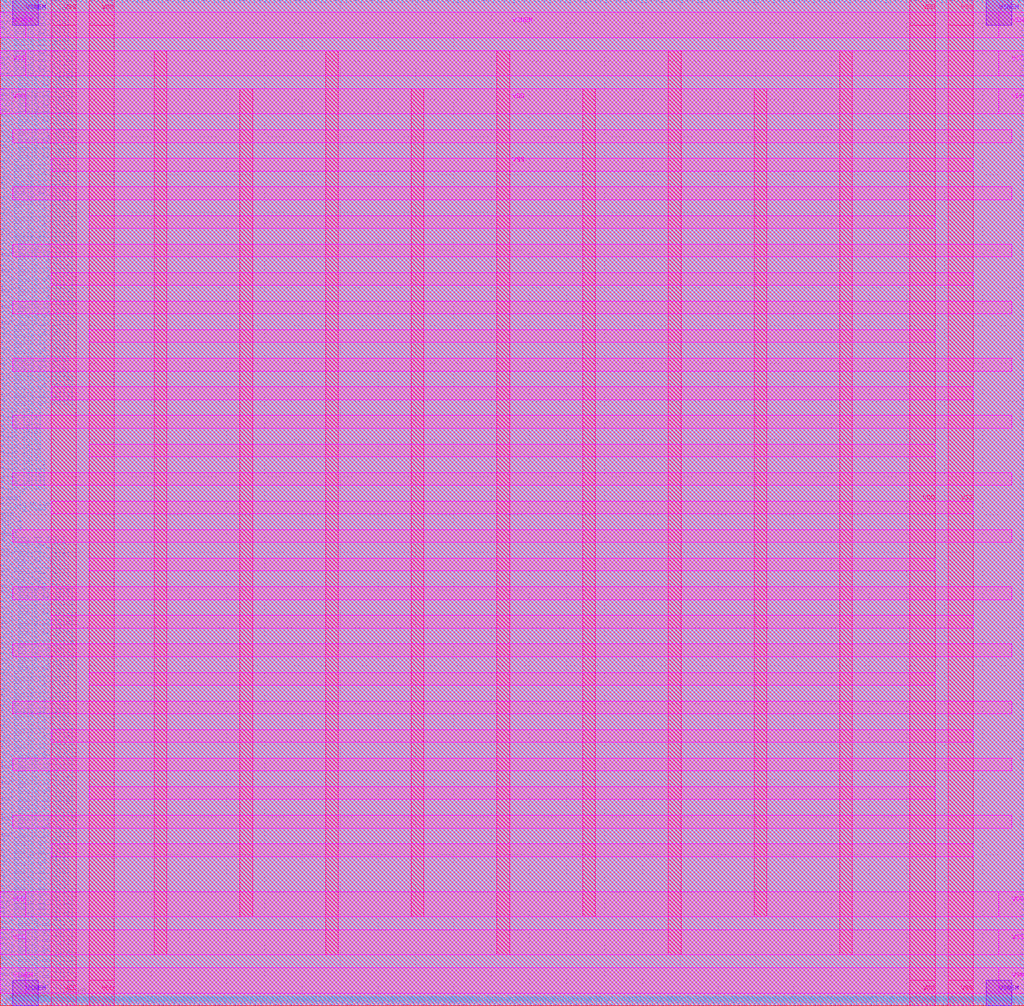
<source format=lef>
###############################################################
#  Generated by:      Cadence Innovus 20.13-s083_1
#  OS:                Linux x86_64(Host ID r6cad-tsmc40r.stanford.edu)
#  Generated on:      Fri May 21 23:43:50 2021
#  Design:            pe_tile_new_unq1
#  Command:           write_lef_abstract -specifyTopLayer 5 -PGPinLayers {6 7} -noCutObs -stripePin results/pe_tile_new_unq1.lef
###############################################################

VERSION 5.8 ;

BUSBITCHARS "[]" ;
DIVIDERCHAR "/" ;

MACRO pe_tile_new_unq1
  CLASS BLOCK ;
  SIZE 135.520000 BY 133.140000 ;
  FOREIGN pe_tile_new_unq1 0.000000 0.000000 ;
  ORIGIN 0 0 ;
  SYMMETRY X Y R90 ;
  PIN clk_in
    DIRECTION INPUT ;
    USE SIGNAL ;
    ANTENNAPARTIALMETALAREA 1.0402 LAYER M4  ;
    ANTENNAPARTIALMETALSIDEAREA 4.1804 LAYER M4  ;
    ANTENNAMODEL OXIDE1 ;
    ANTENNAGATEAREA 0.4088 LAYER M4  ;
    ANTENNAMAXAREACAR 6.22979 LAYER M4  ;
    ANTENNAMAXSIDEAREACAR 23.7269 LAYER M4  ;
    ANTENNAMAXCUTCAR 0.159091 LAYER VIA4  ;
    PORT
      LAYER M4 ;
        RECT 0.000000 67.165000 0.390000 67.235000 ;
    END
  END clk_in
  PIN config_addr[31]
    DIRECTION INPUT ;
    USE SIGNAL ;
    ANTENNAPARTIALMETALAREA 0.0217 LAYER M4  ;
    ANTENNAPARTIALMETALSIDEAREA 0.0868 LAYER M4  ;
    ANTENNAPARTIALCUTAREA 0.0098 LAYER VIA4  ;
    ANTENNAPARTIALMETALAREA 3.87205 LAYER M5  ;
    ANTENNAPARTIALMETALSIDEAREA 15.4126 LAYER M5  ;
    ANTENNAMODEL OXIDE1 ;
    ANTENNAGATEAREA 0.32 LAYER M5  ;
    ANTENNAMAXAREACAR 48.1939 LAYER M5  ;
    ANTENNAMAXSIDEAREACAR 187.264 LAYER M5  ;
    ANTENNAMAXCUTCAR 3.675 LAYER VIA5  ;
    PORT
      LAYER M4 ;
        RECT 135.130000 59.605000 135.520000 59.675000 ;
    END
  END config_addr[31]
  PIN config_addr[30]
    DIRECTION INPUT ;
    USE SIGNAL ;
    ANTENNAPARTIALMETALAREA 0.31045 LAYER M4  ;
    ANTENNAPARTIALMETALSIDEAREA 1.2138 LAYER M4  ;
    ANTENNAMODEL OXIDE1 ;
    ANTENNAGATEAREA 0.048 LAYER M4  ;
    ANTENNAMAXAREACAR 146.708 LAYER M4  ;
    ANTENNAMAXSIDEAREACAR 582 LAYER M4  ;
    ANTENNAPARTIALCUTAREA 0.0098 LAYER VIA4  ;
    ANTENNAMAXCUTCAR 3.87917 LAYER VIA4  ;
    ANTENNAPARTIALMETALAREA 2.0545 LAYER M5  ;
    ANTENNAPARTIALMETALSIDEAREA 8.2236 LAYER M5  ;
    ANTENNAGATEAREA 0.32 LAYER M5  ;
    ANTENNAMAXAREACAR 153.129 LAYER M5  ;
    ANTENNAMAXSIDEAREACAR 607.699 LAYER M5  ;
    ANTENNAMAXCUTCAR 3.87917 LAYER VIA5  ;
    PORT
      LAYER M4 ;
        RECT 135.130000 60.305000 135.520000 60.375000 ;
    END
  END config_addr[30]
  PIN config_addr[29]
    DIRECTION INPUT ;
    USE SIGNAL ;
    ANTENNAPARTIALMETALAREA 0.0217 LAYER M4  ;
    ANTENNAPARTIALMETALSIDEAREA 0.0868 LAYER M4  ;
    ANTENNAPARTIALCUTAREA 0.0098 LAYER VIA4  ;
    ANTENNAPARTIALMETALAREA 4.17725 LAYER M5  ;
    ANTENNAPARTIALMETALSIDEAREA 16.5914 LAYER M5  ;
    ANTENNAMODEL OXIDE1 ;
    ANTENNAGATEAREA 0.32 LAYER M5  ;
    ANTENNAMAXAREACAR 51.2914 LAYER M5  ;
    ANTENNAMAXSIDEAREACAR 201.55 LAYER M5  ;
    ANTENNAMAXCUTCAR 2.55208 LAYER VIA5  ;
    PORT
      LAYER M4 ;
        RECT 135.130000 61.005000 135.520000 61.075000 ;
    END
  END config_addr[29]
  PIN config_addr[28]
    DIRECTION INPUT ;
    USE SIGNAL ;
    ANTENNAPARTIALMETALAREA 0.0217 LAYER M4  ;
    ANTENNAPARTIALMETALSIDEAREA 0.0868 LAYER M4  ;
    ANTENNAPARTIALCUTAREA 0.0098 LAYER VIA4  ;
    ANTENNAPARTIALMETALAREA 4.5521 LAYER M5  ;
    ANTENNAPARTIALMETALSIDEAREA 18.018 LAYER M5  ;
    ANTENNAMODEL OXIDE1 ;
    ANTENNAGATEAREA 0.468 LAYER M5  ;
    ANTENNAMAXAREACAR 33.1111 LAYER M5  ;
    ANTENNAMAXSIDEAREACAR 131.837 LAYER M5  ;
    ANTENNAMAXCUTCAR 1.8375 LAYER VIA5  ;
    PORT
      LAYER M4 ;
        RECT 135.130000 61.705000 135.520000 61.775000 ;
    END
  END config_addr[28]
  PIN config_addr[27]
    DIRECTION INPUT ;
    USE SIGNAL ;
    ANTENNAPARTIALMETALAREA 0.2744 LAYER M4  ;
    ANTENNAPARTIALMETALSIDEAREA 1.0836 LAYER M4  ;
    ANTENNAMODEL OXIDE1 ;
    ANTENNAGATEAREA 0.106 LAYER M4  ;
    ANTENNAMAXAREACAR 123.798 LAYER M4  ;
    ANTENNAMAXSIDEAREACAR 488.429 LAYER M4  ;
    ANTENNAPARTIALCUTAREA 0.0098 LAYER VIA4  ;
    ANTENNAMAXCUTCAR 3.15495 LAYER VIA4  ;
    ANTENNAPARTIALMETALAREA 2.90605 LAYER M5  ;
    ANTENNAPARTIALMETALSIDEAREA 11.487 LAYER M5  ;
    ANTENNAGATEAREA 0.404 LAYER M5  ;
    ANTENNAMAXAREACAR 130.991 LAYER M5  ;
    ANTENNAMAXSIDEAREACAR 516.862 LAYER M5  ;
    ANTENNAMAXCUTCAR 3.36875 LAYER VIA5  ;
    PORT
      LAYER M4 ;
        RECT 135.130000 62.265000 135.520000 62.335000 ;
    END
  END config_addr[27]
  PIN config_addr[26]
    DIRECTION INPUT ;
    USE SIGNAL ;
    ANTENNAPARTIALMETALAREA 0.02345 LAYER M4  ;
    ANTENNAPARTIALMETALSIDEAREA 0.0938 LAYER M4  ;
    ANTENNAPARTIALCUTAREA 0.0098 LAYER VIA4  ;
    ANTENNAPARTIALMETALAREA 3.1437 LAYER M5  ;
    ANTENNAPARTIALMETALSIDEAREA 12.586 LAYER M5  ;
    ANTENNAMODEL OXIDE1 ;
    ANTENNAGATEAREA 0.404 LAYER M5  ;
    ANTENNAMAXAREACAR 77.3316 LAYER M5  ;
    ANTENNAMAXSIDEAREACAR 305.227 LAYER M5  ;
    ANTENNAMAXCUTCAR 3.98125 LAYER VIA5  ;
    PORT
      LAYER M4 ;
        RECT 135.130000 62.965000 135.520000 63.035000 ;
    END
  END config_addr[26]
  PIN config_addr[25]
    DIRECTION INPUT ;
    USE SIGNAL ;
    ANTENNAPARTIALMETALAREA 0.36015 LAYER M4  ;
    ANTENNAPARTIALMETALSIDEAREA 1.4798 LAYER M4  ;
    ANTENNAMODEL OXIDE1 ;
    ANTENNAGATEAREA 0.138 LAYER M4  ;
    ANTENNAMAXAREACAR 60.3019 LAYER M4  ;
    ANTENNAMAXSIDEAREACAR 238.953 LAYER M4  ;
    ANTENNAPARTIALCUTAREA 0.0049 LAYER VIA4  ;
    ANTENNAMAXCUTCAR 2.11399 LAYER VIA4  ;
    ANTENNAPARTIALMETALAREA 2.0839 LAYER M5  ;
    ANTENNAPARTIALMETALSIDEAREA 8.288 LAYER M5  ;
    ANTENNAGATEAREA 0.414 LAYER M5  ;
    ANTENNAMAXAREACAR 65.3355 LAYER M5  ;
    ANTENNAMAXSIDEAREACAR 258.972 LAYER M5  ;
    ANTENNAMAXCUTCAR 2.14375 LAYER VIA5  ;
    PORT
      LAYER M4 ;
        RECT 135.130000 63.665000 135.520000 63.735000 ;
    END
  END config_addr[25]
  PIN config_addr[24]
    DIRECTION INPUT ;
    USE SIGNAL ;
    ANTENNAPARTIALMETALAREA 0.88655 LAYER M4  ;
    ANTENNAPARTIALMETALSIDEAREA 3.5042 LAYER M4  ;
    ANTENNAMODEL OXIDE1 ;
    ANTENNAGATEAREA 0.138 LAYER M4  ;
    ANTENNAMAXAREACAR 77.0586 LAYER M4  ;
    ANTENNAMAXSIDEAREACAR 307.121 LAYER M4  ;
    ANTENNAPARTIALCUTAREA 0.0098 LAYER VIA4  ;
    ANTENNAMAXCUTCAR 2.39967 LAYER VIA4  ;
    ANTENNAPARTIALMETALAREA 2.45665 LAYER M5  ;
    ANTENNAPARTIALMETALSIDEAREA 9.737 LAYER M5  ;
    ANTENNAGATEAREA 0.628 LAYER M5  ;
    ANTENNAMAXAREACAR 80.9705 LAYER M5  ;
    ANTENNAMAXSIDEAREACAR 322.626 LAYER M5  ;
    ANTENNAMAXCUTCAR 3.10266 LAYER VIA5  ;
    PORT
      LAYER M4 ;
        RECT 135.130000 64.225000 135.520000 64.295000 ;
    END
  END config_addr[24]
  PIN config_addr[23]
    DIRECTION INPUT ;
    USE SIGNAL ;
    ANTENNAPARTIALMETALAREA 0.11165 LAYER M4  ;
    ANTENNAPARTIALMETALSIDEAREA 0.4466 LAYER M4  ;
    ANTENNAMODEL OXIDE1 ;
    ANTENNAGATEAREA 0.016 LAYER M4  ;
    ANTENNAMAXAREACAR 92.0062 LAYER M4  ;
    ANTENNAMAXSIDEAREACAR 366.778 LAYER M4  ;
    ANTENNAMAXCUTCAR 1.53125 LAYER VIA4  ;
    PORT
      LAYER M4 ;
        RECT 135.130000 64.925000 135.520000 64.995000 ;
    END
  END config_addr[23]
  PIN config_addr[22]
    DIRECTION INPUT ;
    USE SIGNAL ;
    ANTENNAPARTIALMETALAREA 0.0217 LAYER M4  ;
    ANTENNAPARTIALMETALSIDEAREA 0.0868 LAYER M4  ;
    ANTENNAMODEL OXIDE1 ;
    ANTENNAGATEAREA 0.016 LAYER M4  ;
    ANTENNAMAXAREACAR 91.0875 LAYER M4  ;
    ANTENNAMAXSIDEAREACAR 362.138 LAYER M4  ;
    ANTENNAMAXCUTCAR 1.53125 LAYER VIA4  ;
    PORT
      LAYER M4 ;
        RECT 135.130000 65.625000 135.520000 65.695000 ;
    END
  END config_addr[22]
  PIN config_addr[21]
    DIRECTION INPUT ;
    USE SIGNAL ;
    ANTENNAPARTIALMETALAREA 0.0217 LAYER M4  ;
    ANTENNAPARTIALMETALSIDEAREA 0.0868 LAYER M4  ;
    ANTENNAMODEL OXIDE1 ;
    ANTENNAGATEAREA 0.016 LAYER M4  ;
    ANTENNAMAXAREACAR 86.7562 LAYER M4  ;
    ANTENNAMAXSIDEAREACAR 323.494 LAYER M4  ;
    ANTENNAMAXCUTCAR 1.8375 LAYER VIA4  ;
    PORT
      LAYER M4 ;
        RECT 135.130000 66.325000 135.520000 66.395000 ;
    END
  END config_addr[21]
  PIN config_addr[20]
    DIRECTION INPUT ;
    USE SIGNAL ;
    ANTENNAPARTIALMETALAREA 0.0217 LAYER M4  ;
    ANTENNAPARTIALMETALSIDEAREA 0.0868 LAYER M4  ;
    ANTENNAMODEL OXIDE1 ;
    ANTENNAGATEAREA 0.016 LAYER M4  ;
    ANTENNAMAXAREACAR 87.2375 LAYER M4  ;
    ANTENNAMAXSIDEAREACAR 345.425 LAYER M4  ;
    ANTENNAMAXCUTCAR 1.53125 LAYER VIA4  ;
    PORT
      LAYER M4 ;
        RECT 135.130000 66.885000 135.520000 66.955000 ;
    END
  END config_addr[20]
  PIN config_addr[19]
    DIRECTION INPUT ;
    USE SIGNAL ;
    ANTENNAPARTIALMETALAREA 0.2961 LAYER M4  ;
    ANTENNAPARTIALMETALSIDEAREA 1.1844 LAYER M4  ;
    ANTENNAPARTIALCUTAREA 0.0098 LAYER VIA4  ;
    ANTENNAPARTIALMETALAREA 3.2564 LAYER M5  ;
    ANTENNAPARTIALMETALSIDEAREA 12.9304 LAYER M5  ;
    ANTENNAMODEL OXIDE1 ;
    ANTENNAGATEAREA 0.058 LAYER M5  ;
    ANTENNAMAXAREACAR 68.4853 LAYER M5  ;
    ANTENNAMAXSIDEAREACAR 270.466 LAYER M5  ;
    ANTENNAMAXCUTCAR 1.25668 LAYER VIA5  ;
    PORT
      LAYER M4 ;
        RECT 135.130000 67.585000 135.520000 67.655000 ;
    END
  END config_addr[19]
  PIN config_addr[18]
    DIRECTION INPUT ;
    USE SIGNAL ;
    ANTENNAPARTIALMETALAREA 0.4018 LAYER M4  ;
    ANTENNAPARTIALMETALSIDEAREA 1.5932 LAYER M4  ;
    ANTENNAPARTIALCUTAREA 0.0098 LAYER VIA4  ;
    ANTENNAPARTIALMETALAREA 3.101 LAYER M5  ;
    ANTENNAPARTIALMETALSIDEAREA 12.3424 LAYER M5  ;
    ANTENNAMODEL OXIDE1 ;
    ANTENNAGATEAREA 0.17 LAYER M5  ;
    ANTENNAMAXAREACAR 27.7336 LAYER M5  ;
    ANTENNAMAXSIDEAREACAR 109.709 LAYER M5  ;
    ANTENNAMAXCUTCAR 1.31147 LAYER VIA5  ;
    PORT
      LAYER M4 ;
        RECT 135.130000 68.285000 135.520000 68.355000 ;
    END
  END config_addr[18]
  PIN config_addr[17]
    DIRECTION INPUT ;
    USE SIGNAL ;
    ANTENNAPARTIALMETALAREA 0.3822 LAYER M4  ;
    ANTENNAPARTIALMETALSIDEAREA 1.5148 LAYER M4  ;
    ANTENNAPARTIALCUTAREA 0.0098 LAYER VIA4  ;
    ANTENNAPARTIALMETALAREA 2.5641 LAYER M5  ;
    ANTENNAPARTIALMETALSIDEAREA 10.2088 LAYER M5  ;
    ANTENNAMODEL OXIDE1 ;
    ANTENNAGATEAREA 0.09 LAYER M5  ;
    ANTENNAMAXAREACAR 50.8819 LAYER M5  ;
    ANTENNAMAXSIDEAREACAR 200.275 LAYER M5  ;
    ANTENNAMAXCUTCAR 1.44278 LAYER VIA5  ;
    PORT
      LAYER M4 ;
        RECT 135.130000 68.985000 135.520000 69.055000 ;
    END
  END config_addr[17]
  PIN config_addr[16]
    DIRECTION INPUT ;
    USE SIGNAL ;
    ANTENNAPARTIALMETALAREA 0.0399 LAYER M4  ;
    ANTENNAPARTIALMETALSIDEAREA 0.126 LAYER M4  ;
    ANTENNAPARTIALCUTAREA 0.0098 LAYER VIA4  ;
    ANTENNAPARTIALMETALAREA 3.43105 LAYER M5  ;
    ANTENNAPARTIALMETALSIDEAREA 13.6486 LAYER M5  ;
    ANTENNAMODEL OXIDE1 ;
    ANTENNAGATEAREA 0.128 LAYER M5  ;
    ANTENNAMAXAREACAR 38.3815 LAYER M5  ;
    ANTENNAMAXSIDEAREACAR 150.719 LAYER M5  ;
    ANTENNAMAXCUTCAR 1.17396 LAYER VIA5  ;
    PORT
      LAYER M4 ;
        RECT 135.130000 69.545000 135.520000 69.615000 ;
    END
  END config_addr[16]
  PIN config_addr[15]
    DIRECTION INPUT ;
    USE SIGNAL ;
    ANTENNAPARTIALMETALAREA 0.1197 LAYER M4  ;
    ANTENNAPARTIALMETALSIDEAREA 0.4788 LAYER M4  ;
    ANTENNAMODEL OXIDE1 ;
    ANTENNAGATEAREA 0.016 LAYER M4  ;
    ANTENNAMAXAREACAR 90.8906 LAYER M4  ;
    ANTENNAMAXSIDEAREACAR 357.216 LAYER M4  ;
    ANTENNAMAXCUTCAR 1.8375 LAYER VIA4  ;
    PORT
      LAYER M4 ;
        RECT 135.130000 70.245000 135.520000 70.315000 ;
    END
  END config_addr[15]
  PIN config_addr[14]
    DIRECTION INPUT ;
    USE SIGNAL ;
    ANTENNAPARTIALMETALAREA 0.0217 LAYER M4  ;
    ANTENNAPARTIALMETALSIDEAREA 0.0868 LAYER M4  ;
    ANTENNAMODEL OXIDE1 ;
    ANTENNAGATEAREA 0.016 LAYER M4  ;
    ANTENNAMAXAREACAR 100.144 LAYER M4  ;
    ANTENNAMAXSIDEAREACAR 394.228 LAYER M4  ;
    ANTENNAMAXCUTCAR 1.8375 LAYER VIA4  ;
    PORT
      LAYER M4 ;
        RECT 135.130000 70.945000 135.520000 71.015000 ;
    END
  END config_addr[14]
  PIN config_addr[13]
    DIRECTION INPUT ;
    USE SIGNAL ;
    ANTENNAPARTIALMETALAREA 0.0217 LAYER M4  ;
    ANTENNAPARTIALMETALSIDEAREA 0.0868 LAYER M4  ;
    ANTENNAMODEL OXIDE1 ;
    ANTENNAGATEAREA 0.016 LAYER M4  ;
    ANTENNAMAXAREACAR 92.225 LAYER M4  ;
    ANTENNAMAXSIDEAREACAR 362.553 LAYER M4  ;
    ANTENNAMAXCUTCAR 1.8375 LAYER VIA4  ;
    PORT
      LAYER M4 ;
        RECT 135.130000 71.505000 135.520000 71.575000 ;
    END
  END config_addr[13]
  PIN config_addr[12]
    DIRECTION INPUT ;
    USE SIGNAL ;
    ANTENNAPARTIALMETALAREA 0.2058 LAYER M4  ;
    ANTENNAPARTIALMETALSIDEAREA 0.8092 LAYER M4  ;
    ANTENNAMODEL OXIDE1 ;
    ANTENNAGATEAREA 0.032 LAYER M4  ;
    ANTENNAMAXAREACAR 24.5 LAYER M4  ;
    ANTENNAMAXSIDEAREACAR 94.9125 LAYER M4  ;
    ANTENNAMAXCUTCAR 2.14375 LAYER VIA4  ;
    PORT
      LAYER M4 ;
        RECT 135.130000 72.205000 135.520000 72.275000 ;
    END
  END config_addr[12]
  PIN config_addr[11]
    DIRECTION INPUT ;
    USE SIGNAL ;
    ANTENNAPARTIALMETALAREA 0.2268 LAYER M4  ;
    ANTENNAPARTIALMETALSIDEAREA 0.9268 LAYER M4  ;
    ANTENNAMODEL OXIDE1 ;
    ANTENNAGATEAREA 0.016 LAYER M4  ;
    ANTENNAMAXAREACAR 93.975 LAYER M4  ;
    ANTENNAMAXSIDEAREACAR 370.778 LAYER M4  ;
    ANTENNAMAXCUTCAR 1.8375 LAYER VIA4  ;
    PORT
      LAYER M4 ;
        RECT 135.130000 72.905000 135.520000 72.975000 ;
    END
  END config_addr[11]
  PIN config_addr[10]
    DIRECTION INPUT ;
    USE SIGNAL ;
    ANTENNAPARTIALMETALAREA 0.119 LAYER M4  ;
    ANTENNAPARTIALMETALSIDEAREA 0.4956 LAYER M4  ;
    ANTENNAMODEL OXIDE1 ;
    ANTENNAGATEAREA 0.032 LAYER M4  ;
    ANTENNAMAXAREACAR 49.3578 LAYER M4  ;
    ANTENNAMAXSIDEAREACAR 197.539 LAYER M4  ;
    ANTENNAMAXCUTCAR 0.91875 LAYER VIA4  ;
    PORT
      LAYER M4 ;
        RECT 135.130000 73.605000 135.520000 73.675000 ;
    END
  END config_addr[10]
  PIN config_addr[9]
    DIRECTION INPUT ;
    USE SIGNAL ;
    ANTENNAPARTIALMETALAREA 0.0315 LAYER M4  ;
    ANTENNAPARTIALMETALSIDEAREA 0.126 LAYER M4  ;
    ANTENNAMODEL OXIDE1 ;
    ANTENNAGATEAREA 0.032 LAYER M4  ;
    ANTENNAMAXAREACAR 55.4281 LAYER M4  ;
    ANTENNAMAXSIDEAREACAR 220.158 LAYER M4  ;
    ANTENNAMAXCUTCAR 0.91875 LAYER VIA4  ;
    PORT
      LAYER M4 ;
        RECT 135.130000 74.165000 135.520000 74.235000 ;
    END
  END config_addr[9]
  PIN config_addr[8]
    DIRECTION INPUT ;
    USE SIGNAL ;
    ANTENNAPARTIALMETALAREA 0.14875 LAYER M4  ;
    ANTENNAPARTIALMETALSIDEAREA 0.595 LAYER M4  ;
    ANTENNAPARTIALCUTAREA 0.0098 LAYER VIA4  ;
    ANTENNAPARTIALMETALAREA 1.4371 LAYER M5  ;
    ANTENNAPARTIALMETALSIDEAREA 5.7008 LAYER M5  ;
    ANTENNAMODEL OXIDE1 ;
    ANTENNAGATEAREA 0.032 LAYER M5  ;
    ANTENNAMAXAREACAR 64.7063 LAYER M5  ;
    ANTENNAMAXSIDEAREACAR 254.119 LAYER M5  ;
    ANTENNAMAXCUTCAR 1.53125 LAYER VIA5  ;
    PORT
      LAYER M4 ;
        RECT 135.130000 74.865000 135.520000 74.935000 ;
    END
  END config_addr[8]
  PIN config_addr[7]
    DIRECTION INPUT ;
    USE SIGNAL ;
    ANTENNAPARTIALMETALAREA 0.0217 LAYER M4  ;
    ANTENNAPARTIALMETALSIDEAREA 0.0868 LAYER M4  ;
    ANTENNAMODEL OXIDE1 ;
    ANTENNAGATEAREA 0.016 LAYER M4  ;
    ANTENNAMAXAREACAR 92.1375 LAYER M4  ;
    ANTENNAMAXSIDEAREACAR 363.428 LAYER M4  ;
    ANTENNAMAXCUTCAR 1.53125 LAYER VIA4  ;
    PORT
      LAYER M4 ;
        RECT 135.130000 75.565000 135.520000 75.635000 ;
    END
  END config_addr[7]
  PIN config_addr[6]
    DIRECTION INPUT ;
    USE SIGNAL ;
    ANTENNAPARTIALMETALAREA 0.1001 LAYER M4  ;
    ANTENNAPARTIALMETALSIDEAREA 0.4004 LAYER M4  ;
    ANTENNAMODEL OXIDE1 ;
    ANTENNAGATEAREA 0.016 LAYER M4  ;
    ANTENNAMAXAREACAR 99.925 LAYER M4  ;
    ANTENNAMAXSIDEAREACAR 393.353 LAYER M4  ;
    ANTENNAMAXCUTCAR 1.8375 LAYER VIA4  ;
    PORT
      LAYER M4 ;
        RECT 135.130000 76.125000 135.520000 76.195000 ;
    END
  END config_addr[6]
  PIN config_addr[5]
    DIRECTION INPUT ;
    USE SIGNAL ;
    ANTENNAPARTIALMETALAREA 0.08995 LAYER M4  ;
    ANTENNAPARTIALMETALSIDEAREA 0.3598 LAYER M4  ;
    ANTENNAMODEL OXIDE1 ;
    ANTENNAGATEAREA 0.016 LAYER M4  ;
    ANTENNAMAXAREACAR 100.669 LAYER M4  ;
    ANTENNAMAXSIDEAREACAR 396.328 LAYER M4  ;
    ANTENNAMAXCUTCAR 1.8375 LAYER VIA4  ;
    PORT
      LAYER M4 ;
        RECT 135.130000 76.825000 135.520000 76.895000 ;
    END
  END config_addr[5]
  PIN config_addr[4]
    DIRECTION INPUT ;
    USE SIGNAL ;
    ANTENNAPARTIALMETALAREA 0.0217 LAYER M4  ;
    ANTENNAPARTIALMETALSIDEAREA 0.0868 LAYER M4  ;
    ANTENNAMODEL OXIDE1 ;
    ANTENNAGATEAREA 0.016 LAYER M4  ;
    ANTENNAMAXAREACAR 87.9812 LAYER M4  ;
    ANTENNAMAXSIDEAREACAR 347.678 LAYER M4  ;
    ANTENNAMAXCUTCAR 1.53125 LAYER VIA4  ;
    PORT
      LAYER M4 ;
        RECT 135.130000 77.525000 135.520000 77.595000 ;
    END
  END config_addr[4]
  PIN config_addr[3]
    DIRECTION INPUT ;
    USE SIGNAL ;
    ANTENNAPARTIALMETALAREA 0.12915 LAYER M4  ;
    ANTENNAPARTIALMETALSIDEAREA 0.5166 LAYER M4  ;
    ANTENNAMODEL OXIDE1 ;
    ANTENNAGATEAREA 0.016 LAYER M4  ;
    ANTENNAMAXAREACAR 101.959 LAYER M4  ;
    ANTENNAMAXSIDEAREACAR 401.491 LAYER M4  ;
    ANTENNAMAXCUTCAR 1.8375 LAYER VIA4  ;
    PORT
      LAYER M4 ;
        RECT 135.130000 78.225000 135.520000 78.295000 ;
    END
  END config_addr[3]
  PIN config_addr[2]
    DIRECTION INPUT ;
    USE SIGNAL ;
    ANTENNAPARTIALMETALAREA 0.0315 LAYER M4  ;
    ANTENNAPARTIALMETALSIDEAREA 0.126 LAYER M4  ;
    ANTENNAMODEL OXIDE1 ;
    ANTENNAGATEAREA 0.016 LAYER M4  ;
    ANTENNAMAXAREACAR 32.025 LAYER M4  ;
    ANTENNAMAXSIDEAREACAR 122.978 LAYER M4  ;
    ANTENNAMAXCUTCAR 1.53125 LAYER VIA4  ;
    PORT
      LAYER M4 ;
        RECT 135.130000 78.785000 135.520000 78.855000 ;
    END
  END config_addr[2]
  PIN config_addr[1]
    DIRECTION INPUT ;
    USE SIGNAL ;
    ANTENNAPARTIALMETALAREA 0.0217 LAYER M4  ;
    ANTENNAPARTIALMETALSIDEAREA 0.0868 LAYER M4  ;
    ANTENNAMODEL OXIDE1 ;
    ANTENNAGATEAREA 0.016 LAYER M4  ;
    ANTENNAMAXAREACAR 91.5687 LAYER M4  ;
    ANTENNAMAXSIDEAREACAR 359.928 LAYER M4  ;
    ANTENNAMAXCUTCAR 1.8375 LAYER VIA4  ;
    PORT
      LAYER M4 ;
        RECT 135.130000 79.485000 135.520000 79.555000 ;
    END
  END config_addr[1]
  PIN config_addr[0]
    DIRECTION INPUT ;
    USE SIGNAL ;
    ANTENNAPARTIALMETALAREA 0.0217 LAYER M4  ;
    ANTENNAPARTIALMETALSIDEAREA 0.0868 LAYER M4  ;
    ANTENNAMODEL OXIDE1 ;
    ANTENNAGATEAREA 0.016 LAYER M4  ;
    ANTENNAMAXAREACAR 96.3156 LAYER M4  ;
    ANTENNAMAXSIDEAREACAR 378.916 LAYER M4  ;
    ANTENNAMAXCUTCAR 1.8375 LAYER VIA4  ;
    PORT
      LAYER M4 ;
        RECT 135.130000 80.185000 135.520000 80.255000 ;
    END
  END config_addr[0]
  PIN config_data[31]
    DIRECTION INPUT ;
    USE SIGNAL ;
    ANTENNAPARTIALMETALAREA 2.6943 LAYER M4  ;
    ANTENNAPARTIALMETALSIDEAREA 10.7352 LAYER M4  ;
    ANTENNAMODEL OXIDE1 ;
    ANTENNAGATEAREA 0.0892 LAYER M4  ;
    ANTENNAMAXAREACAR 59.8144 LAYER M4  ;
    ANTENNAMAXSIDEAREACAR 236.984 LAYER M4  ;
    ANTENNAPARTIALCUTAREA 0.0098 LAYER VIA4  ;
    ANTENNAMAXCUTCAR 1.71642 LAYER VIA4  ;
    ANTENNAPARTIALMETALAREA 2.26975 LAYER M5  ;
    ANTENNAPARTIALMETALSIDEAREA 8.9222 LAYER M5  ;
    ANTENNAGATEAREA 0.3004 LAYER M5  ;
    ANTENNAMAXAREACAR 116.526 LAYER M5  ;
    ANTENNAMAXSIDEAREACAR 461.918 LAYER M5  ;
    ANTENNAMAXCUTCAR 2.40984 LAYER VIA5  ;
    PORT
      LAYER M4 ;
        RECT 74.795000 132.750000 74.865000 133.140000 ;
    END
  END config_data[31]
  PIN config_data[30]
    DIRECTION INPUT ;
    USE SIGNAL ;
    ANTENNAPARTIALMETALAREA 4.8055 LAYER M4  ;
    ANTENNAPARTIALMETALSIDEAREA 19.2472 LAYER M4  ;
    ANTENNAMODEL OXIDE1 ;
    ANTENNAGATEAREA 0.138 LAYER M4  ;
    ANTENNAMAXAREACAR 71.2371 LAYER M4  ;
    ANTENNAMAXSIDEAREACAR 282.291 LAYER M4  ;
    ANTENNAPARTIALCUTAREA 0.0098 LAYER VIA4  ;
    ANTENNAMAXCUTCAR 1.59848 LAYER VIA4  ;
    ANTENNAPARTIALMETALAREA 1.7535 LAYER M5  ;
    ANTENNAPARTIALMETALSIDEAREA 6.8712 LAYER M5  ;
    ANTENNAGATEAREA 0.3004 LAYER M5  ;
    ANTENNAMAXAREACAR 91.8782 LAYER M5  ;
    ANTENNAMAXSIDEAREACAR 363.66 LAYER M5  ;
    ANTENNAMAXCUTCAR 2.0082 LAYER VIA5  ;
    PORT
      LAYER M4 ;
        RECT 74.095000 132.750000 74.165000 133.140000 ;
    END
  END config_data[30]
  PIN config_data[29]
    DIRECTION INPUT ;
    USE SIGNAL ;
    ANTENNAPARTIALMETALAREA 0.06545 LAYER M4  ;
    ANTENNAPARTIALMETALSIDEAREA 0.2618 LAYER M4  ;
    ANTENNAPARTIALCUTAREA 0.0098 LAYER VIA4  ;
    ANTENNAPARTIALMETALAREA 4.655 LAYER M5  ;
    ANTENNAPARTIALMETALSIDEAREA 18.5444 LAYER M5  ;
    ANTENNAMODEL OXIDE1 ;
    ANTENNAGATEAREA 0.3004 LAYER M5  ;
    ANTENNAMAXAREACAR 83.0993 LAYER M5  ;
    ANTENNAMAXSIDEAREACAR 328.811 LAYER M5  ;
    ANTENNAMAXCUTCAR 1.72341 LAYER VIA5  ;
    PORT
      LAYER M4 ;
        RECT 73.395000 132.750000 73.465000 133.140000 ;
    END
  END config_data[29]
  PIN config_data[28]
    DIRECTION INPUT ;
    USE SIGNAL ;
    ANTENNAPARTIALMETALAREA 0.2891 LAYER M4  ;
    ANTENNAPARTIALMETALSIDEAREA 1.176 LAYER M4  ;
    ANTENNAMODEL OXIDE1 ;
    ANTENNAGATEAREA 0.0648 LAYER M4  ;
    ANTENNAMAXAREACAR 119.134 LAYER M4  ;
    ANTENNAMAXSIDEAREACAR 474.3 LAYER M4  ;
    ANTENNAPARTIALCUTAREA 0.0098 LAYER VIA4  ;
    ANTENNAMAXCUTCAR 2.2912 LAYER VIA4  ;
    ANTENNAPARTIALMETALAREA 1.7395 LAYER M5  ;
    ANTENNAPARTIALMETALSIDEAREA 6.8012 LAYER M5  ;
    ANTENNAGATEAREA 0.3004 LAYER M5  ;
    ANTENNAMAXAREACAR 203.459 LAYER M5  ;
    ANTENNAMAXSIDEAREACAR 806.263 LAYER M5  ;
    ANTENNAMAXCUTCAR 3.21311 LAYER VIA5  ;
    PORT
      LAYER M4 ;
        RECT 72.695000 132.750000 72.765000 133.140000 ;
    END
  END config_data[28]
  PIN config_data[27]
    DIRECTION INPUT ;
    USE SIGNAL ;
    ANTENNAPARTIALMETALAREA 2.18925 LAYER M4  ;
    ANTENNAPARTIALMETALSIDEAREA 8.7626 LAYER M4  ;
    ANTENNAMODEL OXIDE1 ;
    ANTENNAGATEAREA 0.0892 LAYER M4  ;
    ANTENNAMAXAREACAR 98.7553 LAYER M4  ;
    ANTENNAMAXSIDEAREACAR 390.81 LAYER M4  ;
    ANTENNAPARTIALCUTAREA 0.0196 LAYER VIA4  ;
    ANTENNAMAXCUTCAR 1.77433 LAYER VIA4  ;
    ANTENNAPARTIALMETALAREA 3.6358 LAYER M5  ;
    ANTENNAPARTIALMETALSIDEAREA 14.4536 LAYER M5  ;
    ANTENNAGATEAREA 0.3004 LAYER M5  ;
    ANTENNAMAXAREACAR 110.859 LAYER M5  ;
    ANTENNAMAXSIDEAREACAR 438.925 LAYER M5  ;
    ANTENNAMAXCUTCAR 2.20902 LAYER VIA5  ;
    PORT
      LAYER M4 ;
        RECT 71.995000 132.750000 72.065000 133.140000 ;
    END
  END config_data[27]
  PIN config_data[26]
    DIRECTION INPUT ;
    USE SIGNAL ;
    ANTENNAPARTIALMETALAREA 0.16555 LAYER M4  ;
    ANTENNAPARTIALMETALSIDEAREA 0.6622 LAYER M4  ;
    ANTENNAPARTIALCUTAREA 0.0098 LAYER VIA4  ;
    ANTENNAPARTIALMETALAREA 4.5094 LAYER M5  ;
    ANTENNAPARTIALMETALSIDEAREA 17.9816 LAYER M5  ;
    ANTENNAMODEL OXIDE1 ;
    ANTENNAGATEAREA 0.3004 LAYER M5  ;
    ANTENNAMAXAREACAR 125.739 LAYER M5  ;
    ANTENNAMAXSIDEAREACAR 499.197 LAYER M5  ;
    ANTENNAMAXCUTCAR 2.30477 LAYER VIA5  ;
    PORT
      LAYER M4 ;
        RECT 71.295000 132.750000 71.365000 133.140000 ;
    END
  END config_data[26]
  PIN config_data[25]
    DIRECTION INPUT ;
    USE SIGNAL ;
    ANTENNAPARTIALMETALAREA 0.73185 LAYER M4  ;
    ANTENNAPARTIALMETALSIDEAREA 2.9274 LAYER M4  ;
    ANTENNAPARTIALCUTAREA 0.0098 LAYER VIA4  ;
    ANTENNAPARTIALMETALAREA 2.1602 LAYER M5  ;
    ANTENNAPARTIALMETALSIDEAREA 8.5792 LAYER M5  ;
    ANTENNAMODEL OXIDE1 ;
    ANTENNAGATEAREA 0.3004 LAYER M5  ;
    ANTENNAMAXAREACAR 75.0432 LAYER M5  ;
    ANTENNAMAXSIDEAREACAR 295.946 LAYER M5  ;
    ANTENNAMAXCUTCAR 2.282 LAYER VIA5  ;
    PORT
      LAYER M4 ;
        RECT 70.735000 132.750000 70.805000 133.140000 ;
    END
  END config_data[25]
  PIN config_data[24]
    DIRECTION INPUT ;
    USE SIGNAL ;
    ANTENNAPARTIALMETALAREA 6.006 LAYER M4  ;
    ANTENNAPARTIALMETALSIDEAREA 24.0156 LAYER M4  ;
    ANTENNAMODEL OXIDE1 ;
    ANTENNAGATEAREA 0.3004 LAYER M4  ;
    ANTENNAMAXAREACAR 50.1343 LAYER M4  ;
    ANTENNAMAXSIDEAREACAR 197.79 LAYER M4  ;
    ANTENNAMAXCUTCAR 1.71015 LAYER VIA4  ;
    PORT
      LAYER M4 ;
        RECT 70.035000 132.750000 70.105000 133.140000 ;
    END
  END config_data[24]
  PIN config_data[23]
    DIRECTION INPUT ;
    USE SIGNAL ;
    ANTENNAPARTIALMETALAREA 2.84235 LAYER M4  ;
    ANTENNAPARTIALMETALSIDEAREA 11.3274 LAYER M4  ;
    ANTENNAMODEL OXIDE1 ;
    ANTENNAGATEAREA 0.0648 LAYER M4  ;
    ANTENNAMAXAREACAR 86.6384 LAYER M4  ;
    ANTENNAMAXSIDEAREACAR 343.706 LAYER M4  ;
    ANTENNAPARTIALCUTAREA 0.0098 LAYER VIA4  ;
    ANTENNAMAXCUTCAR 2.15943 LAYER VIA4  ;
    ANTENNAPARTIALMETALAREA 0.56175 LAYER M5  ;
    ANTENNAPARTIALMETALSIDEAREA 2.1854 LAYER M5  ;
    ANTENNAGATEAREA 0.3004 LAYER M5  ;
    ANTENNAMAXAREACAR 97.3495 LAYER M5  ;
    ANTENNAMAXSIDEAREACAR 386.906 LAYER M5  ;
    ANTENNAMAXCUTCAR 2.15943 LAYER VIA5  ;
    PORT
      LAYER M4 ;
        RECT 69.335000 132.750000 69.405000 133.140000 ;
    END
  END config_data[23]
  PIN config_data[22]
    DIRECTION INPUT ;
    USE SIGNAL ;
    ANTENNAPARTIALMETALAREA 3.00265 LAYER M4  ;
    ANTENNAPARTIALMETALSIDEAREA 11.9826 LAYER M4  ;
    ANTENNAMODEL OXIDE1 ;
    ANTENNAGATEAREA 0.0648 LAYER M4  ;
    ANTENNAMAXAREACAR 66.2285 LAYER M4  ;
    ANTENNAMAXSIDEAREACAR 261.024 LAYER M4  ;
    ANTENNAPARTIALCUTAREA 0.0196 LAYER VIA4  ;
    ANTENNAMAXCUTCAR 1.6787 LAYER VIA4  ;
    ANTENNAPARTIALMETALAREA 4.5528 LAYER M5  ;
    ANTENNAPARTIALMETALSIDEAREA 18.1076 LAYER M5  ;
    ANTENNAGATEAREA 0.3004 LAYER M5  ;
    ANTENNAMAXAREACAR 81.3842 LAYER M5  ;
    ANTENNAMAXSIDEAREACAR 321.302 LAYER M5  ;
    ANTENNAMAXCUTCAR 2.40984 LAYER VIA5  ;
    PORT
      LAYER M4 ;
        RECT 68.635000 132.750000 68.705000 133.140000 ;
    END
  END config_data[22]
  PIN config_data[21]
    DIRECTION INPUT ;
    USE SIGNAL ;
    ANTENNAPARTIALCUTAREA 0.0098 LAYER VIA4  ;
    ANTENNAPARTIALMETALAREA 5.4229 LAYER M5  ;
    ANTENNAPARTIALMETALSIDEAREA 21.4872 LAYER M5  ;
    ANTENNAMODEL OXIDE1 ;
    ANTENNAGATEAREA 0.3004 LAYER M5  ;
    ANTENNAMAXAREACAR 146.87 LAYER M5  ;
    ANTENNAMAXSIDEAREACAR 585.817 LAYER M5  ;
    ANTENNAMAXCUTCAR 2.23678 LAYER VIA5  ;
    PORT
      LAYER M4 ;
        RECT 67.935000 132.750000 68.005000 133.140000 ;
    END
  END config_data[21]
  PIN config_data[20]
    DIRECTION INPUT ;
    USE SIGNAL ;
    ANTENNAPARTIALMETALAREA 0.33005 LAYER M4  ;
    ANTENNAPARTIALMETALSIDEAREA 1.3202 LAYER M4  ;
    ANTENNAPARTIALCUTAREA 0.0098 LAYER VIA4  ;
    ANTENNAPARTIALMETALAREA 4.76735 LAYER M5  ;
    ANTENNAPARTIALMETALSIDEAREA 18.9658 LAYER M5  ;
    ANTENNAMODEL OXIDE1 ;
    ANTENNAGATEAREA 0.3004 LAYER M5  ;
    ANTENNAMAXAREACAR 106.977 LAYER M5  ;
    ANTENNAMAXSIDEAREACAR 426.111 LAYER M5  ;
    ANTENNAMAXCUTCAR 2.13997 LAYER VIA5  ;
    PORT
      LAYER M4 ;
        RECT 67.375000 132.750000 67.445000 133.140000 ;
    END
  END config_data[20]
  PIN config_data[19]
    DIRECTION INPUT ;
    USE SIGNAL ;
    ANTENNAPARTIALMETALAREA 1.74055 LAYER M4  ;
    ANTENNAPARTIALMETALSIDEAREA 6.9818 LAYER M4  ;
    ANTENNAMODEL OXIDE1 ;
    ANTENNAGATEAREA 0.0648 LAYER M4  ;
    ANTENNAMAXAREACAR 117.392 LAYER M4  ;
    ANTENNAMAXSIDEAREACAR 466.428 LAYER M4  ;
    ANTENNAPARTIALCUTAREA 0.0098 LAYER VIA4  ;
    ANTENNAMAXCUTCAR 2.2912 LAYER VIA4  ;
    ANTENNAPARTIALMETALAREA 4.67145 LAYER M5  ;
    ANTENNAPARTIALMETALSIDEAREA 18.5962 LAYER M5  ;
    ANTENNAGATEAREA 0.3004 LAYER M5  ;
    ANTENNAMAXAREACAR 132.943 LAYER M5  ;
    ANTENNAMAXSIDEAREACAR 528.333 LAYER M5  ;
    ANTENNAMAXCUTCAR 2.40984 LAYER VIA5  ;
    PORT
      LAYER M4 ;
        RECT 66.675000 132.750000 66.745000 133.140000 ;
    END
  END config_data[19]
  PIN config_data[18]
    DIRECTION INPUT ;
    USE SIGNAL ;
    ANTENNAPARTIALMETALAREA 0.10465 LAYER M4  ;
    ANTENNAPARTIALMETALSIDEAREA 0.4186 LAYER M4  ;
    ANTENNAPARTIALCUTAREA 0.0098 LAYER VIA4  ;
    ANTENNAPARTIALMETALAREA 6.2657 LAYER M5  ;
    ANTENNAPARTIALMETALSIDEAREA 24.8584 LAYER M5  ;
    ANTENNAMODEL OXIDE1 ;
    ANTENNAGATEAREA 0.3004 LAYER M5  ;
    ANTENNAMAXAREACAR 71.6406 LAYER M5  ;
    ANTENNAMAXSIDEAREACAR 281.931 LAYER M5  ;
    ANTENNAMAXCUTCAR 2.40984 LAYER VIA5  ;
    PORT
      LAYER M4 ;
        RECT 65.975000 132.750000 66.045000 133.140000 ;
    END
  END config_data[18]
  PIN config_data[17]
    DIRECTION INPUT ;
    USE SIGNAL ;
    ANTENNAPARTIALMETALAREA 0.03605 LAYER M4  ;
    ANTENNAPARTIALMETALSIDEAREA 0.1442 LAYER M4  ;
    ANTENNAPARTIALCUTAREA 0.0098 LAYER VIA4  ;
    ANTENNAPARTIALMETALAREA 6.25765 LAYER M5  ;
    ANTENNAPARTIALMETALSIDEAREA 24.7926 LAYER M5  ;
    ANTENNAMODEL OXIDE1 ;
    ANTENNAGATEAREA 0.3004 LAYER M5  ;
    ANTENNAMAXAREACAR 137.21 LAYER M5  ;
    ANTENNAMAXSIDEAREACAR 546.64 LAYER M5  ;
    ANTENNAMAXCUTCAR 2.81148 LAYER VIA5  ;
    PORT
      LAYER M4 ;
        RECT 65.275000 132.750000 65.345000 133.140000 ;
    END
  END config_data[17]
  PIN config_data[16]
    DIRECTION INPUT ;
    USE SIGNAL ;
    ANTENNAPARTIALMETALAREA 2.7573 LAYER M4  ;
    ANTENNAPARTIALMETALSIDEAREA 11.074 LAYER M4  ;
    ANTENNAMODEL OXIDE1 ;
    ANTENNAGATEAREA 0.0648 LAYER M4  ;
    ANTENNAMAXAREACAR 62.1493 LAYER M4  ;
    ANTENNAMAXSIDEAREACAR 244.534 LAYER M4  ;
    ANTENNAPARTIALCUTAREA 0.0196 LAYER VIA4  ;
    ANTENNAMAXCUTCAR 2.31067 LAYER VIA4  ;
    ANTENNAPARTIALMETALAREA 1.83015 LAYER M5  ;
    ANTENNAPARTIALMETALSIDEAREA 7.1974 LAYER M5  ;
    ANTENNAGATEAREA 0.3004 LAYER M5  ;
    ANTENNAMAXAREACAR 68.2417 LAYER M5  ;
    ANTENNAMAXSIDEAREACAR 268.494 LAYER M5  ;
    ANTENNAMAXCUTCAR 2.40984 LAYER VIA5  ;
    PORT
      LAYER M4 ;
        RECT 64.575000 132.750000 64.645000 133.140000 ;
    END
  END config_data[16]
  PIN config_data[15]
    DIRECTION INPUT ;
    USE SIGNAL ;
    ANTENNAPARTIALMETALAREA 3.4916 LAYER M4  ;
    ANTENNAPARTIALMETALSIDEAREA 13.8964 LAYER M4  ;
    ANTENNAMODEL OXIDE1 ;
    ANTENNAGATEAREA 0.0808 LAYER M4  ;
    ANTENNAMAXAREACAR 253.848 LAYER M4  ;
    ANTENNAMAXSIDEAREACAR 1009.2 LAYER M4  ;
    ANTENNAPARTIALCUTAREA 0.0196 LAYER VIA4  ;
    ANTENNAMAXCUTCAR 2.69257 LAYER VIA4  ;
    ANTENNAPARTIALMETALAREA 3.71735 LAYER M5  ;
    ANTENNAPARTIALMETALSIDEAREA 14.7182 LAYER M5  ;
    ANTENNAGATEAREA 0.3668 LAYER M5  ;
    ANTENNAMAXAREACAR 263.983 LAYER M5  ;
    ANTENNAMAXSIDEAREACAR 1049.32 LAYER M5  ;
    ANTENNAMAXCUTCAR 2.69257 LAYER VIA5  ;
    PORT
      LAYER M4 ;
        RECT 64.015000 132.750000 64.085000 133.140000 ;
    END
  END config_data[15]
  PIN config_data[14]
    DIRECTION INPUT ;
    USE SIGNAL ;
    ANTENNAPARTIALMETALAREA 2.36495 LAYER M4  ;
    ANTENNAPARTIALMETALSIDEAREA 9.485 LAYER M4  ;
    ANTENNAMODEL OXIDE1 ;
    ANTENNAGATEAREA 0.0244 LAYER M4  ;
    ANTENNAMAXAREACAR 111.201 LAYER M4  ;
    ANTENNAMAXSIDEAREACAR 444.41 LAYER M4  ;
    ANTENNAPARTIALCUTAREA 0.0098 LAYER VIA4  ;
    ANTENNAMAXCUTCAR 1.40574 LAYER VIA4  ;
    ANTENNAPARTIALMETALAREA 1.39545 LAYER M5  ;
    ANTENNAPARTIALMETALSIDEAREA 5.411 LAYER M5  ;
    ANTENNAGATEAREA 0.3668 LAYER M5  ;
    ANTENNAMAXAREACAR 115.005 LAYER M5  ;
    ANTENNAMAXSIDEAREACAR 459.162 LAYER M5  ;
    ANTENNAMAXCUTCAR 2.45 LAYER VIA5  ;
    PORT
      LAYER M4 ;
        RECT 63.315000 132.750000 63.385000 133.140000 ;
    END
  END config_data[14]
  PIN config_data[13]
    DIRECTION INPUT ;
    USE SIGNAL ;
    ANTENNAPARTIALMETALAREA 4.29905 LAYER M4  ;
    ANTENNAPARTIALMETALSIDEAREA 17.2074 LAYER M4  ;
    ANTENNAMODEL OXIDE1 ;
    ANTENNAGATEAREA 0.1052 LAYER M4  ;
    ANTENNAMAXAREACAR 255.646 LAYER M4  ;
    ANTENNAMAXSIDEAREACAR 1013.46 LAYER M4  ;
    ANTENNAPARTIALCUTAREA 0.0196 LAYER VIA4  ;
    ANTENNAMAXCUTCAR 2.59615 LAYER VIA4  ;
    ANTENNAPARTIALMETALAREA 3.1178 LAYER M5  ;
    ANTENNAPARTIALMETALSIDEAREA 12.2528 LAYER M5  ;
    ANTENNAGATEAREA 0.3668 LAYER M5  ;
    ANTENNAMAXAREACAR 264.146 LAYER M5  ;
    ANTENNAMAXSIDEAREACAR 1046.87 LAYER M5  ;
    ANTENNAMAXCUTCAR 2.59615 LAYER VIA5  ;
    PORT
      LAYER M4 ;
        RECT 62.615000 132.750000 62.685000 133.140000 ;
    END
  END config_data[13]
  PIN config_data[12]
    DIRECTION INPUT ;
    USE SIGNAL ;
    ANTENNAPARTIALMETALAREA 1.00485 LAYER M4  ;
    ANTENNAPARTIALMETALSIDEAREA 3.9858 LAYER M4  ;
    ANTENNAPARTIALCUTAREA 0.0098 LAYER VIA4  ;
    ANTENNAPARTIALMETALAREA 8.4637 LAYER M5  ;
    ANTENNAPARTIALMETALSIDEAREA 33.3928 LAYER M5  ;
    ANTENNAMODEL OXIDE1 ;
    ANTENNAGATEAREA 0.3668 LAYER M5  ;
    ANTENNAMAXAREACAR 104.838 LAYER M5  ;
    ANTENNAMAXSIDEAREACAR 415.37 LAYER M5  ;
    ANTENNAMAXCUTCAR 2.45 LAYER VIA5  ;
    PORT
      LAYER M4 ;
        RECT 61.915000 132.750000 61.985000 133.140000 ;
    END
  END config_data[12]
  PIN config_data[11]
    DIRECTION INPUT ;
    USE SIGNAL ;
    ANTENNAPARTIALMETALAREA 0.58485 LAYER M4  ;
    ANTENNAPARTIALMETALSIDEAREA 2.3394 LAYER M4  ;
    ANTENNAPARTIALCUTAREA 0.0196 LAYER VIA4  ;
    ANTENNAPARTIALMETALAREA 9.49655 LAYER M5  ;
    ANTENNAPARTIALMETALSIDEAREA 37.7678 LAYER M5  ;
    ANTENNAMODEL OXIDE1 ;
    ANTENNAGATEAREA 0.3668 LAYER M5  ;
    ANTENNAMAXAREACAR 133.479 LAYER M5  ;
    ANTENNAMAXSIDEAREACAR 526.585 LAYER M5  ;
    ANTENNAMAXCUTCAR 2.45 LAYER VIA5  ;
    PORT
      LAYER M4 ;
        RECT 61.215000 132.750000 61.285000 133.140000 ;
    END
  END config_data[11]
  PIN config_data[10]
    DIRECTION INPUT ;
    USE SIGNAL ;
    ANTENNAPARTIALMETALAREA 3.4391 LAYER M4  ;
    ANTENNAPARTIALMETALSIDEAREA 13.7144 LAYER M4  ;
    ANTENNAMODEL OXIDE1 ;
    ANTENNAGATEAREA 0.1296 LAYER M4  ;
    ANTENNAMAXAREACAR 217.778 LAYER M4  ;
    ANTENNAMAXSIDEAREACAR 862.706 LAYER M4  ;
    ANTENNAPARTIALCUTAREA 0.0098 LAYER VIA4  ;
    ANTENNAMAXCUTCAR 2.48545 LAYER VIA4  ;
    ANTENNAPARTIALMETALAREA 4.66165 LAYER M5  ;
    ANTENNAPARTIALMETALSIDEAREA 18.347 LAYER M5  ;
    ANTENNAGATEAREA 0.3668 LAYER M5  ;
    ANTENNAMAXAREACAR 230.487 LAYER M5  ;
    ANTENNAMAXSIDEAREACAR 912.725 LAYER M5  ;
    ANTENNAMAXCUTCAR 2.48545 LAYER VIA5  ;
    PORT
      LAYER M4 ;
        RECT 60.515000 132.750000 60.585000 133.140000 ;
    END
  END config_data[10]
  PIN config_data[9]
    DIRECTION INPUT ;
    USE SIGNAL ;
    ANTENNAPARTIALMETALAREA 4.06315 LAYER M4  ;
    ANTENNAPARTIALMETALSIDEAREA 16.2722 LAYER M4  ;
    ANTENNAMODEL OXIDE1 ;
    ANTENNAGATEAREA 0.0892 LAYER M4  ;
    ANTENNAMAXAREACAR 178.914 LAYER M4  ;
    ANTENNAMAXSIDEAREACAR 713.071 LAYER M4  ;
    ANTENNAPARTIALCUTAREA 0.0196 LAYER VIA4  ;
    ANTENNAMAXCUTCAR 1.7472 LAYER VIA4  ;
    ANTENNAPARTIALMETALAREA 4.5066 LAYER M5  ;
    ANTENNAPARTIALMETALSIDEAREA 17.9032 LAYER M5  ;
    ANTENNAGATEAREA 0.3668 LAYER M5  ;
    ANTENNAMAXAREACAR 191.2 LAYER M5  ;
    ANTENNAMAXSIDEAREACAR 761.88 LAYER M5  ;
    ANTENNAMAXCUTCAR 2.45 LAYER VIA5  ;
    PORT
      LAYER M4 ;
        RECT 59.955000 132.750000 60.025000 133.140000 ;
    END
  END config_data[9]
  PIN config_data[8]
    DIRECTION INPUT ;
    USE SIGNAL ;
    ANTENNAPARTIALMETALAREA 3.50455 LAYER M4  ;
    ANTENNAPARTIALMETALSIDEAREA 14.035 LAYER M4  ;
    ANTENNAMODEL OXIDE1 ;
    ANTENNAGATEAREA 0.154 LAYER M4  ;
    ANTENNAMAXAREACAR 197.984 LAYER M4  ;
    ANTENNAMAXSIDEAREACAR 784.877 LAYER M4  ;
    ANTENNAPARTIALCUTAREA 0.0196 LAYER VIA4  ;
    ANTENNAMAXCUTCAR 2.32257 LAYER VIA4  ;
    ANTENNAPARTIALMETALAREA 4.45305 LAYER M5  ;
    ANTENNAPARTIALMETALSIDEAREA 17.6414 LAYER M5  ;
    ANTENNAGATEAREA 0.3668 LAYER M5  ;
    ANTENNAMAXAREACAR 210.125 LAYER M5  ;
    ANTENNAMAXSIDEAREACAR 832.973 LAYER M5  ;
    ANTENNAMAXCUTCAR 2.45 LAYER VIA5  ;
    PORT
      LAYER M4 ;
        RECT 59.255000 132.750000 59.325000 133.140000 ;
    END
  END config_data[8]
  PIN config_data[7]
    DIRECTION INPUT ;
    USE SIGNAL ;
    ANTENNAPARTIALMETALAREA 0.53445 LAYER M4  ;
    ANTENNAPARTIALMETALSIDEAREA 2.1042 LAYER M4  ;
    ANTENNAPARTIALCUTAREA 0.0196 LAYER VIA4  ;
    ANTENNAPARTIALMETALAREA 9.6369 LAYER M5  ;
    ANTENNAPARTIALMETALSIDEAREA 38.2676 LAYER M5  ;
    ANTENNAMODEL OXIDE1 ;
    ANTENNAGATEAREA 0.3744 LAYER M5  ;
    ANTENNAMAXAREACAR 176.293 LAYER M5  ;
    ANTENNAMAXSIDEAREACAR 703.254 LAYER M5  ;
    ANTENNAMAXCUTCAR 2.57727 LAYER VIA5  ;
    PORT
      LAYER M4 ;
        RECT 58.555000 132.750000 58.625000 133.140000 ;
    END
  END config_data[7]
  PIN config_data[6]
    DIRECTION INPUT ;
    USE SIGNAL ;
    ANTENNAPARTIALMETALAREA 2.15985 LAYER M4  ;
    ANTENNAPARTIALMETALSIDEAREA 8.645 LAYER M4  ;
    ANTENNAMODEL OXIDE1 ;
    ANTENNAGATEAREA 0.0648 LAYER M4  ;
    ANTENNAMAXAREACAR 254.71 LAYER M4  ;
    ANTENNAMAXSIDEAREACAR 1010.84 LAYER M4  ;
    ANTENNAPARTIALCUTAREA 0.0098 LAYER VIA4  ;
    ANTENNAMAXCUTCAR 2.15943 LAYER VIA4  ;
    ANTENNAPARTIALMETALAREA 2.7363 LAYER M5  ;
    ANTENNAPARTIALMETALSIDEAREA 10.8696 LAYER M5  ;
    ANTENNAGATEAREA 0.3744 LAYER M5  ;
    ANTENNAMAXAREACAR 262.019 LAYER M5  ;
    ANTENNAMAXSIDEAREACAR 1039.88 LAYER M5  ;
    ANTENNAMAXCUTCAR 2.5031 LAYER VIA5  ;
    PORT
      LAYER M4 ;
        RECT 57.855000 132.750000 57.925000 133.140000 ;
    END
  END config_data[6]
  PIN config_data[5]
    DIRECTION INPUT ;
    USE SIGNAL ;
    ANTENNAPARTIALMETALAREA 2.46505 LAYER M4  ;
    ANTENNAPARTIALMETALSIDEAREA 9.8994 LAYER M4  ;
    ANTENNAMODEL OXIDE1 ;
    ANTENNAGATEAREA 0.0648 LAYER M4  ;
    ANTENNAMAXAREACAR 163.2 LAYER M4  ;
    ANTENNAMAXSIDEAREACAR 649.486 LAYER M4  ;
    ANTENNAPARTIALCUTAREA 0.0196 LAYER VIA4  ;
    ANTENNAMAXCUTCAR 2.59367 LAYER VIA4  ;
    ANTENNAPARTIALMETALAREA 4.592 LAYER M5  ;
    ANTENNAPARTIALMETALSIDEAREA 18.102 LAYER M5  ;
    ANTENNAGATEAREA 0.3744 LAYER M5  ;
    ANTENNAMAXAREACAR 175.465 LAYER M5  ;
    ANTENNAMAXSIDEAREACAR 697.836 LAYER M5  ;
    ANTENNAMAXCUTCAR 2.93515 LAYER VIA5  ;
    PORT
      LAYER M4 ;
        RECT 57.155000 132.750000 57.225000 133.140000 ;
    END
  END config_data[5]
  PIN config_data[4]
    DIRECTION INPUT ;
    USE SIGNAL ;
    ANTENNAPARTIALMETALAREA 1.27995 LAYER M4  ;
    ANTENNAPARTIALMETALSIDEAREA 5.0974 LAYER M4  ;
    ANTENNAMODEL OXIDE1 ;
    ANTENNAGATEAREA 0.1456 LAYER M4  ;
    ANTENNAMAXAREACAR 100.609 LAYER M4  ;
    ANTENNAMAXSIDEAREACAR 398.588 LAYER M4  ;
    ANTENNAPARTIALCUTAREA 0.0196 LAYER VIA4  ;
    ANTENNAMAXCUTCAR 2.14281 LAYER VIA4  ;
    ANTENNAPARTIALMETALAREA 2.6908 LAYER M5  ;
    ANTENNAPARTIALMETALSIDEAREA 10.5728 LAYER M5  ;
    ANTENNAGATEAREA 0.3744 LAYER M5  ;
    ANTENNAMAXAREACAR 107.796 LAYER M5  ;
    ANTENNAMAXSIDEAREACAR 426.828 LAYER M5  ;
    ANTENNAMAXCUTCAR 2.14281 LAYER VIA5  ;
    PORT
      LAYER M4 ;
        RECT 56.595000 132.750000 56.665000 133.140000 ;
    END
  END config_data[4]
  PIN config_data[3]
    DIRECTION INPUT ;
    USE SIGNAL ;
    ANTENNAPARTIALMETALAREA 0.83965 LAYER M4  ;
    ANTENNAPARTIALMETALSIDEAREA 3.3586 LAYER M4  ;
    ANTENNAPARTIALCUTAREA 0.0098 LAYER VIA4  ;
    ANTENNAPARTIALMETALAREA 7.9009 LAYER M5  ;
    ANTENNAPARTIALMETALSIDEAREA 31.2032 LAYER M5  ;
    ANTENNAMODEL OXIDE1 ;
    ANTENNAGATEAREA 0.324 LAYER M5  ;
    ANTENNAMAXAREACAR 127.291 LAYER M5  ;
    ANTENNAMAXSIDEAREACAR 504.955 LAYER M5  ;
    ANTENNAMAXCUTCAR 3.13435 LAYER VIA5  ;
    PORT
      LAYER M4 ;
        RECT 55.895000 132.750000 55.965000 133.140000 ;
    END
  END config_data[3]
  PIN config_data[2]
    DIRECTION INPUT ;
    USE SIGNAL ;
    ANTENNAPARTIALMETALAREA 4.8538 LAYER M4  ;
    ANTENNAPARTIALMETALSIDEAREA 19.3928 LAYER M4  ;
    ANTENNAMODEL OXIDE1 ;
    ANTENNAGATEAREA 0.1136 LAYER M4  ;
    ANTENNAMAXAREACAR 248.084 LAYER M4  ;
    ANTENNAMAXSIDEAREACAR 985.433 LAYER M4  ;
    ANTENNAPARTIALCUTAREA 0.0196 LAYER VIA4  ;
    ANTENNAMAXCUTCAR 2.18073 LAYER VIA4  ;
    ANTENNAPARTIALMETALAREA 3.6386 LAYER M5  ;
    ANTENNAPARTIALMETALSIDEAREA 14.3836 LAYER M5  ;
    ANTENNAGATEAREA 0.3408 LAYER M5  ;
    ANTENNAMAXAREACAR 258.76 LAYER M5  ;
    ANTENNAMAXSIDEAREACAR 1027.64 LAYER M5  ;
    ANTENNAMAXCUTCAR 2.63348 LAYER VIA5  ;
    PORT
      LAYER M4 ;
        RECT 55.195000 132.750000 55.265000 133.140000 ;
    END
  END config_data[2]
  PIN config_data[1]
    DIRECTION INPUT ;
    USE SIGNAL ;
    ANTENNAPARTIALMETALAREA 0.62755 LAYER M4  ;
    ANTENNAPARTIALMETALSIDEAREA 2.5158 LAYER M4  ;
    ANTENNAMODEL OXIDE1 ;
    ANTENNAGATEAREA 0.0488 LAYER M4  ;
    ANTENNAMAXAREACAR 223.638 LAYER M4  ;
    ANTENNAMAXSIDEAREACAR 889.914 LAYER M4  ;
    ANTENNAPARTIALCUTAREA 0.0098 LAYER VIA4  ;
    ANTENNAMAXCUTCAR 2.61066 LAYER VIA4  ;
    ANTENNAPARTIALMETALAREA 6.0088 LAYER M5  ;
    ANTENNAPARTIALMETALSIDEAREA 23.6544 LAYER M5  ;
    ANTENNAGATEAREA 0.3744 LAYER M5  ;
    ANTENNAMAXAREACAR 239.687 LAYER M5  ;
    ANTENNAMAXSIDEAREACAR 954.557 LAYER M5  ;
    ANTENNAMAXCUTCAR 3.675 LAYER VIA5  ;
    PORT
      LAYER M4 ;
        RECT 54.495000 132.750000 54.565000 133.140000 ;
    END
  END config_data[1]
  PIN config_data[0]
    DIRECTION INPUT ;
    USE SIGNAL ;
    ANTENNAPARTIALMETALAREA 2.49305 LAYER M4  ;
    ANTENNAPARTIALMETALSIDEAREA 9.9358 LAYER M4  ;
    ANTENNAMODEL OXIDE1 ;
    ANTENNAGATEAREA 0.0648 LAYER M4  ;
    ANTENNAMAXAREACAR 95.1513 LAYER M4  ;
    ANTENNAMAXSIDEAREACAR 374.142 LAYER M4  ;
    ANTENNAPARTIALCUTAREA 0.0196 LAYER VIA4  ;
    ANTENNAMAXCUTCAR 3.05872 LAYER VIA4  ;
    ANTENNAPARTIALMETALAREA 1.92325 LAYER M5  ;
    ANTENNAPARTIALMETALSIDEAREA 7.4886 LAYER M5  ;
    ANTENNAGATEAREA 0.404 LAYER M5  ;
    ANTENNAMAXAREACAR 111.186 LAYER M5  ;
    ANTENNAMAXSIDEAREACAR 441.784 LAYER M5  ;
    ANTENNAMAXCUTCAR 3.05872 LAYER VIA5  ;
    PORT
      LAYER M4 ;
        RECT 53.795000 132.750000 53.865000 133.140000 ;
    END
  END config_data[0]
  PIN config_read
    DIRECTION INPUT ;
    USE SIGNAL ;
    ANTENNAPARTIALMETALAREA 0.0315 LAYER M4  ;
    ANTENNAPARTIALMETALSIDEAREA 0.126 LAYER M4  ;
    ANTENNAPARTIALCUTAREA 0.0098 LAYER VIA4  ;
    ANTENNAPARTIALMETALAREA 5.3634 LAYER M5  ;
    ANTENNAPARTIALMETALSIDEAREA 21.3584 LAYER M5  ;
    ANTENNAMODEL OXIDE1 ;
    ANTENNAGATEAREA 0.032 LAYER M5  ;
    ANTENNAMAXAREACAR 180.25 LAYER M5  ;
    ANTENNAMAXSIDEAREACAR 717.006 LAYER M5  ;
    ANTENNAMAXCUTCAR 1.07187 LAYER VIA5  ;
    PORT
      LAYER M4 ;
        RECT 0.000000 65.065000 0.390000 65.135000 ;
    END
  END config_read
  PIN config_write
    DIRECTION INPUT ;
    USE SIGNAL ;
    ANTENNAPARTIALMETALAREA 0.5306 LAYER M4  ;
    ANTENNAPARTIALMETALSIDEAREA 2.142 LAYER M4  ;
    ANTENNAPARTIALCUTAREA 0.0098 LAYER VIA4  ;
    ANTENNAPARTIALMETALAREA 5.2199 LAYER M5  ;
    ANTENNAPARTIALMETALSIDEAREA 20.832 LAYER M5  ;
    ANTENNAMODEL OXIDE1 ;
    ANTENNAGATEAREA 0.032 LAYER M5  ;
    ANTENNAMAXAREACAR 180.764 LAYER M5  ;
    ANTENNAMAXSIDEAREACAR 721.445 LAYER M5  ;
    ANTENNAMAXCUTCAR 1.225 LAYER VIA5  ;
    PORT
      LAYER M4 ;
        RECT 0.000000 65.765000 0.390000 65.835000 ;
    END
  END config_write
  PIN out_BUS1_S0_T0[0]
    DIRECTION OUTPUT ;
    USE SIGNAL ;
    ANTENNADIFFAREA 0.074 LAYER M4  ;
    ANTENNAPARTIALMETALAREA 0.7273 LAYER M4  ;
    ANTENNAPARTIALMETALSIDEAREA 2.9092 LAYER M4  ;
    PORT
      LAYER M4 ;
        RECT 135.130000 59.045000 135.520000 59.115000 ;
    END
  END out_BUS1_S0_T0[0]
  PIN in_BUS1_S0_T0[0]
    DIRECTION INPUT ;
    USE SIGNAL ;
    ANTENNAPARTIALMETALAREA 0.7266 LAYER M4  ;
    ANTENNAPARTIALMETALSIDEAREA 2.926 LAYER M4  ;
    ANTENNAPARTIALCUTAREA 0.0098 LAYER VIA4  ;
    ANTENNAPARTIALMETALAREA 3.12935 LAYER M5  ;
    ANTENNAPARTIALMETALSIDEAREA 12.4558 LAYER M5  ;
    ANTENNAMODEL OXIDE1 ;
    ANTENNAGATEAREA 0.048 LAYER M5  ;
    ANTENNAMAXAREACAR 89.4323 LAYER M5  ;
    ANTENNAMAXSIDEAREACAR 352.349 LAYER M5  ;
    ANTENNAMAXCUTCAR 4.2875 LAYER VIA5  ;
    PORT
      LAYER M4 ;
        RECT 135.130000 58.345000 135.520000 58.415000 ;
    END
  END in_BUS1_S0_T0[0]
  PIN out_BUS1_S0_T1[0]
    DIRECTION OUTPUT ;
    USE SIGNAL ;
    ANTENNADIFFAREA 0.074 LAYER M4  ;
    ANTENNAPARTIALMETALAREA 0.0217 LAYER M4  ;
    ANTENNAPARTIALMETALSIDEAREA 0.0868 LAYER M4  ;
    PORT
      LAYER M4 ;
        RECT 135.130000 57.645000 135.520000 57.715000 ;
    END
  END out_BUS1_S0_T1[0]
  PIN in_BUS1_S0_T1[0]
    DIRECTION INPUT ;
    USE SIGNAL ;
    ANTENNAPARTIALMETALAREA 0.5992 LAYER M4  ;
    ANTENNAPARTIALMETALSIDEAREA 2.4164 LAYER M4  ;
    ANTENNAPARTIALCUTAREA 0.0098 LAYER VIA4  ;
    ANTENNAPARTIALMETALAREA 2.24385 LAYER M5  ;
    ANTENNAPARTIALMETALSIDEAREA 8.8662 LAYER M5  ;
    ANTENNAMODEL OXIDE1 ;
    ANTENNAGATEAREA 0.048 LAYER M5  ;
    ANTENNAMAXAREACAR 74.025 LAYER M5  ;
    ANTENNAMAXSIDEAREACAR 294.472 LAYER M5  ;
    ANTENNAMAXCUTCAR 2.45 LAYER VIA5  ;
    PORT
      LAYER M4 ;
        RECT 135.130000 57.085000 135.520000 57.155000 ;
    END
  END in_BUS1_S0_T1[0]
  PIN out_BUS1_S0_T2[0]
    DIRECTION OUTPUT ;
    USE SIGNAL ;
    ANTENNADIFFAREA 0.074 LAYER M4  ;
    ANTENNAPARTIALMETALAREA 0.0217 LAYER M4  ;
    ANTENNAPARTIALMETALSIDEAREA 0.0868 LAYER M4  ;
    PORT
      LAYER M4 ;
        RECT 135.130000 56.385000 135.520000 56.455000 ;
    END
  END out_BUS1_S0_T2[0]
  PIN in_BUS1_S0_T2[0]
    DIRECTION INPUT ;
    USE SIGNAL ;
    ANTENNAPARTIALMETALAREA 0.0217 LAYER M4  ;
    ANTENNAPARTIALMETALSIDEAREA 0.0868 LAYER M4  ;
    ANTENNAPARTIALCUTAREA 0.0098 LAYER VIA4  ;
    ANTENNAPARTIALMETALAREA 2.47415 LAYER M5  ;
    ANTENNAPARTIALMETALSIDEAREA 9.8686 LAYER M5  ;
    ANTENNAMODEL OXIDE1 ;
    ANTENNAGATEAREA 0.048 LAYER M5  ;
    ANTENNAMAXAREACAR 91.8385 LAYER M5  ;
    ANTENNAMAXSIDEAREACAR 365.007 LAYER M5  ;
    ANTENNAMAXCUTCAR 2.55208 LAYER VIA5  ;
    PORT
      LAYER M4 ;
        RECT 135.130000 55.685000 135.520000 55.755000 ;
    END
  END in_BUS1_S0_T2[0]
  PIN out_BUS1_S0_T3[0]
    DIRECTION OUTPUT ;
    USE SIGNAL ;
    ANTENNADIFFAREA 0.074 LAYER M4  ;
    ANTENNAPARTIALMETALAREA 0.0217 LAYER M4  ;
    ANTENNAPARTIALMETALSIDEAREA 0.0868 LAYER M4  ;
    PORT
      LAYER M4 ;
        RECT 135.130000 54.985000 135.520000 55.055000 ;
    END
  END out_BUS1_S0_T3[0]
  PIN in_BUS1_S0_T3[0]
    DIRECTION INPUT ;
    USE SIGNAL ;
    ANTENNAPARTIALMETALAREA 1.106 LAYER M4  ;
    ANTENNAPARTIALMETALSIDEAREA 4.4632 LAYER M4  ;
    ANTENNAMODEL OXIDE1 ;
    ANTENNAGATEAREA 0.048 LAYER M4  ;
    ANTENNAMAXAREACAR 151.71 LAYER M4  ;
    ANTENNAMAXSIDEAREACAR 601.111 LAYER M4  ;
    ANTENNAMAXCUTCAR 2.45 LAYER VIA4  ;
    PORT
      LAYER M4 ;
        RECT 135.130000 54.425000 135.520000 54.495000 ;
    END
  END in_BUS1_S0_T3[0]
  PIN out_BUS1_S0_T4[0]
    DIRECTION OUTPUT ;
    USE SIGNAL ;
    ANTENNADIFFAREA 0.074 LAYER M4  ;
    ANTENNAPARTIALMETALAREA 0.5012 LAYER M4  ;
    ANTENNAPARTIALMETALSIDEAREA 2.0244 LAYER M4  ;
    PORT
      LAYER M4 ;
        RECT 135.130000 53.725000 135.520000 53.795000 ;
    END
  END out_BUS1_S0_T4[0]
  PIN in_BUS1_S0_T4[0]
    DIRECTION INPUT ;
    USE SIGNAL ;
    ANTENNAPARTIALMETALAREA 0.56 LAYER M4  ;
    ANTENNAPARTIALMETALSIDEAREA 2.2596 LAYER M4  ;
    ANTENNAMODEL OXIDE1 ;
    ANTENNAGATEAREA 0.048 LAYER M4  ;
    ANTENNAMAXAREACAR 68.2281 LAYER M4  ;
    ANTENNAMAXSIDEAREACAR 271.007 LAYER M4  ;
    ANTENNAMAXCUTCAR 2.04167 LAYER VIA4  ;
    PORT
      LAYER M4 ;
        RECT 135.130000 53.025000 135.520000 53.095000 ;
    END
  END in_BUS1_S0_T4[0]
  PIN out_BUS1_S1_T0[0]
    DIRECTION OUTPUT ;
    USE SIGNAL ;
    ANTENNADIFFAREA 0.148 LAYER M4  ;
    ANTENNAPARTIALMETALAREA 1.99535 LAYER M4  ;
    ANTENNAPARTIALMETALSIDEAREA 8.001 LAYER M4  ;
    ANTENNAMODEL OXIDE1 ;
    ANTENNAGATEAREA 0.032 LAYER M4  ;
    ANTENNAMAXAREACAR 116.322 LAYER M4  ;
    ANTENNAMAXSIDEAREACAR 464.334 LAYER M4  ;
    ANTENNAMAXCUTCAR 1.8375 LAYER VIA4  ;
    PORT
      LAYER M4 ;
        RECT 75.495000 0.000000 75.565000 0.390000 ;
    END
  END out_BUS1_S1_T0[0]
  PIN in_BUS1_S1_T0[0]
    DIRECTION INPUT ;
    USE SIGNAL ;
    ANTENNAPARTIALMETALAREA 3.2291 LAYER M4  ;
    ANTENNAPARTIALMETALSIDEAREA 12.936 LAYER M4  ;
    ANTENNAMODEL OXIDE1 ;
    ANTENNAGATEAREA 0.08 LAYER M4  ;
    ANTENNAMAXAREACAR 76.5719 LAYER M4  ;
    ANTENNAMAXSIDEAREACAR 302.419 LAYER M4  ;
    ANTENNAMAXCUTCAR 1.96 LAYER VIA4  ;
    PORT
      LAYER M4 ;
        RECT 76.195000 0.000000 76.265000 0.390000 ;
    END
  END in_BUS1_S1_T0[0]
  PIN out_BUS1_S1_T1[0]
    DIRECTION OUTPUT ;
    USE SIGNAL ;
    ANTENNADIFFAREA 0.148 LAYER M4  ;
    ANTENNAPARTIALMETALAREA 3.7597 LAYER M4  ;
    ANTENNAPARTIALMETALSIDEAREA 14.9772 LAYER M4  ;
    ANTENNAMODEL OXIDE1 ;
    ANTENNAGATEAREA 0.032 LAYER M4  ;
    ANTENNAMAXAREACAR 182.319 LAYER M4  ;
    ANTENNAMAXSIDEAREACAR 723.919 LAYER M4  ;
    ANTENNAMAXCUTCAR 2.14375 LAYER VIA4  ;
    PORT
      LAYER M4 ;
        RECT 76.895000 0.000000 76.965000 0.390000 ;
    END
  END out_BUS1_S1_T1[0]
  PIN in_BUS1_S1_T1[0]
    DIRECTION INPUT ;
    USE SIGNAL ;
    ANTENNAPARTIALMETALAREA 3.63055 LAYER M4  ;
    ANTENNAPARTIALMETALSIDEAREA 14.5082 LAYER M4  ;
    ANTENNAMODEL OXIDE1 ;
    ANTENNAGATEAREA 0.048 LAYER M4  ;
    ANTENNAMAXAREACAR 104.49 LAYER M4  ;
    ANTENNAMAXSIDEAREACAR 416.345 LAYER M4  ;
    ANTENNAPARTIALCUTAREA 0.0098 LAYER VIA4  ;
    ANTENNAMAXCUTCAR 2.04167 LAYER VIA4  ;
    ANTENNAPARTIALMETALAREA 0.7126 LAYER M5  ;
    ANTENNAPARTIALMETALSIDEAREA 2.856 LAYER M5  ;
    ANTENNAGATEAREA 0.08 LAYER M5  ;
    ANTENNAMAXAREACAR 113.397 LAYER M5  ;
    ANTENNAMAXSIDEAREACAR 452.045 LAYER M5  ;
    ANTENNAMAXCUTCAR 3.36875 LAYER VIA5  ;
    PORT
      LAYER M4 ;
        RECT 77.595000 0.000000 77.665000 0.390000 ;
    END
  END in_BUS1_S1_T1[0]
  PIN out_BUS1_S1_T2[0]
    DIRECTION OUTPUT ;
    USE SIGNAL ;
    ANTENNAPARTIALMETALAREA 0.89845 LAYER M4  ;
    ANTENNAPARTIALMETALSIDEAREA 3.5938 LAYER M4  ;
    ANTENNAPARTIALCUTAREA 0.0098 LAYER VIA4  ;
    ANTENNADIFFAREA 0.148 LAYER M5  ;
    ANTENNAPARTIALMETALAREA 0.3493 LAYER M5  ;
    ANTENNAPARTIALMETALSIDEAREA 1.3496 LAYER M5  ;
    ANTENNAMODEL OXIDE1 ;
    ANTENNAGATEAREA 0.032 LAYER M5  ;
    ANTENNAMAXAREACAR 138.359 LAYER M5  ;
    ANTENNAMAXSIDEAREACAR 546.5 LAYER M5  ;
    ANTENNAMAXCUTCAR 2.75625 LAYER VIA5  ;
    PORT
      LAYER M4 ;
        RECT 78.295000 0.000000 78.365000 0.390000 ;
    END
  END out_BUS1_S1_T2[0]
  PIN in_BUS1_S1_T2[0]
    DIRECTION INPUT ;
    USE SIGNAL ;
    ANTENNAPARTIALMETALAREA 2.74995 LAYER M4  ;
    ANTENNAPARTIALMETALSIDEAREA 11.0194 LAYER M4  ;
    ANTENNAPARTIALCUTAREA 0.0098 LAYER VIA4  ;
    ANTENNAPARTIALMETALAREA 1.06995 LAYER M5  ;
    ANTENNAPARTIALMETALSIDEAREA 4.1846 LAYER M5  ;
    ANTENNAMODEL OXIDE1 ;
    ANTENNAGATEAREA 0.08 LAYER M5  ;
    ANTENNAMAXAREACAR 69.2119 LAYER M5  ;
    ANTENNAMAXSIDEAREACAR 271.117 LAYER M5  ;
    ANTENNAMAXCUTCAR 3.675 LAYER VIA5  ;
    PORT
      LAYER M4 ;
        RECT 78.855000 0.000000 78.925000 0.390000 ;
    END
  END in_BUS1_S1_T2[0]
  PIN out_BUS1_S1_T3[0]
    DIRECTION OUTPUT ;
    USE SIGNAL ;
    ANTENNADIFFAREA 0.148 LAYER M4  ;
    ANTENNAPARTIALMETALAREA 0.60095 LAYER M4  ;
    ANTENNAPARTIALMETALSIDEAREA 2.3562 LAYER M4  ;
    ANTENNAMODEL OXIDE1 ;
    ANTENNAGATEAREA 0.032 LAYER M4  ;
    ANTENNAMAXAREACAR 77.9953 LAYER M4  ;
    ANTENNAMAXSIDEAREACAR 303.862 LAYER M4  ;
    ANTENNAMAXCUTCAR 1.53125 LAYER VIA4  ;
    PORT
      LAYER M4 ;
        RECT 79.555000 0.000000 79.625000 0.390000 ;
    END
  END out_BUS1_S1_T3[0]
  PIN in_BUS1_S1_T3[0]
    DIRECTION INPUT ;
    USE SIGNAL ;
    ANTENNAPARTIALMETALAREA 3.2452 LAYER M4  ;
    ANTENNAPARTIALMETALSIDEAREA 12.9528 LAYER M4  ;
    ANTENNAMODEL OXIDE1 ;
    ANTENNAGATEAREA 0.032 LAYER M4  ;
    ANTENNAMAXAREACAR 122.019 LAYER M4  ;
    ANTENNAMAXSIDEAREACAR 487.612 LAYER M4  ;
    ANTENNAPARTIALCUTAREA 0.0098 LAYER VIA4  ;
    ANTENNAMAXCUTCAR 2.14375 LAYER VIA4  ;
    ANTENNAPARTIALMETALAREA 1.7703 LAYER M5  ;
    ANTENNAPARTIALMETALSIDEAREA 7.0336 LAYER M5  ;
    ANTENNAGATEAREA 0.08 LAYER M5  ;
    ANTENNAMAXAREACAR 144.148 LAYER M5  ;
    ANTENNAMAXSIDEAREACAR 575.532 LAYER M5  ;
    ANTENNAMAXCUTCAR 2.14375 LAYER VIA5  ;
    PORT
      LAYER M4 ;
        RECT 80.255000 0.000000 80.325000 0.390000 ;
    END
  END in_BUS1_S1_T3[0]
  PIN out_BUS1_S1_T4[0]
    DIRECTION OUTPUT ;
    USE SIGNAL ;
    ANTENNAPARTIALMETALAREA 0.05565 LAYER M4  ;
    ANTENNAPARTIALMETALSIDEAREA 0.2226 LAYER M4  ;
    ANTENNAPARTIALCUTAREA 0.0098 LAYER VIA4  ;
    ANTENNADIFFAREA 0.148 LAYER M5  ;
    ANTENNAPARTIALMETALAREA 1.48295 LAYER M5  ;
    ANTENNAPARTIALMETALSIDEAREA 5.8702 LAYER M5  ;
    ANTENNAMODEL OXIDE1 ;
    ANTENNAGATEAREA 0.032 LAYER M5  ;
    ANTENNAMAXAREACAR 192.414 LAYER M5  ;
    ANTENNAMAXSIDEAREACAR 765.859 LAYER M5  ;
    ANTENNAMAXCUTCAR 3.0625 LAYER VIA5  ;
    PORT
      LAYER M4 ;
        RECT 80.955000 0.000000 81.025000 0.390000 ;
    END
  END out_BUS1_S1_T4[0]
  PIN in_BUS1_S1_T4[0]
    DIRECTION INPUT ;
    USE SIGNAL ;
    ANTENNAPARTIALMETALAREA 1.77065 LAYER M4  ;
    ANTENNAPARTIALMETALSIDEAREA 7.0826 LAYER M4  ;
    ANTENNAPARTIALCUTAREA 0.0098 LAYER VIA4  ;
    ANTENNAPARTIALMETALAREA 2.3156 LAYER M5  ;
    ANTENNAPARTIALMETALSIDEAREA 9.1672 LAYER M5  ;
    ANTENNAMODEL OXIDE1 ;
    ANTENNAGATEAREA 0.08 LAYER M5  ;
    ANTENNAMAXAREACAR 91.6278 LAYER M5  ;
    ANTENNAMAXSIDEAREACAR 366.478 LAYER M5  ;
    ANTENNAMAXCUTCAR 2.04167 LAYER VIA5  ;
    PORT
      LAYER M4 ;
        RECT 81.655000 0.000000 81.725000 0.390000 ;
    END
  END in_BUS1_S1_T4[0]
  PIN out_BUS1_S2_T0[0]
    DIRECTION OUTPUT ;
    USE SIGNAL ;
    ANTENNAPARTIALMETALAREA 0.392 LAYER M4  ;
    ANTENNAPARTIALMETALSIDEAREA 1.554 LAYER M4  ;
    ANTENNAPARTIALCUTAREA 0.0098 LAYER VIA4  ;
    ANTENNADIFFAREA 0.12 LAYER M5  ;
    ANTENNAPARTIALMETALAREA 7.0749 LAYER M5  ;
    ANTENNAPARTIALMETALSIDEAREA 28.1568 LAYER M5  ;
    ANTENNAMODEL OXIDE1 ;
    ANTENNAGATEAREA 0.032 LAYER M5  ;
    ANTENNAMAXAREACAR 259.953 LAYER M5  ;
    ANTENNAMAXSIDEAREACAR 1034.02 LAYER M5  ;
    ANTENNAMAXCUTCAR 3.675 LAYER VIA5  ;
    PORT
      LAYER M4 ;
        RECT 0.000000 60.305000 0.390000 60.375000 ;
    END
  END out_BUS1_S2_T0[0]
  PIN in_BUS1_S2_T0[0]
    DIRECTION INPUT ;
    USE SIGNAL ;
    ANTENNAPARTIALMETALAREA 1.225 LAYER M4  ;
    ANTENNAPARTIALMETALSIDEAREA 4.886 LAYER M4  ;
    ANTENNAPARTIALCUTAREA 0.0098 LAYER VIA4  ;
    ANTENNAPARTIALMETALAREA 6.84985 LAYER M5  ;
    ANTENNAPARTIALMETALSIDEAREA 27.2902 LAYER M5  ;
    ANTENNAMODEL OXIDE1 ;
    ANTENNAGATEAREA 0.08 LAYER M5  ;
    ANTENNAMAXAREACAR 116.106 LAYER M5  ;
    ANTENNAMAXSIDEAREACAR 462.596 LAYER M5  ;
    ANTENNAMAXCUTCAR 3.675 LAYER VIA5  ;
    PORT
      LAYER M4 ;
        RECT 0.000000 61.005000 0.390000 61.075000 ;
    END
  END in_BUS1_S2_T0[0]
  PIN out_BUS1_S2_T1[0]
    DIRECTION OUTPUT ;
    USE SIGNAL ;
    ANTENNAPARTIALMETALAREA 0.658 LAYER M4  ;
    ANTENNAPARTIALMETALSIDEAREA 2.6516 LAYER M4  ;
    ANTENNAPARTIALCUTAREA 0.0098 LAYER VIA4  ;
    ANTENNADIFFAREA 0.12 LAYER M5  ;
    ANTENNAPARTIALMETALAREA 5.96155 LAYER M5  ;
    ANTENNAPARTIALMETALSIDEAREA 23.7846 LAYER M5  ;
    ANTENNAMODEL OXIDE1 ;
    ANTENNAGATEAREA 0.032 LAYER M5  ;
    ANTENNAMAXAREACAR 233.473 LAYER M5  ;
    ANTENNAMAXSIDEAREACAR 932.066 LAYER M5  ;
    ANTENNAMAXCUTCAR 2.60313 LAYER VIA5  ;
    PORT
      LAYER M4 ;
        RECT 0.000000 58.905000 0.390000 58.975000 ;
    END
  END out_BUS1_S2_T1[0]
  PIN in_BUS1_S2_T1[0]
    DIRECTION INPUT ;
    USE SIGNAL ;
    ANTENNAPARTIALMETALAREA 0.588 LAYER M4  ;
    ANTENNAPARTIALMETALSIDEAREA 2.338 LAYER M4  ;
    ANTENNAPARTIALCUTAREA 0.0098 LAYER VIA4  ;
    ANTENNAPARTIALMETALAREA 6.2188 LAYER M5  ;
    ANTENNAPARTIALMETALSIDEAREA 24.6848 LAYER M5  ;
    ANTENNAMODEL OXIDE1 ;
    ANTENNAGATEAREA 0.08 LAYER M5  ;
    ANTENNAMAXAREACAR 121.088 LAYER M5  ;
    ANTENNAMAXSIDEAREACAR 481.55 LAYER M5  ;
    ANTENNAMAXCUTCAR 2.65417 LAYER VIA5  ;
    PORT
      LAYER M4 ;
        RECT 0.000000 59.605000 0.390000 59.675000 ;
    END
  END in_BUS1_S2_T1[0]
  PIN out_BUS1_S2_T2[0]
    DIRECTION OUTPUT ;
    USE SIGNAL ;
    ANTENNAPARTIALMETALAREA 0.3822 LAYER M4  ;
    ANTENNAPARTIALMETALSIDEAREA 1.5148 LAYER M4  ;
    ANTENNAPARTIALCUTAREA 0.0098 LAYER VIA4  ;
    ANTENNADIFFAREA 0.148 LAYER M5  ;
    ANTENNAPARTIALMETALAREA 4.0369 LAYER M5  ;
    ANTENNAPARTIALMETALSIDEAREA 16.0048 LAYER M5  ;
    ANTENNAMODEL OXIDE1 ;
    ANTENNAGATEAREA 0.032 LAYER M5  ;
    ANTENNAMAXAREACAR 162.302 LAYER M5  ;
    ANTENNAMAXSIDEAREACAR 641.7 LAYER M5  ;
    ANTENNAMAXCUTCAR 2.45 LAYER VIA5  ;
    PORT
      LAYER M4 ;
        RECT 0.000000 57.505000 0.390000 57.575000 ;
    END
  END out_BUS1_S2_T2[0]
  PIN in_BUS1_S2_T2[0]
    DIRECTION INPUT ;
    USE SIGNAL ;
    ANTENNAPARTIALMETALAREA 0.539 LAYER M4  ;
    ANTENNAPARTIALMETALSIDEAREA 2.142 LAYER M4  ;
    ANTENNAPARTIALCUTAREA 0.0098 LAYER VIA4  ;
    ANTENNAPARTIALMETALAREA 5.7652 LAYER M5  ;
    ANTENNAPARTIALMETALSIDEAREA 22.9656 LAYER M5  ;
    ANTENNAMODEL OXIDE1 ;
    ANTENNAGATEAREA 0.08 LAYER M5  ;
    ANTENNAMAXAREACAR 143.488 LAYER M5  ;
    ANTENNAMAXSIDEAREACAR 572.22 LAYER M5  ;
    ANTENNAMAXCUTCAR 3.675 LAYER VIA5  ;
    PORT
      LAYER M4 ;
        RECT 0.000000 58.205000 0.390000 58.275000 ;
    END
  END in_BUS1_S2_T2[0]
  PIN out_BUS1_S2_T3[0]
    DIRECTION OUTPUT ;
    USE SIGNAL ;
    ANTENNAPARTIALMETALAREA 0.0217 LAYER M4  ;
    ANTENNAPARTIALMETALSIDEAREA 0.0868 LAYER M4  ;
    ANTENNAPARTIALCUTAREA 0.0098 LAYER VIA4  ;
    ANTENNADIFFAREA 0.148 LAYER M5  ;
    ANTENNAPARTIALMETALAREA 5.355 LAYER M5  ;
    ANTENNAPARTIALMETALSIDEAREA 21.3584 LAYER M5  ;
    ANTENNAMODEL OXIDE1 ;
    ANTENNAGATEAREA 0.032 LAYER M5  ;
    ANTENNAMAXAREACAR 201.972 LAYER M5  ;
    ANTENNAMAXSIDEAREACAR 801.869 LAYER M5  ;
    ANTENNAMAXCUTCAR 2.45 LAYER VIA5  ;
    PORT
      LAYER M4 ;
        RECT 0.000000 56.245000 0.390000 56.315000 ;
    END
  END out_BUS1_S2_T3[0]
  PIN in_BUS1_S2_T3[0]
    DIRECTION INPUT ;
    USE SIGNAL ;
    ANTENNAPARTIALMETALAREA 0.5208 LAYER M4  ;
    ANTENNAPARTIALMETALSIDEAREA 2.0692 LAYER M4  ;
    ANTENNAPARTIALCUTAREA 0.0098 LAYER VIA4  ;
    ANTENNAPARTIALMETALAREA 6.66715 LAYER M5  ;
    ANTENNAPARTIALMETALSIDEAREA 26.607 LAYER M5  ;
    ANTENNAMODEL OXIDE1 ;
    ANTENNAGATEAREA 0.08 LAYER M5  ;
    ANTENNAMAXAREACAR 122.802 LAYER M5  ;
    ANTENNAMAXSIDEAREACAR 488.138 LAYER M5  ;
    ANTENNAMAXCUTCAR 1.8375 LAYER VIA5  ;
    PORT
      LAYER M4 ;
        RECT 0.000000 56.945000 0.390000 57.015000 ;
    END
  END in_BUS1_S2_T3[0]
  PIN out_BUS1_S2_T4[0]
    DIRECTION OUTPUT ;
    USE SIGNAL ;
    ANTENNAPARTIALMETALAREA 0.0217 LAYER M4  ;
    ANTENNAPARTIALMETALSIDEAREA 0.0868 LAYER M4  ;
    ANTENNAPARTIALCUTAREA 0.0098 LAYER VIA4  ;
    ANTENNADIFFAREA 0.12 LAYER M5  ;
    ANTENNAPARTIALMETALAREA 6.4918 LAYER M5  ;
    ANTENNAPARTIALMETALSIDEAREA 25.9056 LAYER M5  ;
    ANTENNAMODEL OXIDE1 ;
    ANTENNAGATEAREA 0.032 LAYER M5  ;
    ANTENNAMAXAREACAR 227.95 LAYER M5  ;
    ANTENNAMAXSIDEAREACAR 907.931 LAYER M5  ;
    ANTENNAMAXCUTCAR 2.45 LAYER VIA5  ;
    PORT
      LAYER M4 ;
        RECT 0.000000 54.845000 0.390000 54.915000 ;
    END
  END out_BUS1_S2_T4[0]
  PIN in_BUS1_S2_T4[0]
    DIRECTION INPUT ;
    USE SIGNAL ;
    ANTENNAPARTIALMETALAREA 1.2264 LAYER M4  ;
    ANTENNAPARTIALMETALSIDEAREA 4.9252 LAYER M4  ;
    ANTENNAPARTIALCUTAREA 0.0098 LAYER VIA4  ;
    ANTENNAPARTIALMETALAREA 8.1844 LAYER M5  ;
    ANTENNAPARTIALMETALSIDEAREA 32.5332 LAYER M5  ;
    ANTENNAMODEL OXIDE1 ;
    ANTENNAGATEAREA 0.08 LAYER M5  ;
    ANTENNAMAXAREACAR 166.683 LAYER M5  ;
    ANTENNAMAXSIDEAREACAR 663.102 LAYER M5  ;
    ANTENNAMAXCUTCAR 3.675 LAYER VIA5  ;
    PORT
      LAYER M4 ;
        RECT 0.000000 55.545000 0.390000 55.615000 ;
    END
  END in_BUS1_S2_T4[0]
  PIN out_BUS1_S3_T0[0]
    DIRECTION OUTPUT ;
    USE SIGNAL ;
    ANTENNADIFFAREA 0.12 LAYER M4  ;
    ANTENNAPARTIALMETALAREA 0.44765 LAYER M4  ;
    ANTENNAPARTIALMETALSIDEAREA 1.7906 LAYER M4  ;
    PORT
      LAYER M4 ;
        RECT 76.055000 132.750000 76.125000 133.140000 ;
    END
  END out_BUS1_S3_T0[0]
  PIN in_BUS1_S3_T0[0]
    DIRECTION INPUT ;
    USE SIGNAL ;
    ANTENNAPARTIALMETALAREA 0.48615 LAYER M4  ;
    ANTENNAPARTIALMETALSIDEAREA 1.9642 LAYER M4  ;
    ANTENNAPARTIALCUTAREA 0.0098 LAYER VIA4  ;
    ANTENNAPARTIALMETALAREA 2.2001 LAYER M5  ;
    ANTENNAPARTIALMETALSIDEAREA 8.7192 LAYER M5  ;
    ANTENNAMODEL OXIDE1 ;
    ANTENNAGATEAREA 0.048 LAYER M5  ;
    ANTENNAMAXAREACAR 77.6323 LAYER M5  ;
    ANTENNAMAXSIDEAREACAR 307.506 LAYER M5  ;
    ANTENNAMAXCUTCAR 2.45 LAYER VIA5  ;
    PORT
      LAYER M4 ;
        RECT 75.355000 132.750000 75.425000 133.140000 ;
    END
  END in_BUS1_S3_T0[0]
  PIN out_BUS1_S3_T1[0]
    DIRECTION OUTPUT ;
    USE SIGNAL ;
    ANTENNAPARTIALMETALAREA 5.3403 LAYER M4  ;
    ANTENNAPARTIALMETALSIDEAREA 21.3808 LAYER M4  ;
    ANTENNAPARTIALCUTAREA 0.0098 LAYER VIA4  ;
    ANTENNADIFFAREA 0.12 LAYER M5  ;
    ANTENNAPARTIALMETALAREA 2.2596 LAYER M5  ;
    ANTENNAPARTIALMETALSIDEAREA 9.0104 LAYER M5  ;
    PORT
      LAYER M4 ;
        RECT 77.455000 132.750000 77.525000 133.140000 ;
    END
  END out_BUS1_S3_T1[0]
  PIN in_BUS1_S3_T1[0]
    DIRECTION INPUT ;
    USE SIGNAL ;
    ANTENNAPARTIALMETALAREA 6.03505 LAYER M4  ;
    ANTENNAPARTIALMETALSIDEAREA 24.1598 LAYER M4  ;
    ANTENNAPARTIALCUTAREA 0.0098 LAYER VIA4  ;
    ANTENNAPARTIALMETALAREA 1.4959 LAYER M5  ;
    ANTENNAPARTIALMETALSIDEAREA 5.936 LAYER M5  ;
    ANTENNAMODEL OXIDE1 ;
    ANTENNAGATEAREA 0.048 LAYER M5  ;
    ANTENNAMAXAREACAR 53.025 LAYER M5  ;
    ANTENNAMAXSIDEAREACAR 210.279 LAYER M5  ;
    ANTENNAMAXCUTCAR 2.04167 LAYER VIA5  ;
    PORT
      LAYER M4 ;
        RECT 76.755000 132.750000 76.825000 133.140000 ;
    END
  END in_BUS1_S3_T1[0]
  PIN out_BUS1_S3_T2[0]
    DIRECTION OUTPUT ;
    USE SIGNAL ;
    ANTENNAPARTIALMETALAREA 5.27835 LAYER M4  ;
    ANTENNAPARTIALMETALSIDEAREA 21.133 LAYER M4  ;
    ANTENNAPARTIALCUTAREA 0.0098 LAYER VIA4  ;
    ANTENNADIFFAREA 0.148 LAYER M5  ;
    ANTENNAPARTIALMETALAREA 2.3191 LAYER M5  ;
    ANTENNAPARTIALMETALSIDEAREA 9.2288 LAYER M5  ;
    PORT
      LAYER M4 ;
        RECT 78.715000 132.750000 78.785000 133.140000 ;
    END
  END out_BUS1_S3_T2[0]
  PIN in_BUS1_S3_T2[0]
    DIRECTION INPUT ;
    USE SIGNAL ;
    ANTENNAPARTIALMETALAREA 5.98395 LAYER M4  ;
    ANTENNAPARTIALMETALSIDEAREA 23.9554 LAYER M4  ;
    ANTENNAPARTIALCUTAREA 0.0098 LAYER VIA4  ;
    ANTENNAPARTIALMETALAREA 2.01565 LAYER M5  ;
    ANTENNAPARTIALMETALSIDEAREA 8.0486 LAYER M5  ;
    ANTENNAMODEL OXIDE1 ;
    ANTENNAGATEAREA 0.064 LAYER M5  ;
    ANTENNAMAXAREACAR 56.2076 LAYER M5  ;
    ANTENNAMAXSIDEAREACAR 221.675 LAYER M5  ;
    ANTENNAMAXCUTCAR 1.99063 LAYER VIA5  ;
    PORT
      LAYER M4 ;
        RECT 78.155000 132.750000 78.225000 133.140000 ;
    END
  END in_BUS1_S3_T2[0]
  PIN out_BUS1_S3_T3[0]
    DIRECTION OUTPUT ;
    USE SIGNAL ;
    ANTENNAPARTIALMETALAREA 5.46 LAYER M4  ;
    ANTENNAPARTIALMETALSIDEAREA 21.8596 LAYER M4  ;
    ANTENNAPARTIALCUTAREA 0.0098 LAYER VIA4  ;
    ANTENNADIFFAREA 0.148 LAYER M5  ;
    ANTENNAPARTIALMETALAREA 1.8683 LAYER M5  ;
    ANTENNAPARTIALMETALSIDEAREA 7.4256 LAYER M5  ;
    PORT
      LAYER M4 ;
        RECT 80.115000 132.750000 80.185000 133.140000 ;
    END
  END out_BUS1_S3_T3[0]
  PIN in_BUS1_S3_T3[0]
    DIRECTION INPUT ;
    USE SIGNAL ;
    ANTENNAPARTIALMETALAREA 0.87045 LAYER M4  ;
    ANTENNAPARTIALMETALSIDEAREA 3.5014 LAYER M4  ;
    ANTENNAPARTIALCUTAREA 0.0098 LAYER VIA4  ;
    ANTENNAPARTIALMETALAREA 0.9177 LAYER M5  ;
    ANTENNAPARTIALMETALSIDEAREA 3.6232 LAYER M5  ;
    ANTENNAMODEL OXIDE1 ;
    ANTENNAGATEAREA 0.048 LAYER M5  ;
    ANTENNAMAXAREACAR 72.1271 LAYER M5  ;
    ANTENNAMAXSIDEAREACAR 284.087 LAYER M5  ;
    ANTENNAMAXCUTCAR 2.04167 LAYER VIA5  ;
    PORT
      LAYER M4 ;
        RECT 79.415000 132.750000 79.485000 133.140000 ;
    END
  END in_BUS1_S3_T3[0]
  PIN out_BUS1_S3_T4[0]
    DIRECTION OUTPUT ;
    USE SIGNAL ;
    ANTENNADIFFAREA 0.148 LAYER M4  ;
    ANTENNAPARTIALMETALAREA 0.16345 LAYER M4  ;
    ANTENNAPARTIALMETALSIDEAREA 0.6538 LAYER M4  ;
    PORT
      LAYER M4 ;
        RECT 81.515000 132.750000 81.585000 133.140000 ;
    END
  END out_BUS1_S3_T4[0]
  PIN in_BUS1_S3_T4[0]
    DIRECTION INPUT ;
    USE SIGNAL ;
    ANTENNAPARTIALMETALAREA 0.35595 LAYER M4  ;
    ANTENNAPARTIALMETALSIDEAREA 1.3762 LAYER M4  ;
    ANTENNAMODEL OXIDE1 ;
    ANTENNAGATEAREA 0.048 LAYER M4  ;
    ANTENNAMAXAREACAR 130.988 LAYER M4  ;
    ANTENNAMAXSIDEAREACAR 517.508 LAYER M4  ;
    ANTENNAMAXCUTCAR 2.14375 LAYER VIA4  ;
    PORT
      LAYER M4 ;
        RECT 80.815000 132.750000 80.885000 133.140000 ;
    END
  END in_BUS1_S3_T4[0]
  PIN out_BUS16_S0_T0[15]
    DIRECTION OUTPUT ;
    USE SIGNAL ;
    ANTENNAPARTIALMETALAREA 0.68635 LAYER M4  ;
    ANTENNAPARTIALMETALSIDEAREA 2.765 LAYER M4  ;
    PORT
      LAYER M4 ;
        RECT 135.130000 123.165000 135.520000 123.235000 ;
    END
  END out_BUS16_S0_T0[15]
  PIN out_BUS16_S0_T0[14]
    DIRECTION OUTPUT ;
    USE SIGNAL ;
    ANTENNAPARTIALMETALAREA 0.15855 LAYER M4  ;
    ANTENNAPARTIALMETALSIDEAREA 0.6342 LAYER M4  ;
    ANTENNAPARTIALCUTAREA 0.0098 LAYER VIA4  ;
    ANTENNAPARTIALMETALAREA 3.8444 LAYER M5  ;
    ANTENNAPARTIALMETALSIDEAREA 15.2824 LAYER M5  ;
    PORT
      LAYER M4 ;
        RECT 135.130000 123.725000 135.520000 123.795000 ;
    END
  END out_BUS16_S0_T0[14]
  PIN out_BUS16_S0_T0[13]
    DIRECTION OUTPUT ;
    USE SIGNAL ;
    ANTENNAPARTIALMETALAREA 0.0315 LAYER M4  ;
    ANTENNAPARTIALMETALSIDEAREA 0.126 LAYER M4  ;
    PORT
      LAYER M4 ;
        RECT 135.130000 124.425000 135.520000 124.495000 ;
    END
  END out_BUS16_S0_T0[13]
  PIN out_BUS16_S0_T0[12]
    DIRECTION OUTPUT ;
    USE SIGNAL ;
    ANTENNAPARTIALMETALAREA 0.06895 LAYER M4  ;
    ANTENNAPARTIALMETALSIDEAREA 0.2422 LAYER M4  ;
    PORT
      LAYER M4 ;
        RECT 135.130000 125.125000 135.520000 125.195000 ;
    END
  END out_BUS16_S0_T0[12]
  PIN out_BUS16_S0_T0[11]
    DIRECTION OUTPUT ;
    USE SIGNAL ;
    ANTENNAPARTIALMETALAREA 0.0315 LAYER M4  ;
    ANTENNAPARTIALMETALSIDEAREA 0.126 LAYER M4  ;
    PORT
      LAYER M4 ;
        RECT 135.130000 125.825000 135.520000 125.895000 ;
    END
  END out_BUS16_S0_T0[11]
  PIN out_BUS16_S0_T0[10]
    DIRECTION OUTPUT ;
    USE SIGNAL ;
    ANTENNAPARTIALMETALAREA 0.0994 LAYER M4  ;
    ANTENNAPARTIALMETALSIDEAREA 0.4172 LAYER M4  ;
    PORT
      LAYER M4 ;
        RECT 135.130000 126.385000 135.520000 126.455000 ;
    END
  END out_BUS16_S0_T0[10]
  PIN out_BUS16_S0_T0[9]
    DIRECTION OUTPUT ;
    USE SIGNAL ;
    ANTENNAPARTIALMETALAREA 0.0217 LAYER M4  ;
    ANTENNAPARTIALMETALSIDEAREA 0.0868 LAYER M4  ;
    PORT
      LAYER M4 ;
        RECT 135.130000 127.085000 135.520000 127.155000 ;
    END
  END out_BUS16_S0_T0[9]
  PIN out_BUS16_S0_T0[8]
    DIRECTION OUTPUT ;
    USE SIGNAL ;
    ANTENNAPARTIALMETALAREA 0.2058 LAYER M4  ;
    ANTENNAPARTIALMETALSIDEAREA 0.8092 LAYER M4  ;
    ANTENNAPARTIALCUTAREA 0.0098 LAYER VIA4  ;
    ANTENNAPARTIALMETALAREA 0.2905 LAYER M5  ;
    ANTENNAPARTIALMETALSIDEAREA 1.1144 LAYER M5  ;
    PORT
      LAYER M4 ;
        RECT 135.130000 127.785000 135.520000 127.855000 ;
    END
  END out_BUS16_S0_T0[8]
  PIN out_BUS16_S0_T0[7]
    DIRECTION OUTPUT ;
    USE SIGNAL ;
    ANTENNAPARTIALMETALAREA 0.0217 LAYER M4  ;
    ANTENNAPARTIALMETALSIDEAREA 0.0868 LAYER M4  ;
    PORT
      LAYER M4 ;
        RECT 135.130000 128.345000 135.520000 128.415000 ;
    END
  END out_BUS16_S0_T0[7]
  PIN out_BUS16_S0_T0[6]
    DIRECTION OUTPUT ;
    USE SIGNAL ;
    ANTENNAPARTIALMETALAREA 0.0217 LAYER M4  ;
    ANTENNAPARTIALMETALSIDEAREA 0.0868 LAYER M4  ;
    PORT
      LAYER M4 ;
        RECT 135.130000 129.045000 135.520000 129.115000 ;
    END
  END out_BUS16_S0_T0[6]
  PIN out_BUS16_S0_T0[5]
    DIRECTION OUTPUT ;
    USE SIGNAL ;
    ANTENNAPARTIALMETALAREA 0.0217 LAYER M4  ;
    ANTENNAPARTIALMETALSIDEAREA 0.0868 LAYER M4  ;
    PORT
      LAYER M4 ;
        RECT 135.130000 129.745000 135.520000 129.815000 ;
    END
  END out_BUS16_S0_T0[5]
  PIN out_BUS16_S0_T0[4]
    DIRECTION OUTPUT ;
    USE SIGNAL ;
    ANTENNAPARTIALMETALAREA 0.0217 LAYER M4  ;
    ANTENNAPARTIALMETALSIDEAREA 0.0868 LAYER M4  ;
    PORT
      LAYER M4 ;
        RECT 135.130000 130.445000 135.520000 130.515000 ;
    END
  END out_BUS16_S0_T0[4]
  PIN out_BUS16_S0_T0[3]
    DIRECTION OUTPUT ;
    USE SIGNAL ;
    ANTENNAPARTIALMETALAREA 0.0217 LAYER M4  ;
    ANTENNAPARTIALMETALSIDEAREA 0.0868 LAYER M4  ;
    PORT
      LAYER M4 ;
        RECT 135.130000 131.005000 135.520000 131.075000 ;
    END
  END out_BUS16_S0_T0[3]
  PIN out_BUS16_S0_T0[2]
    DIRECTION OUTPUT ;
    USE SIGNAL ;
    ANTENNAPARTIALMETALAREA 0.0217 LAYER M4  ;
    ANTENNAPARTIALMETALSIDEAREA 0.0868 LAYER M4  ;
    PORT
      LAYER M4 ;
        RECT 135.130000 131.705000 135.520000 131.775000 ;
    END
  END out_BUS16_S0_T0[2]
  PIN out_BUS16_S0_T0[1]
    DIRECTION OUTPUT ;
    USE SIGNAL ;
    ANTENNAPARTIALMETALAREA 1.4616 LAYER M4  ;
    ANTENNAPARTIALMETALSIDEAREA 5.866 LAYER M4  ;
    PORT
      LAYER M4 ;
        RECT 135.130000 132.405000 135.520000 132.475000 ;
    END
  END out_BUS16_S0_T0[1]
  PIN out_BUS16_S0_T0[0]
    DIRECTION OUTPUT ;
    USE SIGNAL ;
    ANTENNAPARTIALMETALAREA 0.02345 LAYER M4  ;
    ANTENNAPARTIALMETALSIDEAREA 0.0938 LAYER M4  ;
    ANTENNAPARTIALCUTAREA 0.0098 LAYER VIA4  ;
    ANTENNAPARTIALMETALAREA 4.2462 LAYER M5  ;
    ANTENNAPARTIALMETALSIDEAREA 16.8896 LAYER M5  ;
    PORT
      LAYER M4 ;
        RECT 135.130000 132.965000 135.520000 133.035000 ;
    END
  END out_BUS16_S0_T0[0]
  PIN in_BUS16_S0_T0[15]
    DIRECTION INPUT ;
    USE SIGNAL ;
    ANTENNAPARTIALMETALAREA 0.0217 LAYER M4  ;
    ANTENNAPARTIALMETALSIDEAREA 0.0868 LAYER M4  ;
    ANTENNAPARTIALCUTAREA 0.0098 LAYER VIA4  ;
    ANTENNAPARTIALMETALAREA 7.26425 LAYER M5  ;
    ANTENNAPARTIALMETALSIDEAREA 28.9394 LAYER M5  ;
    ANTENNAPARTIALCUTAREA 0.0294 LAYER VIA5  ;
    ANTENNAPARTIALMETALAREA 0.1099 LAYER M6  ;
    ANTENNAPARTIALMETALSIDEAREA 0.3976 LAYER M6  ;
    ANTENNAPARTIALCUTAREA 0.0294 LAYER VIA6  ;
    ANTENNAPARTIALMETALAREA 0.128 LAYER M7  ;
    ANTENNAPARTIALMETALSIDEAREA 0.4508 LAYER M7  ;
    PORT
      LAYER M4 ;
        RECT 135.130000 112.525000 135.520000 112.595000 ;
    END
  END in_BUS16_S0_T0[15]
  PIN in_BUS16_S0_T0[14]
    DIRECTION INPUT ;
    USE SIGNAL ;
    ANTENNAPARTIALMETALAREA 0.0217 LAYER M4  ;
    ANTENNAPARTIALMETALSIDEAREA 0.0868 LAYER M4  ;
    ANTENNAPARTIALCUTAREA 0.0098 LAYER VIA4  ;
    ANTENNAPARTIALMETALAREA 3.2963 LAYER M5  ;
    ANTENNAPARTIALMETALSIDEAREA 13.0816 LAYER M5  ;
    ANTENNAPARTIALCUTAREA 0.0245 LAYER VIA5  ;
    ANTENNAPARTIALMETALAREA 0.119 LAYER M6  ;
    ANTENNAPARTIALMETALSIDEAREA 0.4508 LAYER M6  ;
    ANTENNAPARTIALCUTAREA 0.0245 LAYER VIA6  ;
    ANTENNAPARTIALMETALAREA 0.1182 LAYER M7  ;
    ANTENNAPARTIALMETALSIDEAREA 0.4116 LAYER M7  ;
    PORT
      LAYER M4 ;
        RECT 135.130000 113.225000 135.520000 113.295000 ;
    END
  END in_BUS16_S0_T0[14]
  PIN in_BUS16_S0_T0[13]
    DIRECTION INPUT ;
    USE SIGNAL ;
    ANTENNAPARTIALMETALAREA 1.6632 LAYER M4  ;
    ANTENNAPARTIALMETALSIDEAREA 6.6108 LAYER M4  ;
    ANTENNAPARTIALCUTAREA 0.0245 LAYER VIA4  ;
    ANTENNAPARTIALMETALAREA 0.1911 LAYER M5  ;
    ANTENNAPARTIALMETALSIDEAREA 0.7896 LAYER M5  ;
    ANTENNAPARTIALCUTAREA 0.0245 LAYER VIA5  ;
    ANTENNAPARTIALMETALAREA 0.119 LAYER M6  ;
    ANTENNAPARTIALMETALSIDEAREA 0.4508 LAYER M6  ;
    ANTENNAPARTIALCUTAREA 0.0245 LAYER VIA6  ;
    ANTENNAPARTIALMETALAREA 0.12205 LAYER M7  ;
    ANTENNAPARTIALMETALSIDEAREA 0.427 LAYER M7  ;
    PORT
      LAYER M4 ;
        RECT 135.130000 113.925000 135.520000 113.995000 ;
    END
  END in_BUS16_S0_T0[13]
  PIN in_BUS16_S0_T0[12]
    DIRECTION INPUT ;
    USE SIGNAL ;
    ANTENNAPARTIALMETALAREA 0.0217 LAYER M4  ;
    ANTENNAPARTIALMETALSIDEAREA 0.0868 LAYER M4  ;
    ANTENNAPARTIALCUTAREA 0.0098 LAYER VIA4  ;
    ANTENNAPARTIALMETALAREA 7.9184 LAYER M5  ;
    ANTENNAPARTIALMETALSIDEAREA 31.57 LAYER M5  ;
    ANTENNAPARTIALCUTAREA 0.0196 LAYER VIA5  ;
    ANTENNAPARTIALMETALAREA 0.1092 LAYER M6  ;
    ANTENNAPARTIALMETALSIDEAREA 0.4452 LAYER M6  ;
    ANTENNAPARTIALCUTAREA 0.0196 LAYER VIA6  ;
    ANTENNAPARTIALMETALAREA 0.1112 LAYER M7  ;
    ANTENNAPARTIALMETALSIDEAREA 0.3836 LAYER M7  ;
    PORT
      LAYER M4 ;
        RECT 135.130000 114.485000 135.520000 114.555000 ;
    END
  END in_BUS16_S0_T0[12]
  PIN in_BUS16_S0_T0[11]
    DIRECTION INPUT ;
    USE SIGNAL ;
    ANTENNAPARTIALMETALAREA 0.0217 LAYER M4  ;
    ANTENNAPARTIALMETALSIDEAREA 0.0868 LAYER M4  ;
    ANTENNAPARTIALCUTAREA 0.0098 LAYER VIA4  ;
    ANTENNAPARTIALMETALAREA 2.7787 LAYER M5  ;
    ANTENNAPARTIALMETALSIDEAREA 10.99 LAYER M5  ;
    ANTENNAPARTIALCUTAREA 0.0245 LAYER VIA5  ;
    ANTENNAPARTIALMETALAREA 0.1261 LAYER M6  ;
    ANTENNAPARTIALMETALSIDEAREA 0.448 LAYER M6  ;
    ANTENNAPARTIALCUTAREA 0.0245 LAYER VIA6  ;
    ANTENNAPARTIALMETALAREA 0.1196 LAYER M7  ;
    ANTENNAPARTIALMETALSIDEAREA 0.4172 LAYER M7  ;
    PORT
      LAYER M4 ;
        RECT 135.130000 115.185000 135.520000 115.255000 ;
    END
  END in_BUS16_S0_T0[11]
  PIN in_BUS16_S0_T0[10]
    DIRECTION INPUT ;
    USE SIGNAL ;
    ANTENNAPARTIALMETALAREA 1.34225 LAYER M4  ;
    ANTENNAPARTIALMETALSIDEAREA 5.4082 LAYER M4  ;
    ANTENNAPARTIALCUTAREA 0.0245 LAYER VIA4  ;
    ANTENNAPARTIALMETALAREA 0.3086 LAYER M5  ;
    ANTENNAPARTIALMETALSIDEAREA 1.134 LAYER M5  ;
    ANTENNAPARTIALCUTAREA 0.0245 LAYER VIA5  ;
    ANTENNAPARTIALMETALAREA 0.1131 LAYER M6  ;
    ANTENNAPARTIALMETALSIDEAREA 0.4032 LAYER M6  ;
    ANTENNAPARTIALCUTAREA 0.0245 LAYER VIA6  ;
    ANTENNAPARTIALMETALAREA 0.1203 LAYER M7  ;
    ANTENNAPARTIALMETALSIDEAREA 0.42 LAYER M7  ;
    PORT
      LAYER M4 ;
        RECT 135.130000 115.885000 135.520000 115.955000 ;
    END
  END in_BUS16_S0_T0[10]
  PIN in_BUS16_S0_T0[9]
    DIRECTION INPUT ;
    USE SIGNAL ;
    ANTENNAPARTIALMETALAREA 0.0217 LAYER M4  ;
    ANTENNAPARTIALMETALSIDEAREA 0.0868 LAYER M4  ;
    ANTENNAPARTIALCUTAREA 0.0098 LAYER VIA4  ;
    ANTENNAPARTIALMETALAREA 7.8337 LAYER M5  ;
    ANTENNAPARTIALMETALSIDEAREA 31.164 LAYER M5  ;
    ANTENNAPARTIALCUTAREA 0.0294 LAYER VIA5  ;
    ANTENNAPARTIALMETALAREA 0.1638 LAYER M6  ;
    ANTENNAPARTIALMETALSIDEAREA 0.5628 LAYER M6  ;
    ANTENNAPARTIALCUTAREA 0.0294 LAYER VIA6  ;
    ANTENNAPARTIALMETALAREA 0.1602 LAYER M7  ;
    ANTENNAPARTIALMETALSIDEAREA 0.5796 LAYER M7  ;
    PORT
      LAYER M4 ;
        RECT 135.130000 116.445000 135.520000 116.515000 ;
    END
  END in_BUS16_S0_T0[9]
  PIN in_BUS16_S0_T0[8]
    DIRECTION INPUT ;
    USE SIGNAL ;
    ANTENNAPARTIALMETALAREA 0.0217 LAYER M4  ;
    ANTENNAPARTIALMETALSIDEAREA 0.0868 LAYER M4  ;
    ANTENNAPARTIALCUTAREA 0.0098 LAYER VIA4  ;
    ANTENNAPARTIALMETALAREA 7.9849 LAYER M5  ;
    ANTENNAPARTIALMETALSIDEAREA 31.8024 LAYER M5  ;
    ANTENNAPARTIALCUTAREA 0.0294 LAYER VIA5  ;
    ANTENNAPARTIALMETALAREA 0.1463 LAYER M6  ;
    ANTENNAPARTIALMETALSIDEAREA 0.476 LAYER M6  ;
    ANTENNAPARTIALCUTAREA 0.0294 LAYER VIA6  ;
    ANTENNAPARTIALMETALAREA 0.1315 LAYER M7  ;
    ANTENNAPARTIALMETALSIDEAREA 0.4648 LAYER M7  ;
    PORT
      LAYER M4 ;
        RECT 135.130000 117.145000 135.520000 117.215000 ;
    END
  END in_BUS16_S0_T0[8]
  PIN in_BUS16_S0_T0[7]
    DIRECTION INPUT ;
    USE SIGNAL ;
    ANTENNAPARTIALMETALAREA 0.06755 LAYER M4  ;
    ANTENNAPARTIALMETALSIDEAREA 0.2898 LAYER M4  ;
    ANTENNAPARTIALCUTAREA 0.0098 LAYER VIA4  ;
    ANTENNAPARTIALMETALAREA 0.56035 LAYER M5  ;
    ANTENNAPARTIALMETALSIDEAREA 2.219 LAYER M5  ;
    ANTENNAPARTIALCUTAREA 0.0294 LAYER VIA5  ;
    ANTENNAPARTIALMETALAREA 0.1001 LAYER M6  ;
    ANTENNAPARTIALMETALSIDEAREA 0.3584 LAYER M6  ;
    ANTENNAPARTIALCUTAREA 0.0294 LAYER VIA6  ;
    ANTENNAPARTIALMETALAREA 0.1273 LAYER M7  ;
    ANTENNAPARTIALMETALSIDEAREA 0.448 LAYER M7  ;
    PORT
      LAYER M4 ;
        RECT 135.130000 117.845000 135.520000 117.915000 ;
    END
  END in_BUS16_S0_T0[7]
  PIN in_BUS16_S0_T0[6]
    DIRECTION INPUT ;
    USE SIGNAL ;
    ANTENNAPARTIALMETALAREA 0.0217 LAYER M4  ;
    ANTENNAPARTIALMETALSIDEAREA 0.0868 LAYER M4  ;
    ANTENNAPARTIALCUTAREA 0.0098 LAYER VIA4  ;
    ANTENNAPARTIALMETALAREA 6.39065 LAYER M5  ;
    ANTENNAPARTIALMETALSIDEAREA 25.4786 LAYER M5  ;
    ANTENNAPARTIALCUTAREA 0.0294 LAYER VIA5  ;
    ANTENNAPARTIALMETALAREA 0.1365 LAYER M6  ;
    ANTENNAPARTIALMETALSIDEAREA 0.4704 LAYER M6  ;
    ANTENNAPARTIALCUTAREA 0.0294 LAYER VIA6  ;
    ANTENNAPARTIALMETALAREA 0.1427 LAYER M7  ;
    ANTENNAPARTIALMETALSIDEAREA 0.5096 LAYER M7  ;
    PORT
      LAYER M4 ;
        RECT 135.130000 118.545000 135.520000 118.615000 ;
    END
  END in_BUS16_S0_T0[6]
  PIN in_BUS16_S0_T0[5]
    DIRECTION INPUT ;
    USE SIGNAL ;
    ANTENNAPARTIALMETALAREA 0.0217 LAYER M4  ;
    ANTENNAPARTIALMETALSIDEAREA 0.0868 LAYER M4  ;
    ANTENNAPARTIALCUTAREA 0.0098 LAYER VIA4  ;
    ANTENNAPARTIALMETALAREA 7.3528 LAYER M5  ;
    ANTENNAPARTIALMETALSIDEAREA 29.26 LAYER M5  ;
    ANTENNAPARTIALCUTAREA 0.0294 LAYER VIA5  ;
    ANTENNAPARTIALMETALAREA 0.0819 LAYER M6  ;
    ANTENNAPARTIALMETALSIDEAREA 0.2856 LAYER M6  ;
    ANTENNAPARTIALCUTAREA 0.0294 LAYER VIA6  ;
    ANTENNAPARTIALMETALAREA 0.1329 LAYER M7  ;
    ANTENNAPARTIALMETALSIDEAREA 0.4704 LAYER M7  ;
    PORT
      LAYER M4 ;
        RECT 135.130000 119.105000 135.520000 119.175000 ;
    END
  END in_BUS16_S0_T0[5]
  PIN in_BUS16_S0_T0[4]
    DIRECTION INPUT ;
    USE SIGNAL ;
    ANTENNAPARTIALMETALAREA 0.0315 LAYER M4  ;
    ANTENNAPARTIALMETALSIDEAREA 0.126 LAYER M4  ;
    ANTENNAPARTIALCUTAREA 0.0098 LAYER VIA4  ;
    ANTENNAPARTIALMETALAREA 5.5265 LAYER M5  ;
    ANTENNAPARTIALMETALSIDEAREA 22.1172 LAYER M5  ;
    ANTENNAPARTIALCUTAREA 0.0294 LAYER VIA5  ;
    ANTENNAPARTIALMETALAREA 0.1638 LAYER M6  ;
    ANTENNAPARTIALMETALSIDEAREA 0.5628 LAYER M6  ;
    ANTENNAPARTIALCUTAREA 0.0294 LAYER VIA6  ;
    ANTENNAPARTIALMETALAREA 0.1602 LAYER M7  ;
    ANTENNAPARTIALMETALSIDEAREA 0.5796 LAYER M7  ;
    PORT
      LAYER M4 ;
        RECT 135.130000 119.805000 135.520000 119.875000 ;
    END
  END in_BUS16_S0_T0[4]
  PIN in_BUS16_S0_T0[3]
    DIRECTION INPUT ;
    USE SIGNAL ;
    ANTENNAPARTIALMETALAREA 0.2373 LAYER M4  ;
    ANTENNAPARTIALMETALSIDEAREA 0.9492 LAYER M4  ;
    ANTENNAPARTIALCUTAREA 0.0098 LAYER VIA4  ;
    ANTENNAPARTIALMETALAREA 7.9609 LAYER M5  ;
    ANTENNAPARTIALMETALSIDEAREA 31.6792 LAYER M5  ;
    ANTENNAPARTIALCUTAREA 0.0294 LAYER VIA5  ;
    ANTENNAPARTIALMETALAREA 0.1365 LAYER M6  ;
    ANTENNAPARTIALMETALSIDEAREA 0.504 LAYER M6  ;
    ANTENNAPARTIALCUTAREA 0.0294 LAYER VIA6  ;
    ANTENNAPARTIALMETALAREA 0.1602 LAYER M7  ;
    ANTENNAPARTIALMETALSIDEAREA 0.5796 LAYER M7  ;
    PORT
      LAYER M4 ;
        RECT 135.130000 120.505000 135.520000 120.575000 ;
    END
  END in_BUS16_S0_T0[3]
  PIN in_BUS16_S0_T0[2]
    DIRECTION INPUT ;
    USE SIGNAL ;
    ANTENNAPARTIALMETALAREA 0.20755 LAYER M4  ;
    ANTENNAPARTIALMETALSIDEAREA 0.8302 LAYER M4  ;
    ANTENNAPARTIALCUTAREA 0.0098 LAYER VIA4  ;
    ANTENNAPARTIALMETALAREA 7.89095 LAYER M5  ;
    ANTENNAPARTIALMETALSIDEAREA 31.3656 LAYER M5  ;
    ANTENNAPARTIALCUTAREA 0.0294 LAYER VIA5  ;
    ANTENNAPARTIALMETALAREA 0.16415 LAYER M6  ;
    ANTENNAPARTIALMETALSIDEAREA 0.581 LAYER M6  ;
    ANTENNAPARTIALCUTAREA 0.0294 LAYER VIA6  ;
    ANTENNAPARTIALMETALAREA 0.1602 LAYER M7  ;
    ANTENNAPARTIALMETALSIDEAREA 0.5796 LAYER M7  ;
    PORT
      LAYER M4 ;
        RECT 135.130000 121.205000 135.520000 121.275000 ;
    END
  END in_BUS16_S0_T0[2]
  PIN in_BUS16_S0_T0[1]
    DIRECTION INPUT ;
    USE SIGNAL ;
    ANTENNAPARTIALMETALAREA 0.0217 LAYER M4  ;
    ANTENNAPARTIALMETALSIDEAREA 0.0868 LAYER M4  ;
    ANTENNAPARTIALCUTAREA 0.0098 LAYER VIA4  ;
    ANTENNAPARTIALMETALAREA 7.14875 LAYER M5  ;
    ANTENNAPARTIALMETALSIDEAREA 28.4774 LAYER M5  ;
    ANTENNAPARTIALCUTAREA 0.0294 LAYER VIA5  ;
    ANTENNAPARTIALMETALAREA 0.1638 LAYER M6  ;
    ANTENNAPARTIALMETALSIDEAREA 0.5628 LAYER M6  ;
    ANTENNAPARTIALCUTAREA 0.0294 LAYER VIA6  ;
    ANTENNAPARTIALMETALAREA 0.1602 LAYER M7  ;
    ANTENNAPARTIALMETALSIDEAREA 0.5796 LAYER M7  ;
    PORT
      LAYER M4 ;
        RECT 135.130000 121.765000 135.520000 121.835000 ;
    END
  END in_BUS16_S0_T0[1]
  PIN in_BUS16_S0_T0[0]
    DIRECTION INPUT ;
    USE SIGNAL ;
    ANTENNAPARTIALMETALAREA 0.0315 LAYER M4  ;
    ANTENNAPARTIALMETALSIDEAREA 0.126 LAYER M4  ;
    ANTENNAPARTIALCUTAREA 0.0098 LAYER VIA4  ;
    ANTENNAPARTIALMETALAREA 6.46275 LAYER M5  ;
    ANTENNAPARTIALMETALSIDEAREA 25.7138 LAYER M5  ;
    ANTENNAPARTIALCUTAREA 0.0294 LAYER VIA5  ;
    ANTENNAPARTIALMETALAREA 0.1365 LAYER M6  ;
    ANTENNAPARTIALMETALSIDEAREA 0.4368 LAYER M6  ;
    ANTENNAPARTIALCUTAREA 0.0294 LAYER VIA6  ;
    ANTENNAPARTIALMETALAREA 0.1315 LAYER M7  ;
    ANTENNAPARTIALMETALSIDEAREA 0.4648 LAYER M7  ;
    PORT
      LAYER M4 ;
        RECT 135.130000 122.465000 135.520000 122.535000 ;
    END
  END in_BUS16_S0_T0[0]
  PIN out_BUS16_S0_T1[15]
    DIRECTION OUTPUT ;
    USE SIGNAL ;
    ANTENNAPARTIALMETALAREA 0.25655 LAYER M4  ;
    ANTENNAPARTIALMETALSIDEAREA 1.0262 LAYER M4  ;
    ANTENNAPARTIALCUTAREA 0.0098 LAYER VIA4  ;
    ANTENNAPARTIALMETALAREA 5.72635 LAYER M5  ;
    ANTENNAPARTIALMETALSIDEAREA 22.8438 LAYER M5  ;
    PORT
      LAYER M4 ;
        RECT 135.130000 102.025000 135.520000 102.095000 ;
    END
  END out_BUS16_S0_T1[15]
  PIN out_BUS16_S0_T1[14]
    DIRECTION OUTPUT ;
    USE SIGNAL ;
    ANTENNAPARTIALMETALAREA 0.2632 LAYER M4  ;
    ANTENNAPARTIALMETALSIDEAREA 1.0052 LAYER M4  ;
    ANTENNAPARTIALCUTAREA 0.0098 LAYER VIA4  ;
    ANTENNAPARTIALMETALAREA 2.2778 LAYER M5  ;
    ANTENNAPARTIALMETALSIDEAREA 9.0496 LAYER M5  ;
    PORT
      LAYER M4 ;
        RECT 135.130000 102.585000 135.520000 102.655000 ;
    END
  END out_BUS16_S0_T1[14]
  PIN out_BUS16_S0_T1[13]
    DIRECTION OUTPUT ;
    USE SIGNAL ;
    ANTENNAPARTIALMETALAREA 0.0217 LAYER M4  ;
    ANTENNAPARTIALMETALSIDEAREA 0.0868 LAYER M4  ;
    ANTENNAPARTIALCUTAREA 0.0098 LAYER VIA4  ;
    ANTENNAPARTIALMETALAREA 5.92305 LAYER M5  ;
    ANTENNAPARTIALMETALSIDEAREA 23.5214 LAYER M5  ;
    PORT
      LAYER M4 ;
        RECT 135.130000 103.285000 135.520000 103.355000 ;
    END
  END out_BUS16_S0_T1[13]
  PIN out_BUS16_S0_T1[12]
    DIRECTION OUTPUT ;
    USE SIGNAL ;
    ANTENNAPARTIALMETALAREA 0.0217 LAYER M4  ;
    ANTENNAPARTIALMETALSIDEAREA 0.0868 LAYER M4  ;
    ANTENNAPARTIALCUTAREA 0.0098 LAYER VIA4  ;
    ANTENNAPARTIALMETALAREA 5.824 LAYER M5  ;
    ANTENNAPARTIALMETALSIDEAREA 23.2008 LAYER M5  ;
    PORT
      LAYER M4 ;
        RECT 135.130000 103.985000 135.520000 104.055000 ;
    END
  END out_BUS16_S0_T1[12]
  PIN out_BUS16_S0_T1[11]
    DIRECTION OUTPUT ;
    USE SIGNAL ;
    ANTENNAPARTIALMETALAREA 0.0217 LAYER M4  ;
    ANTENNAPARTIALMETALSIDEAREA 0.0868 LAYER M4  ;
    ANTENNAPARTIALCUTAREA 0.0098 LAYER VIA4  ;
    ANTENNAPARTIALMETALAREA 5.4054 LAYER M5  ;
    ANTENNAPARTIALMETALSIDEAREA 21.5936 LAYER M5  ;
    PORT
      LAYER M4 ;
        RECT 135.130000 104.545000 135.520000 104.615000 ;
    END
  END out_BUS16_S0_T1[11]
  PIN out_BUS16_S0_T1[10]
    DIRECTION OUTPUT ;
    USE SIGNAL ;
    ANTENNAPARTIALMETALAREA 1.00065 LAYER M4  ;
    ANTENNAPARTIALMETALSIDEAREA 4.0222 LAYER M4  ;
    ANTENNAPARTIALCUTAREA 0.0098 LAYER VIA4  ;
    ANTENNAPARTIALMETALAREA 5.2689 LAYER M5  ;
    ANTENNAPARTIALMETALSIDEAREA 21.028 LAYER M5  ;
    PORT
      LAYER M4 ;
        RECT 135.130000 105.245000 135.520000 105.315000 ;
    END
  END out_BUS16_S0_T1[10]
  PIN out_BUS16_S0_T1[9]
    DIRECTION OUTPUT ;
    USE SIGNAL ;
    ANTENNAPARTIALMETALAREA 0.0217 LAYER M4  ;
    ANTENNAPARTIALMETALSIDEAREA 0.0868 LAYER M4  ;
    ANTENNAPARTIALCUTAREA 0.0098 LAYER VIA4  ;
    ANTENNAPARTIALMETALAREA 5.7064 LAYER M5  ;
    ANTENNAPARTIALMETALSIDEAREA 22.7304 LAYER M5  ;
    PORT
      LAYER M4 ;
        RECT 135.130000 105.945000 135.520000 106.015000 ;
    END
  END out_BUS16_S0_T1[9]
  PIN out_BUS16_S0_T1[8]
    DIRECTION OUTPUT ;
    USE SIGNAL ;
    ANTENNAPARTIALMETALAREA 0.66535 LAYER M4  ;
    ANTENNAPARTIALMETALSIDEAREA 2.6474 LAYER M4  ;
    ANTENNAPARTIALCUTAREA 0.0098 LAYER VIA4  ;
    ANTENNAPARTIALMETALAREA 5.6182 LAYER M5  ;
    ANTENNAPARTIALMETALSIDEAREA 22.3776 LAYER M5  ;
    PORT
      LAYER M4 ;
        RECT 135.130000 106.645000 135.520000 106.715000 ;
    END
  END out_BUS16_S0_T1[8]
  PIN out_BUS16_S0_T1[7]
    DIRECTION OUTPUT ;
    USE SIGNAL ;
    ANTENNAPARTIALMETALAREA 0.0315 LAYER M4  ;
    ANTENNAPARTIALMETALSIDEAREA 0.126 LAYER M4  ;
    ANTENNAPARTIALCUTAREA 0.0098 LAYER VIA4  ;
    ANTENNAPARTIALMETALAREA 5.481 LAYER M5  ;
    ANTENNAPARTIALMETALSIDEAREA 21.8288 LAYER M5  ;
    PORT
      LAYER M4 ;
        RECT 135.130000 107.205000 135.520000 107.275000 ;
    END
  END out_BUS16_S0_T1[7]
  PIN out_BUS16_S0_T1[6]
    DIRECTION OUTPUT ;
    USE SIGNAL ;
    ANTENNAPARTIALMETALAREA 0.11935 LAYER M4  ;
    ANTENNAPARTIALMETALSIDEAREA 0.4774 LAYER M4  ;
    ANTENNAPARTIALCUTAREA 0.0098 LAYER VIA4  ;
    ANTENNAPARTIALMETALAREA 4.6872 LAYER M5  ;
    ANTENNAPARTIALMETALSIDEAREA 18.6536 LAYER M5  ;
    PORT
      LAYER M4 ;
        RECT 135.130000 107.905000 135.520000 107.975000 ;
    END
  END out_BUS16_S0_T1[6]
  PIN out_BUS16_S0_T1[5]
    DIRECTION OUTPUT ;
    USE SIGNAL ;
    ANTENNAPARTIALMETALAREA 0.2569 LAYER M4  ;
    ANTENNAPARTIALMETALSIDEAREA 1.0276 LAYER M4  ;
    ANTENNAPARTIALCUTAREA 0.0098 LAYER VIA4  ;
    ANTENNAPARTIALMETALAREA 5.21675 LAYER M5  ;
    ANTENNAPARTIALMETALSIDEAREA 20.8054 LAYER M5  ;
    PORT
      LAYER M4 ;
        RECT 135.130000 108.605000 135.520000 108.675000 ;
    END
  END out_BUS16_S0_T1[5]
  PIN out_BUS16_S0_T1[4]
    DIRECTION OUTPUT ;
    USE SIGNAL ;
    ANTENNAPARTIALMETALAREA 0.8323 LAYER M4  ;
    ANTENNAPARTIALMETALSIDEAREA 3.3348 LAYER M4  ;
    ANTENNAPARTIALCUTAREA 0.0098 LAYER VIA4  ;
    ANTENNAPARTIALMETALAREA 2.5326 LAYER M5  ;
    ANTENNAPARTIALMETALSIDEAREA 10.0688 LAYER M5  ;
    PORT
      LAYER M4 ;
        RECT 135.130000 109.305000 135.520000 109.375000 ;
    END
  END out_BUS16_S0_T1[4]
  PIN out_BUS16_S0_T1[3]
    DIRECTION OUTPUT ;
    USE SIGNAL ;
    ANTENNAPARTIALMETALAREA 0.08995 LAYER M4  ;
    ANTENNAPARTIALMETALSIDEAREA 0.3598 LAYER M4  ;
    ANTENNAPARTIALCUTAREA 0.0098 LAYER VIA4  ;
    ANTENNAPARTIALMETALAREA 5.1933 LAYER M5  ;
    ANTENNAPARTIALMETALSIDEAREA 20.6304 LAYER M5  ;
    PORT
      LAYER M4 ;
        RECT 135.130000 109.865000 135.520000 109.935000 ;
    END
  END out_BUS16_S0_T1[3]
  PIN out_BUS16_S0_T1[2]
    DIRECTION OUTPUT ;
    USE SIGNAL ;
    ANTENNAPARTIALMETALAREA 0.4032 LAYER M4  ;
    ANTENNAPARTIALMETALSIDEAREA 1.6324 LAYER M4  ;
    ANTENNAPARTIALCUTAREA 0.0098 LAYER VIA4  ;
    ANTENNAPARTIALMETALAREA 3.9949 LAYER M5  ;
    ANTENNAPARTIALMETALSIDEAREA 15.918 LAYER M5  ;
    PORT
      LAYER M4 ;
        RECT 135.130000 110.565000 135.520000 110.635000 ;
    END
  END out_BUS16_S0_T1[2]
  PIN out_BUS16_S0_T1[1]
    DIRECTION OUTPUT ;
    USE SIGNAL ;
    ANTENNAPARTIALMETALAREA 0.0882 LAYER M4  ;
    ANTENNAPARTIALMETALSIDEAREA 0.3388 LAYER M4  ;
    ANTENNAPARTIALCUTAREA 0.0098 LAYER VIA4  ;
    ANTENNAPARTIALMETALAREA 3.7891 LAYER M5  ;
    ANTENNAPARTIALMETALSIDEAREA 15.0948 LAYER M5  ;
    PORT
      LAYER M4 ;
        RECT 135.130000 111.265000 135.520000 111.335000 ;
    END
  END out_BUS16_S0_T1[1]
  PIN out_BUS16_S0_T1[0]
    DIRECTION OUTPUT ;
    USE SIGNAL ;
    ANTENNAPARTIALMETALAREA 0.0217 LAYER M4  ;
    ANTENNAPARTIALMETALSIDEAREA 0.0868 LAYER M4  ;
    ANTENNAPARTIALCUTAREA 0.0098 LAYER VIA4  ;
    ANTENNAPARTIALMETALAREA 4.991 LAYER M5  ;
    ANTENNAPARTIALMETALSIDEAREA 19.8688 LAYER M5  ;
    PORT
      LAYER M4 ;
        RECT 135.130000 111.825000 135.520000 111.895000 ;
    END
  END out_BUS16_S0_T1[0]
  PIN in_BUS16_S0_T1[15]
    DIRECTION INPUT ;
    USE SIGNAL ;
    ANTENNAPARTIALMETALAREA 2.43355 LAYER M4  ;
    ANTENNAPARTIALMETALSIDEAREA 9.6586 LAYER M4  ;
    ANTENNAPARTIALCUTAREA 0.0294 LAYER VIA4  ;
    ANTENNAPARTIALMETALAREA 1.3678 LAYER M5  ;
    ANTENNAPARTIALMETALSIDEAREA 5.4012 LAYER M5  ;
    ANTENNAPARTIALCUTAREA 0.0294 LAYER VIA5  ;
    ANTENNAPARTIALMETALAREA 0.1365 LAYER M6  ;
    ANTENNAPARTIALMETALSIDEAREA 0.4704 LAYER M6  ;
    ANTENNAPARTIALCUTAREA 0.0294 LAYER VIA6  ;
    ANTENNAPARTIALMETALAREA 0.14445 LAYER M7  ;
    ANTENNAPARTIALMETALSIDEAREA 0.5166 LAYER M7  ;
    PORT
      LAYER M4 ;
        RECT 135.130000 91.385000 135.520000 91.455000 ;
    END
  END in_BUS16_S0_T1[15]
  PIN in_BUS16_S0_T1[14]
    DIRECTION INPUT ;
    USE SIGNAL ;
    ANTENNAPARTIALMETALAREA 2.7027 LAYER M4  ;
    ANTENNAPARTIALMETALSIDEAREA 10.8556 LAYER M4  ;
    ANTENNAPARTIALCUTAREA 0.0196 LAYER VIA4  ;
    ANTENNAPARTIALMETALAREA 1.26455 LAYER M5  ;
    ANTENNAPARTIALMETALSIDEAREA 4.9882 LAYER M5  ;
    ANTENNAPARTIALCUTAREA 0.0294 LAYER VIA5  ;
    ANTENNAPARTIALMETALAREA 0.0819 LAYER M6  ;
    ANTENNAPARTIALMETALSIDEAREA 0.2856 LAYER M6  ;
    ANTENNAPARTIALCUTAREA 0.0294 LAYER VIA6  ;
    ANTENNAPARTIALMETALAREA 0.1105 LAYER M7  ;
    ANTENNAPARTIALMETALSIDEAREA 0.3808 LAYER M7  ;
    PORT
      LAYER M4 ;
        RECT 135.130000 92.085000 135.520000 92.155000 ;
    END
  END in_BUS16_S0_T1[14]
  PIN in_BUS16_S0_T1[13]
    DIRECTION INPUT ;
    USE SIGNAL ;
    ANTENNAPARTIALMETALAREA 2.0398 LAYER M4  ;
    ANTENNAPARTIALMETALSIDEAREA 8.1788 LAYER M4  ;
    ANTENNAPARTIALCUTAREA 0.0098 LAYER VIA4  ;
    ANTENNAPARTIALMETALAREA 8.1235 LAYER M5  ;
    ANTENNAPARTIALMETALSIDEAREA 32.396 LAYER M5  ;
    ANTENNAPARTIALCUTAREA 0.0294 LAYER VIA5  ;
    ANTENNAPARTIALMETALAREA 0.1638 LAYER M6  ;
    ANTENNAPARTIALMETALSIDEAREA 0.5628 LAYER M6  ;
    ANTENNAPARTIALCUTAREA 0.0294 LAYER VIA6  ;
    ANTENNAPARTIALMETALAREA 0.1602 LAYER M7  ;
    ANTENNAPARTIALMETALSIDEAREA 0.5796 LAYER M7  ;
    PORT
      LAYER M4 ;
        RECT 135.130000 92.645000 135.520000 92.715000 ;
    END
  END in_BUS16_S0_T1[13]
  PIN in_BUS16_S0_T1[12]
    DIRECTION INPUT ;
    USE SIGNAL ;
    ANTENNAPARTIALMETALAREA 1.6086 LAYER M4  ;
    ANTENNAPARTIALMETALSIDEAREA 6.454 LAYER M4  ;
    ANTENNAPARTIALCUTAREA 0.0098 LAYER VIA4  ;
    ANTENNAPARTIALMETALAREA 0.51625 LAYER M5  ;
    ANTENNAPARTIALMETALSIDEAREA 2.0902 LAYER M5  ;
    ANTENNAPARTIALCUTAREA 0.0294 LAYER VIA5  ;
    ANTENNAPARTIALMETALAREA 0.1729 LAYER M6  ;
    ANTENNAPARTIALMETALSIDEAREA 0.5824 LAYER M6  ;
    ANTENNAPARTIALCUTAREA 0.0294 LAYER VIA6  ;
    ANTENNAPARTIALMETALAREA 0.1602 LAYER M7  ;
    ANTENNAPARTIALMETALSIDEAREA 0.5796 LAYER M7  ;
    PORT
      LAYER M4 ;
        RECT 135.130000 93.345000 135.520000 93.415000 ;
    END
  END in_BUS16_S0_T1[12]
  PIN in_BUS16_S0_T1[11]
    DIRECTION INPUT ;
    USE SIGNAL ;
    ANTENNAPARTIALMETALAREA 0.0315 LAYER M4  ;
    ANTENNAPARTIALMETALSIDEAREA 0.126 LAYER M4  ;
    ANTENNAPARTIALCUTAREA 0.0098 LAYER VIA4  ;
    ANTENNAPARTIALMETALAREA 0.9436 LAYER M5  ;
    ANTENNAPARTIALMETALSIDEAREA 3.7576 LAYER M5  ;
    ANTENNAPARTIALCUTAREA 0.0294 LAYER VIA5  ;
    ANTENNAPARTIALMETALAREA 0.1365 LAYER M6  ;
    ANTENNAPARTIALMETALSIDEAREA 0.504 LAYER M6  ;
    ANTENNAPARTIALCUTAREA 0.0294 LAYER VIA6  ;
    ANTENNAPARTIALMETALAREA 0.1602 LAYER M7  ;
    ANTENNAPARTIALMETALSIDEAREA 0.5796 LAYER M7  ;
    PORT
      LAYER M4 ;
        RECT 135.130000 94.045000 135.520000 94.115000 ;
    END
  END in_BUS16_S0_T1[11]
  PIN in_BUS16_S0_T1[10]
    DIRECTION INPUT ;
    USE SIGNAL ;
    ANTENNAPARTIALMETALAREA 4.8419 LAYER M4  ;
    ANTENNAPARTIALMETALSIDEAREA 19.4068 LAYER M4  ;
    ANTENNAPARTIALCUTAREA 0.0294 LAYER VIA4  ;
    ANTENNAPARTIALMETALAREA 1.2699 LAYER M5  ;
    ANTENNAPARTIALMETALSIDEAREA 4.9896 LAYER M5  ;
    ANTENNAPARTIALCUTAREA 0.0294 LAYER VIA5  ;
    ANTENNAPARTIALMETALAREA 0.16415 LAYER M6  ;
    ANTENNAPARTIALMETALSIDEAREA 0.581 LAYER M6  ;
    ANTENNAPARTIALCUTAREA 0.0294 LAYER VIA6  ;
    ANTENNAPARTIALMETALAREA 0.1602 LAYER M7  ;
    ANTENNAPARTIALMETALSIDEAREA 0.5796 LAYER M7  ;
    PORT
      LAYER M4 ;
        RECT 135.130000 94.745000 135.520000 94.815000 ;
    END
  END in_BUS16_S0_T1[10]
  PIN in_BUS16_S0_T1[9]
    DIRECTION INPUT ;
    USE SIGNAL ;
    ANTENNAPARTIALMETALAREA 1.5988 LAYER M4  ;
    ANTENNAPARTIALMETALSIDEAREA 6.4148 LAYER M4  ;
    ANTENNAPARTIALCUTAREA 0.0098 LAYER VIA4  ;
    ANTENNAPARTIALMETALAREA 3.02405 LAYER M5  ;
    ANTENNAPARTIALMETALSIDEAREA 12.0722 LAYER M5  ;
    ANTENNAPARTIALCUTAREA 0.0294 LAYER VIA5  ;
    ANTENNAPARTIALMETALAREA 0.1287 LAYER M6  ;
    ANTENNAPARTIALMETALSIDEAREA 0.42 LAYER M6  ;
    ANTENNAPARTIALCUTAREA 0.0294 LAYER VIA6  ;
    ANTENNAPARTIALMETALAREA 0.1427 LAYER M7  ;
    ANTENNAPARTIALMETALSIDEAREA 0.5096 LAYER M7  ;
    PORT
      LAYER M4 ;
        RECT 135.130000 95.305000 135.520000 95.375000 ;
    END
  END in_BUS16_S0_T1[9]
  PIN in_BUS16_S0_T1[8]
    DIRECTION INPUT ;
    USE SIGNAL ;
    ANTENNAPARTIALMETALAREA 1.74755 LAYER M4  ;
    ANTENNAPARTIALMETALSIDEAREA 7.0098 LAYER M4  ;
    ANTENNAPARTIALCUTAREA 0.0098 LAYER VIA4  ;
    ANTENNAPARTIALMETALAREA 2.55745 LAYER M5  ;
    ANTENNAPARTIALMETALSIDEAREA 10.1458 LAYER M5  ;
    ANTENNAPARTIALCUTAREA 0.0294 LAYER VIA5  ;
    ANTENNAPARTIALMETALAREA 0.1547 LAYER M6  ;
    ANTENNAPARTIALMETALSIDEAREA 0.5432 LAYER M6  ;
    ANTENNAPARTIALCUTAREA 0.0294 LAYER VIA6  ;
    ANTENNAPARTIALMETALAREA 0.1602 LAYER M7  ;
    ANTENNAPARTIALMETALSIDEAREA 0.5796 LAYER M7  ;
    PORT
      LAYER M4 ;
        RECT 135.130000 96.005000 135.520000 96.075000 ;
    END
  END in_BUS16_S0_T1[8]
  PIN in_BUS16_S0_T1[7]
    DIRECTION INPUT ;
    USE SIGNAL ;
    ANTENNAPARTIALMETALAREA 0.0315 LAYER M4  ;
    ANTENNAPARTIALMETALSIDEAREA 0.126 LAYER M4  ;
    ANTENNAPARTIALCUTAREA 0.0098 LAYER VIA4  ;
    ANTENNAPARTIALMETALAREA 1.39195 LAYER M5  ;
    ANTENNAPARTIALMETALSIDEAREA 5.5986 LAYER M5  ;
    ANTENNAPARTIALCUTAREA 0.0294 LAYER VIA5  ;
    ANTENNAPARTIALMETALAREA 0.1547 LAYER M6  ;
    ANTENNAPARTIALMETALSIDEAREA 0.5432 LAYER M6  ;
    ANTENNAPARTIALCUTAREA 0.0294 LAYER VIA6  ;
    ANTENNAPARTIALMETALAREA 0.1602 LAYER M7  ;
    ANTENNAPARTIALMETALSIDEAREA 0.5796 LAYER M7  ;
    PORT
      LAYER M4 ;
        RECT 135.130000 96.705000 135.520000 96.775000 ;
    END
  END in_BUS16_S0_T1[7]
  PIN in_BUS16_S0_T1[6]
    DIRECTION INPUT ;
    USE SIGNAL ;
    ANTENNAPARTIALMETALAREA 3.3327 LAYER M4  ;
    ANTENNAPARTIALMETALSIDEAREA 13.37 LAYER M4  ;
    ANTENNAPARTIALCUTAREA 0.0098 LAYER VIA4  ;
    ANTENNAPARTIALMETALAREA 0.7567 LAYER M5  ;
    ANTENNAPARTIALMETALSIDEAREA 2.9512 LAYER M5  ;
    ANTENNAPARTIALCUTAREA 0.0294 LAYER VIA5  ;
    ANTENNAPARTIALMETALAREA 0.1638 LAYER M6  ;
    ANTENNAPARTIALMETALSIDEAREA 0.5628 LAYER M6  ;
    ANTENNAPARTIALCUTAREA 0.0294 LAYER VIA6  ;
    ANTENNAPARTIALMETALAREA 0.1602 LAYER M7  ;
    ANTENNAPARTIALMETALSIDEAREA 0.5796 LAYER M7  ;
    PORT
      LAYER M4 ;
        RECT 135.130000 97.405000 135.520000 97.475000 ;
    END
  END in_BUS16_S0_T1[6]
  PIN in_BUS16_S0_T1[5]
    DIRECTION INPUT ;
    USE SIGNAL ;
    ANTENNAPARTIALMETALAREA 0.0315 LAYER M4  ;
    ANTENNAPARTIALMETALSIDEAREA 0.126 LAYER M4  ;
    ANTENNAPARTIALCUTAREA 0.0098 LAYER VIA4  ;
    ANTENNAPARTIALMETALAREA 1.46055 LAYER M5  ;
    ANTENNAPARTIALMETALSIDEAREA 5.8058 LAYER M5  ;
    ANTENNAPARTIALCUTAREA 0.0294 LAYER VIA5  ;
    ANTENNAPARTIALMETALAREA 0.1638 LAYER M6  ;
    ANTENNAPARTIALMETALSIDEAREA 0.5628 LAYER M6  ;
    ANTENNAPARTIALCUTAREA 0.0294 LAYER VIA6  ;
    ANTENNAPARTIALMETALAREA 0.1602 LAYER M7  ;
    ANTENNAPARTIALMETALSIDEAREA 0.5796 LAYER M7  ;
    PORT
      LAYER M4 ;
        RECT 135.130000 97.965000 135.520000 98.035000 ;
    END
  END in_BUS16_S0_T1[5]
  PIN in_BUS16_S0_T1[4]
    DIRECTION INPUT ;
    USE SIGNAL ;
    ANTENNAPARTIALMETALAREA 0.78645 LAYER M4  ;
    ANTENNAPARTIALMETALSIDEAREA 3.0702 LAYER M4  ;
    ANTENNAPARTIALCUTAREA 0.0294 LAYER VIA4  ;
    ANTENNAPARTIALMETALAREA 0.67155 LAYER M5  ;
    ANTENNAPARTIALMETALSIDEAREA 2.6824 LAYER M5  ;
    ANTENNAPARTIALCUTAREA 0.0294 LAYER VIA5  ;
    ANTENNAPARTIALMETALAREA 0.1638 LAYER M6  ;
    ANTENNAPARTIALMETALSIDEAREA 0.5628 LAYER M6  ;
    ANTENNAPARTIALCUTAREA 0.0294 LAYER VIA6  ;
    ANTENNAPARTIALMETALAREA 0.1602 LAYER M7  ;
    ANTENNAPARTIALMETALSIDEAREA 0.5796 LAYER M7  ;
    PORT
      LAYER M4 ;
        RECT 135.130000 98.665000 135.520000 98.735000 ;
    END
  END in_BUS16_S0_T1[4]
  PIN in_BUS16_S0_T1[3]
    DIRECTION INPUT ;
    USE SIGNAL ;
    ANTENNAPARTIALMETALAREA 1.07625 LAYER M4  ;
    ANTENNAPARTIALMETALSIDEAREA 4.2098 LAYER M4  ;
    ANTENNAPARTIALCUTAREA 0.0196 LAYER VIA4  ;
    ANTENNAPARTIALMETALAREA 0.4802 LAYER M5  ;
    ANTENNAPARTIALMETALSIDEAREA 1.8452 LAYER M5  ;
    ANTENNAPARTIALCUTAREA 0.0294 LAYER VIA5  ;
    ANTENNAPARTIALMETALAREA 0.1365 LAYER M6  ;
    ANTENNAPARTIALMETALSIDEAREA 0.4704 LAYER M6  ;
    ANTENNAPARTIALCUTAREA 0.0294 LAYER VIA6  ;
    ANTENNAPARTIALMETALAREA 0.128 LAYER M7  ;
    ANTENNAPARTIALMETALSIDEAREA 0.4508 LAYER M7  ;
    PORT
      LAYER M4 ;
        RECT 135.130000 99.365000 135.520000 99.435000 ;
    END
  END in_BUS16_S0_T1[3]
  PIN in_BUS16_S0_T1[2]
    DIRECTION INPUT ;
    USE SIGNAL ;
    ANTENNAPARTIALMETALAREA 1.6086 LAYER M4  ;
    ANTENNAPARTIALMETALSIDEAREA 6.454 LAYER M4  ;
    ANTENNAPARTIALCUTAREA 0.0098 LAYER VIA4  ;
    ANTENNAPARTIALMETALAREA 7.2875 LAYER M5  ;
    ANTENNAPARTIALMETALSIDEAREA 29.015 LAYER M5  ;
    ANTENNAPARTIALCUTAREA 0.0294 LAYER VIA5  ;
    ANTENNAPARTIALMETALAREA 0.17675 LAYER M6  ;
    ANTENNAPARTIALMETALSIDEAREA 0.5978 LAYER M6  ;
    ANTENNAPARTIALCUTAREA 0.0294 LAYER VIA6  ;
    ANTENNAPARTIALMETALAREA 0.1602 LAYER M7  ;
    ANTENNAPARTIALMETALSIDEAREA 0.5796 LAYER M7  ;
    PORT
      LAYER M4 ;
        RECT 135.130000 99.925000 135.520000 99.995000 ;
    END
  END in_BUS16_S0_T1[2]
  PIN in_BUS16_S0_T1[1]
    DIRECTION INPUT ;
    USE SIGNAL ;
    ANTENNAPARTIALMETALAREA 0.17335 LAYER M4  ;
    ANTENNAPARTIALMETALSIDEAREA 0.651 LAYER M4  ;
    ANTENNAPARTIALCUTAREA 0.0147 LAYER VIA4  ;
    ANTENNAPARTIALMETALAREA 0.6286 LAYER M5  ;
    ANTENNAPARTIALMETALSIDEAREA 2.506 LAYER M5  ;
    ANTENNAPARTIALCUTAREA 0.0294 LAYER VIA5  ;
    ANTENNAPARTIALMETALAREA 0.1638 LAYER M6  ;
    ANTENNAPARTIALMETALSIDEAREA 0.5628 LAYER M6  ;
    ANTENNAPARTIALCUTAREA 0.0294 LAYER VIA6  ;
    ANTENNAPARTIALMETALAREA 0.1602 LAYER M7  ;
    ANTENNAPARTIALMETALSIDEAREA 0.5796 LAYER M7  ;
    PORT
      LAYER M4 ;
        RECT 135.130000 100.625000 135.520000 100.695000 ;
    END
  END in_BUS16_S0_T1[1]
  PIN in_BUS16_S0_T1[0]
    DIRECTION INPUT ;
    USE SIGNAL ;
    ANTENNAPARTIALMETALAREA 0.0315 LAYER M4  ;
    ANTENNAPARTIALMETALSIDEAREA 0.126 LAYER M4  ;
    ANTENNAPARTIALCUTAREA 0.0098 LAYER VIA4  ;
    ANTENNAPARTIALMETALAREA 1.41785 LAYER M5  ;
    ANTENNAPARTIALMETALSIDEAREA 5.5482 LAYER M5  ;
    ANTENNAPARTIALCUTAREA 0.0294 LAYER VIA5  ;
    ANTENNAPARTIALMETALAREA 0.1729 LAYER M6  ;
    ANTENNAPARTIALMETALSIDEAREA 0.5824 LAYER M6  ;
    ANTENNAPARTIALCUTAREA 0.0294 LAYER VIA6  ;
    ANTENNAPARTIALMETALAREA 0.1602 LAYER M7  ;
    ANTENNAPARTIALMETALSIDEAREA 0.5796 LAYER M7  ;
    PORT
      LAYER M4 ;
        RECT 135.130000 101.325000 135.520000 101.395000 ;
    END
  END in_BUS16_S0_T1[0]
  PIN out_BUS16_S0_T2[15]
    DIRECTION OUTPUT ;
    USE SIGNAL ;
    ANTENNAPARTIALMETALAREA 0.0217 LAYER M4  ;
    ANTENNAPARTIALMETALSIDEAREA 0.0868 LAYER M4  ;
    PORT
      LAYER M4 ;
        RECT 135.130000 80.885000 135.520000 80.955000 ;
    END
  END out_BUS16_S0_T2[15]
  PIN out_BUS16_S0_T2[14]
    DIRECTION OUTPUT ;
    USE SIGNAL ;
    ANTENNAPARTIALMETALAREA 1.1186 LAYER M4  ;
    ANTENNAPARTIALMETALSIDEAREA 4.494 LAYER M4  ;
    ANTENNAPARTIALCUTAREA 0.0098 LAYER VIA4  ;
    ANTENNAPARTIALMETALAREA 3.2242 LAYER M5  ;
    ANTENNAPARTIALMETALSIDEAREA 12.8212 LAYER M5  ;
    PORT
      LAYER M4 ;
        RECT 135.130000 81.445000 135.520000 81.515000 ;
    END
  END out_BUS16_S0_T2[14]
  PIN out_BUS16_S0_T2[13]
    DIRECTION OUTPUT ;
    USE SIGNAL ;
    ANTENNAPARTIALMETALAREA 0.0315 LAYER M4  ;
    ANTENNAPARTIALMETALSIDEAREA 0.126 LAYER M4  ;
    PORT
      LAYER M4 ;
        RECT 135.130000 82.145000 135.520000 82.215000 ;
    END
  END out_BUS16_S0_T2[13]
  PIN out_BUS16_S0_T2[12]
    DIRECTION OUTPUT ;
    USE SIGNAL ;
    ANTENNAPARTIALMETALAREA 1.0696 LAYER M4  ;
    ANTENNAPARTIALMETALSIDEAREA 4.298 LAYER M4  ;
    ANTENNAPARTIALCUTAREA 0.0098 LAYER VIA4  ;
    ANTENNAPARTIALMETALAREA 2.2092 LAYER M5  ;
    ANTENNAPARTIALMETALSIDEAREA 8.7752 LAYER M5  ;
    PORT
      LAYER M4 ;
        RECT 135.130000 82.845000 135.520000 82.915000 ;
    END
  END out_BUS16_S0_T2[12]
  PIN out_BUS16_S0_T2[11]
    DIRECTION OUTPUT ;
    USE SIGNAL ;
    ANTENNAPARTIALMETALAREA 0.18795 LAYER M4  ;
    ANTENNAPARTIALMETALSIDEAREA 0.7518 LAYER M4  ;
    PORT
      LAYER M4 ;
        RECT 135.130000 83.405000 135.520000 83.475000 ;
    END
  END out_BUS16_S0_T2[11]
  PIN out_BUS16_S0_T2[10]
    DIRECTION OUTPUT ;
    USE SIGNAL ;
    ANTENNAPARTIALMETALAREA 0.8148 LAYER M4  ;
    ANTENNAPARTIALMETALSIDEAREA 3.2788 LAYER M4  ;
    ANTENNAPARTIALCUTAREA 0.0098 LAYER VIA4  ;
    ANTENNAPARTIALMETALAREA 2.75355 LAYER M5  ;
    ANTENNAPARTIALMETALSIDEAREA 10.8906 LAYER M5  ;
    PORT
      LAYER M4 ;
        RECT 135.130000 84.105000 135.520000 84.175000 ;
    END
  END out_BUS16_S0_T2[10]
  PIN out_BUS16_S0_T2[9]
    DIRECTION OUTPUT ;
    USE SIGNAL ;
    ANTENNAPARTIALMETALAREA 1.0794 LAYER M4  ;
    ANTENNAPARTIALMETALSIDEAREA 4.3372 LAYER M4  ;
    ANTENNAPARTIALCUTAREA 0.0098 LAYER VIA4  ;
    ANTENNAPARTIALMETALAREA 2.2694 LAYER M5  ;
    ANTENNAPARTIALMETALSIDEAREA 9.016 LAYER M5  ;
    PORT
      LAYER M4 ;
        RECT 135.130000 84.805000 135.520000 84.875000 ;
    END
  END out_BUS16_S0_T2[9]
  PIN out_BUS16_S0_T2[8]
    DIRECTION OUTPUT ;
    USE SIGNAL ;
    ANTENNAPARTIALMETALAREA 0.2275 LAYER M4  ;
    ANTENNAPARTIALMETALSIDEAREA 0.91 LAYER M4  ;
    ANTENNAPARTIALCUTAREA 0.0098 LAYER VIA4  ;
    ANTENNAPARTIALMETALAREA 2.8042 LAYER M5  ;
    ANTENNAPARTIALMETALSIDEAREA 11.074 LAYER M5  ;
    PORT
      LAYER M4 ;
        RECT 135.130000 85.505000 135.520000 85.575000 ;
    END
  END out_BUS16_S0_T2[8]
  PIN out_BUS16_S0_T2[7]
    DIRECTION OUTPUT ;
    USE SIGNAL ;
    ANTENNAPARTIALMETALAREA 0.0217 LAYER M4  ;
    ANTENNAPARTIALMETALSIDEAREA 0.0868 LAYER M4  ;
    PORT
      LAYER M4 ;
        RECT 135.130000 86.065000 135.520000 86.135000 ;
    END
  END out_BUS16_S0_T2[7]
  PIN out_BUS16_S0_T2[6]
    DIRECTION OUTPUT ;
    USE SIGNAL ;
    ANTENNAPARTIALMETALAREA 0.2464 LAYER M4  ;
    ANTENNAPARTIALMETALSIDEAREA 1.0052 LAYER M4  ;
    ANTENNAPARTIALCUTAREA 0.0098 LAYER VIA4  ;
    ANTENNAPARTIALMETALAREA 3.09995 LAYER M5  ;
    ANTENNAPARTIALMETALSIDEAREA 12.3382 LAYER M5  ;
    PORT
      LAYER M4 ;
        RECT 135.130000 86.765000 135.520000 86.835000 ;
    END
  END out_BUS16_S0_T2[6]
  PIN out_BUS16_S0_T2[5]
    DIRECTION OUTPUT ;
    USE SIGNAL ;
    ANTENNAPARTIALMETALAREA 0.511 LAYER M4  ;
    ANTENNAPARTIALMETALSIDEAREA 2.0636 LAYER M4  ;
    ANTENNAPARTIALCUTAREA 0.0098 LAYER VIA4  ;
    ANTENNAPARTIALMETALAREA 1.17915 LAYER M5  ;
    ANTENNAPARTIALMETALSIDEAREA 4.655 LAYER M5  ;
    PORT
      LAYER M4 ;
        RECT 135.130000 87.465000 135.520000 87.535000 ;
    END
  END out_BUS16_S0_T2[5]
  PIN out_BUS16_S0_T2[4]
    DIRECTION OUTPUT ;
    USE SIGNAL ;
    ANTENNAPARTIALMETALAREA 0.6293 LAYER M4  ;
    ANTENNAPARTIALMETALSIDEAREA 2.5172 LAYER M4  ;
    ANTENNAPARTIALCUTAREA 0.0098 LAYER VIA4  ;
    ANTENNAPARTIALMETALAREA 3.4069 LAYER M5  ;
    ANTENNAPARTIALMETALSIDEAREA 13.58 LAYER M5  ;
    PORT
      LAYER M4 ;
        RECT 135.130000 88.025000 135.520000 88.095000 ;
    END
  END out_BUS16_S0_T2[4]
  PIN out_BUS16_S0_T2[3]
    DIRECTION OUTPUT ;
    USE SIGNAL ;
    ANTENNAPARTIALMETALAREA 0.5488 LAYER M4  ;
    ANTENNAPARTIALMETALSIDEAREA 2.1812 LAYER M4  ;
    ANTENNAPARTIALCUTAREA 0.0098 LAYER VIA4  ;
    ANTENNAPARTIALMETALAREA 0.43785 LAYER M5  ;
    ANTENNAPARTIALMETALSIDEAREA 1.7374 LAYER M5  ;
    PORT
      LAYER M4 ;
        RECT 135.130000 88.725000 135.520000 88.795000 ;
    END
  END out_BUS16_S0_T2[3]
  PIN out_BUS16_S0_T2[2]
    DIRECTION OUTPUT ;
    USE SIGNAL ;
    ANTENNAPARTIALMETALAREA 0.34475 LAYER M4  ;
    ANTENNAPARTIALMETALSIDEAREA 1.379 LAYER M4  ;
    ANTENNAPARTIALCUTAREA 0.0098 LAYER VIA4  ;
    ANTENNAPARTIALMETALAREA 3.3712 LAYER M5  ;
    ANTENNAPARTIALMETALSIDEAREA 13.4092 LAYER M5  ;
    PORT
      LAYER M4 ;
        RECT 135.130000 89.425000 135.520000 89.495000 ;
    END
  END out_BUS16_S0_T2[2]
  PIN out_BUS16_S0_T2[1]
    DIRECTION OUTPUT ;
    USE SIGNAL ;
    ANTENNAPARTIALMETALAREA 0.0315 LAYER M4  ;
    ANTENNAPARTIALMETALSIDEAREA 0.126 LAYER M4  ;
    ANTENNAPARTIALCUTAREA 0.0098 LAYER VIA4  ;
    ANTENNAPARTIALMETALAREA 2.7566 LAYER M5  ;
    ANTENNAPARTIALMETALSIDEAREA 10.9312 LAYER M5  ;
    PORT
      LAYER M4 ;
        RECT 135.130000 90.125000 135.520000 90.195000 ;
    END
  END out_BUS16_S0_T2[1]
  PIN out_BUS16_S0_T2[0]
    DIRECTION OUTPUT ;
    USE SIGNAL ;
    ANTENNAPARTIALMETALAREA 0.0217 LAYER M4  ;
    ANTENNAPARTIALMETALSIDEAREA 0.0868 LAYER M4  ;
    ANTENNAPARTIALCUTAREA 0.0098 LAYER VIA4  ;
    ANTENNAPARTIALMETALAREA 3.19515 LAYER M5  ;
    ANTENNAPARTIALMETALSIDEAREA 12.7246 LAYER M5  ;
    PORT
      LAYER M4 ;
        RECT 135.130000 90.685000 135.520000 90.755000 ;
    END
  END out_BUS16_S0_T2[0]
  PIN in_BUS16_S0_T2[15]
    DIRECTION INPUT ;
    USE SIGNAL ;
    ANTENNAPARTIALMETALAREA 0.12915 LAYER M4  ;
    ANTENNAPARTIALMETALSIDEAREA 0.5166 LAYER M4  ;
    ANTENNAPARTIALCUTAREA 0.0098 LAYER VIA4  ;
    ANTENNAPARTIALMETALAREA 5.15935 LAYER M5  ;
    ANTENNAPARTIALMETALSIDEAREA 20.601 LAYER M5  ;
    ANTENNAPARTIALCUTAREA 0.0294 LAYER VIA5  ;
    ANTENNAPARTIALMETALAREA 0.1729 LAYER M6  ;
    ANTENNAPARTIALMETALSIDEAREA 0.5824 LAYER M6  ;
    ANTENNAPARTIALCUTAREA 0.0294 LAYER VIA6  ;
    ANTENNAPARTIALMETALAREA 0.1602 LAYER M7  ;
    ANTENNAPARTIALMETALSIDEAREA 0.5796 LAYER M7  ;
    PORT
      LAYER M4 ;
        RECT 135.130000 42.525000 135.520000 42.595000 ;
    END
  END in_BUS16_S0_T2[15]
  PIN in_BUS16_S0_T2[14]
    DIRECTION INPUT ;
    USE SIGNAL ;
    ANTENNAPARTIALMETALAREA 0.0217 LAYER M4  ;
    ANTENNAPARTIALMETALSIDEAREA 0.0868 LAYER M4  ;
    ANTENNAPARTIALCUTAREA 0.0098 LAYER VIA4  ;
    ANTENNAPARTIALMETALAREA 6.35705 LAYER M5  ;
    ANTENNAPARTIALMETALSIDEAREA 25.3302 LAYER M5  ;
    ANTENNAPARTIALCUTAREA 0.0294 LAYER VIA5  ;
    ANTENNAPARTIALMETALAREA 0.1638 LAYER M6  ;
    ANTENNAPARTIALMETALSIDEAREA 0.5628 LAYER M6  ;
    ANTENNAPARTIALCUTAREA 0.0294 LAYER VIA6  ;
    ANTENNAPARTIALMETALAREA 0.1602 LAYER M7  ;
    ANTENNAPARTIALMETALSIDEAREA 0.5796 LAYER M7  ;
    PORT
      LAYER M4 ;
        RECT 135.130000 43.085000 135.520000 43.155000 ;
    END
  END in_BUS16_S0_T2[14]
  PIN in_BUS16_S0_T2[13]
    DIRECTION INPUT ;
    USE SIGNAL ;
    ANTENNAPARTIALMETALAREA 0.0217 LAYER M4  ;
    ANTENNAPARTIALMETALSIDEAREA 0.0868 LAYER M4  ;
    ANTENNAPARTIALCUTAREA 0.0098 LAYER VIA4  ;
    ANTENNAPARTIALMETALAREA 5.85095 LAYER M5  ;
    ANTENNAPARTIALMETALSIDEAREA 23.205 LAYER M5  ;
    ANTENNAPARTIALCUTAREA 0.0294 LAYER VIA5  ;
    ANTENNAPARTIALMETALAREA 0.1288 LAYER M6  ;
    ANTENNAPARTIALMETALSIDEAREA 0.4564 LAYER M6  ;
    ANTENNAPARTIALCUTAREA 0.0294 LAYER VIA6  ;
    ANTENNAPARTIALMETALAREA 0.1329 LAYER M7  ;
    ANTENNAPARTIALMETALSIDEAREA 0.4704 LAYER M7  ;
    PORT
      LAYER M4 ;
        RECT 135.130000 43.785000 135.520000 43.855000 ;
    END
  END in_BUS16_S0_T2[13]
  PIN in_BUS16_S0_T2[12]
    DIRECTION INPUT ;
    USE SIGNAL ;
    ANTENNAPARTIALMETALAREA 0.02345 LAYER M4  ;
    ANTENNAPARTIALMETALSIDEAREA 0.0938 LAYER M4  ;
    ANTENNAPARTIALCUTAREA 0.0098 LAYER VIA4  ;
    ANTENNAPARTIALMETALAREA 7.4452 LAYER M5  ;
    ANTENNAPARTIALMETALSIDEAREA 29.568 LAYER M5  ;
    ANTENNAPARTIALCUTAREA 0.0294 LAYER VIA5  ;
    ANTENNAPARTIALMETALAREA 0.1092 LAYER M6  ;
    ANTENNAPARTIALMETALSIDEAREA 0.378 LAYER M6  ;
    ANTENNAPARTIALCUTAREA 0.0294 LAYER VIA6  ;
    ANTENNAPARTIALMETALAREA 0.128 LAYER M7  ;
    ANTENNAPARTIALMETALSIDEAREA 0.4508 LAYER M7  ;
    PORT
      LAYER M4 ;
        RECT 135.130000 44.485000 135.520000 44.555000 ;
    END
  END in_BUS16_S0_T2[12]
  PIN in_BUS16_S0_T2[11]
    DIRECTION INPUT ;
    USE SIGNAL ;
    ANTENNAPARTIALMETALAREA 0.1099 LAYER M4  ;
    ANTENNAPARTIALMETALSIDEAREA 0.4396 LAYER M4  ;
    ANTENNAPARTIALCUTAREA 0.0098 LAYER VIA4  ;
    ANTENNAPARTIALMETALAREA 6.2314 LAYER M5  ;
    ANTENNAPARTIALMETALSIDEAREA 24.6316 LAYER M5  ;
    ANTENNAPARTIALCUTAREA 0.0294 LAYER VIA5  ;
    ANTENNAPARTIALMETALAREA 0.14595 LAYER M6  ;
    ANTENNAPARTIALMETALSIDEAREA 0.5418 LAYER M6  ;
    ANTENNAPARTIALCUTAREA 0.0294 LAYER VIA6  ;
    ANTENNAPARTIALMETALAREA 0.1602 LAYER M7  ;
    ANTENNAPARTIALMETALSIDEAREA 0.5796 LAYER M7  ;
    PORT
      LAYER M4 ;
        RECT 135.130000 45.185000 135.520000 45.255000 ;
    END
  END in_BUS16_S0_T2[11]
  PIN in_BUS16_S0_T2[10]
    DIRECTION INPUT ;
    USE SIGNAL ;
    ANTENNAPARTIALMETALAREA 0.0217 LAYER M4  ;
    ANTENNAPARTIALMETALSIDEAREA 0.0868 LAYER M4  ;
    ANTENNAPARTIALCUTAREA 0.0098 LAYER VIA4  ;
    ANTENNAPARTIALMETALAREA 7.02155 LAYER M5  ;
    ANTENNAPARTIALMETALSIDEAREA 27.8796 LAYER M5  ;
    ANTENNAPARTIALCUTAREA 0.0245 LAYER VIA5  ;
    ANTENNAPARTIALMETALAREA 0.13685 LAYER M6  ;
    ANTENNAPARTIALMETALSIDEAREA 0.5222 LAYER M6  ;
    ANTENNAPARTIALCUTAREA 0.0245 LAYER VIA6  ;
    ANTENNAPARTIALMETALAREA 0.1357 LAYER M7  ;
    ANTENNAPARTIALMETALSIDEAREA 0.4816 LAYER M7  ;
    PORT
      LAYER M4 ;
        RECT 135.130000 45.745000 135.520000 45.815000 ;
    END
  END in_BUS16_S0_T2[10]
  PIN in_BUS16_S0_T2[9]
    DIRECTION INPUT ;
    USE SIGNAL ;
    ANTENNAPARTIALMETALAREA 0.6874 LAYER M4  ;
    ANTENNAPARTIALMETALSIDEAREA 2.7692 LAYER M4  ;
    ANTENNAPARTIALCUTAREA 0.0098 LAYER VIA4  ;
    ANTENNAPARTIALMETALAREA 4.9973 LAYER M5  ;
    ANTENNAPARTIALMETALSIDEAREA 19.8856 LAYER M5  ;
    ANTENNAPARTIALCUTAREA 0.0294 LAYER VIA5  ;
    ANTENNAPARTIALMETALAREA 0.1547 LAYER M6  ;
    ANTENNAPARTIALMETALSIDEAREA 0.5432 LAYER M6  ;
    ANTENNAPARTIALCUTAREA 0.0294 LAYER VIA6  ;
    ANTENNAPARTIALMETALAREA 0.1602 LAYER M7  ;
    ANTENNAPARTIALMETALSIDEAREA 0.5796 LAYER M7  ;
    PORT
      LAYER M4 ;
        RECT 135.130000 46.445000 135.520000 46.515000 ;
    END
  END in_BUS16_S0_T2[9]
  PIN in_BUS16_S0_T2[8]
    DIRECTION INPUT ;
    USE SIGNAL ;
    ANTENNAPARTIALMETALAREA 0.0707 LAYER M4  ;
    ANTENNAPARTIALMETALSIDEAREA 0.2828 LAYER M4  ;
    ANTENNAPARTIALCUTAREA 0.0098 LAYER VIA4  ;
    ANTENNAPARTIALMETALAREA 5.7799 LAYER M5  ;
    ANTENNAPARTIALMETALSIDEAREA 23.0692 LAYER M5  ;
    ANTENNAPARTIALCUTAREA 0.0294 LAYER VIA5  ;
    ANTENNAPARTIALMETALAREA 0.1547 LAYER M6  ;
    ANTENNAPARTIALMETALSIDEAREA 0.5432 LAYER M6  ;
    ANTENNAPARTIALCUTAREA 0.0294 LAYER VIA6  ;
    ANTENNAPARTIALMETALAREA 0.1602 LAYER M7  ;
    ANTENNAPARTIALMETALSIDEAREA 0.5796 LAYER M7  ;
    PORT
      LAYER M4 ;
        RECT 135.130000 47.145000 135.520000 47.215000 ;
    END
  END in_BUS16_S0_T2[8]
  PIN in_BUS16_S0_T2[7]
    DIRECTION INPUT ;
    USE SIGNAL ;
    ANTENNAPARTIALMETALAREA 0.1484 LAYER M4  ;
    ANTENNAPARTIALMETALSIDEAREA 0.6132 LAYER M4  ;
    ANTENNAPARTIALCUTAREA 0.0098 LAYER VIA4  ;
    ANTENNAPARTIALMETALAREA 5.4901 LAYER M5  ;
    ANTENNAPARTIALMETALSIDEAREA 21.7476 LAYER M5  ;
    ANTENNAPARTIALCUTAREA 0.0294 LAYER VIA5  ;
    ANTENNAPARTIALMETALAREA 0.1729 LAYER M6  ;
    ANTENNAPARTIALMETALSIDEAREA 0.5824 LAYER M6  ;
    ANTENNAPARTIALCUTAREA 0.0294 LAYER VIA6  ;
    ANTENNAPARTIALMETALAREA 0.1602 LAYER M7  ;
    ANTENNAPARTIALMETALSIDEAREA 0.5796 LAYER M7  ;
    PORT
      LAYER M4 ;
        RECT 135.130000 47.705000 135.520000 47.775000 ;
    END
  END in_BUS16_S0_T2[7]
  PIN in_BUS16_S0_T2[6]
    DIRECTION INPUT ;
    USE SIGNAL ;
    ANTENNAPARTIALMETALAREA 0.0672 LAYER M4  ;
    ANTENNAPARTIALMETALSIDEAREA 0.2548 LAYER M4  ;
    ANTENNAPARTIALCUTAREA 0.0098 LAYER VIA4  ;
    ANTENNAPARTIALMETALAREA 5.7806 LAYER M5  ;
    ANTENNAPARTIALMETALSIDEAREA 23.0328 LAYER M5  ;
    ANTENNAPARTIALCUTAREA 0.0294 LAYER VIA5  ;
    ANTENNAPARTIALMETALAREA 0.1015 LAYER M6  ;
    ANTENNAPARTIALMETALSIDEAREA 0.364 LAYER M6  ;
    ANTENNAPARTIALCUTAREA 0.0294 LAYER VIA6  ;
    ANTENNAPARTIALMETALAREA 0.1105 LAYER M7  ;
    ANTENNAPARTIALMETALSIDEAREA 0.3808 LAYER M7  ;
    PORT
      LAYER M4 ;
        RECT 135.130000 48.405000 135.520000 48.475000 ;
    END
  END in_BUS16_S0_T2[6]
  PIN in_BUS16_S0_T2[5]
    DIRECTION INPUT ;
    USE SIGNAL ;
    ANTENNAPARTIALMETALAREA 2.3338 LAYER M4  ;
    ANTENNAPARTIALMETALSIDEAREA 9.3548 LAYER M4  ;
    ANTENNAPARTIALCUTAREA 0.0098 LAYER VIA4  ;
    ANTENNAPARTIALMETALAREA 6.39415 LAYER M5  ;
    ANTENNAPARTIALMETALSIDEAREA 25.613 LAYER M5  ;
    ANTENNAPARTIALCUTAREA 0.0294 LAYER VIA5  ;
    ANTENNAPARTIALMETALAREA 0.1638 LAYER M6  ;
    ANTENNAPARTIALMETALSIDEAREA 0.5628 LAYER M6  ;
    ANTENNAPARTIALCUTAREA 0.0294 LAYER VIA6  ;
    ANTENNAPARTIALMETALAREA 0.1602 LAYER M7  ;
    ANTENNAPARTIALMETALSIDEAREA 0.5796 LAYER M7  ;
    PORT
      LAYER M4 ;
        RECT 135.130000 49.105000 135.520000 49.175000 ;
    END
  END in_BUS16_S0_T2[5]
  PIN in_BUS16_S0_T2[4]
    DIRECTION INPUT ;
    USE SIGNAL ;
    ANTENNAPARTIALMETALAREA 1.0598 LAYER M4  ;
    ANTENNAPARTIALMETALSIDEAREA 4.2588 LAYER M4  ;
    ANTENNAPARTIALCUTAREA 0.0098 LAYER VIA4  ;
    ANTENNAPARTIALMETALAREA 6.84075 LAYER M5  ;
    ANTENNAPARTIALMETALSIDEAREA 27.251 LAYER M5  ;
    ANTENNAPARTIALCUTAREA 0.0294 LAYER VIA5  ;
    ANTENNAPARTIALMETALAREA 0.1638 LAYER M6  ;
    ANTENNAPARTIALMETALSIDEAREA 0.5628 LAYER M6  ;
    ANTENNAPARTIALCUTAREA 0.0294 LAYER VIA6  ;
    ANTENNAPARTIALMETALAREA 0.1602 LAYER M7  ;
    ANTENNAPARTIALMETALSIDEAREA 0.5796 LAYER M7  ;
    PORT
      LAYER M4 ;
        RECT 135.130000 49.805000 135.520000 49.875000 ;
    END
  END in_BUS16_S0_T2[4]
  PIN in_BUS16_S0_T2[3]
    DIRECTION INPUT ;
    USE SIGNAL ;
    ANTENNAPARTIALMETALAREA 0.07 LAYER M4  ;
    ANTENNAPARTIALMETALSIDEAREA 0.2996 LAYER M4  ;
    ANTENNAPARTIALCUTAREA 0.0098 LAYER VIA4  ;
    ANTENNAPARTIALMETALAREA 5.74595 LAYER M5  ;
    ANTENNAPARTIALMETALSIDEAREA 22.9278 LAYER M5  ;
    ANTENNAPARTIALCUTAREA 0.0294 LAYER VIA5  ;
    ANTENNAPARTIALMETALAREA 0.1365 LAYER M6  ;
    ANTENNAPARTIALMETALSIDEAREA 0.504 LAYER M6  ;
    ANTENNAPARTIALCUTAREA 0.0294 LAYER VIA6  ;
    ANTENNAPARTIALMETALAREA 0.1602 LAYER M7  ;
    ANTENNAPARTIALMETALSIDEAREA 0.5796 LAYER M7  ;
    PORT
      LAYER M4 ;
        RECT 135.130000 50.365000 135.520000 50.435000 ;
    END
  END in_BUS16_S0_T2[3]
  PIN in_BUS16_S0_T2[2]
    DIRECTION INPUT ;
    USE SIGNAL ;
    ANTENNAPARTIALMETALAREA 0.0315 LAYER M4  ;
    ANTENNAPARTIALMETALSIDEAREA 0.126 LAYER M4  ;
    ANTENNAPARTIALCUTAREA 0.0098 LAYER VIA4  ;
    ANTENNAPARTIALMETALAREA 6.2946 LAYER M5  ;
    ANTENNAPARTIALMETALSIDEAREA 25.1202 LAYER M5  ;
    ANTENNAPARTIALCUTAREA 0.0245 LAYER VIA5  ;
    ANTENNAPARTIALMETALAREA 0.1365 LAYER M6  ;
    ANTENNAPARTIALMETALSIDEAREA 0.504 LAYER M6  ;
    ANTENNAPARTIALCUTAREA 0.0245 LAYER VIA6  ;
    ANTENNAPARTIALMETALAREA 0.1357 LAYER M7  ;
    ANTENNAPARTIALMETALSIDEAREA 0.4816 LAYER M7  ;
    PORT
      LAYER M4 ;
        RECT 135.130000 51.065000 135.520000 51.135000 ;
    END
  END in_BUS16_S0_T2[2]
  PIN in_BUS16_S0_T2[1]
    DIRECTION INPUT ;
    USE SIGNAL ;
    ANTENNAPARTIALMETALAREA 2.0202 LAYER M4  ;
    ANTENNAPARTIALMETALSIDEAREA 8.1004 LAYER M4  ;
    ANTENNAPARTIALCUTAREA 0.0098 LAYER VIA4  ;
    ANTENNAPARTIALMETALAREA 4.01555 LAYER M5  ;
    ANTENNAPARTIALMETALSIDEAREA 16.0454 LAYER M5  ;
    ANTENNAPARTIALCUTAREA 0.0294 LAYER VIA5  ;
    ANTENNAPARTIALMETALAREA 0.1638 LAYER M6  ;
    ANTENNAPARTIALMETALSIDEAREA 0.5628 LAYER M6  ;
    ANTENNAPARTIALCUTAREA 0.0294 LAYER VIA6  ;
    ANTENNAPARTIALMETALAREA 0.1602 LAYER M7  ;
    ANTENNAPARTIALMETALSIDEAREA 0.5796 LAYER M7  ;
    PORT
      LAYER M4 ;
        RECT 135.130000 51.765000 135.520000 51.835000 ;
    END
  END in_BUS16_S0_T2[1]
  PIN in_BUS16_S0_T2[0]
    DIRECTION INPUT ;
    USE SIGNAL ;
    ANTENNAPARTIALMETALAREA 0.0315 LAYER M4  ;
    ANTENNAPARTIALMETALSIDEAREA 0.126 LAYER M4  ;
    ANTENNAPARTIALCUTAREA 0.0098 LAYER VIA4  ;
    ANTENNAPARTIALMETALAREA 6.48935 LAYER M5  ;
    ANTENNAPARTIALMETALSIDEAREA 25.7782 LAYER M5  ;
    ANTENNAPARTIALCUTAREA 0.0294 LAYER VIA5  ;
    ANTENNAPARTIALMETALAREA 0.1365 LAYER M6  ;
    ANTENNAPARTIALMETALSIDEAREA 0.4704 LAYER M6  ;
    ANTENNAPARTIALCUTAREA 0.0294 LAYER VIA6  ;
    ANTENNAPARTIALMETALAREA 0.14585 LAYER M7  ;
    ANTENNAPARTIALMETALSIDEAREA 0.5222 LAYER M7  ;
    PORT
      LAYER M4 ;
        RECT 135.130000 52.325000 135.520000 52.395000 ;
    END
  END in_BUS16_S0_T2[0]
  PIN out_BUS16_S0_T3[15]
    DIRECTION OUTPUT ;
    USE SIGNAL ;
    ANTENNAPARTIALMETALAREA 1.0402 LAYER M4  ;
    ANTENNAPARTIALMETALSIDEAREA 4.1804 LAYER M4  ;
    ANTENNAPARTIALCUTAREA 0.0098 LAYER VIA4  ;
    ANTENNAPARTIALMETALAREA 1.5449 LAYER M5  ;
    ANTENNAPARTIALMETALSIDEAREA 6.132 LAYER M5  ;
    PORT
      LAYER M4 ;
        RECT 135.130000 31.885000 135.520000 31.955000 ;
    END
  END out_BUS16_S0_T3[15]
  PIN out_BUS16_S0_T3[14]
    DIRECTION OUTPUT ;
    USE SIGNAL ;
    ANTENNAPARTIALMETALAREA 1.1088 LAYER M4  ;
    ANTENNAPARTIALMETALSIDEAREA 4.4548 LAYER M4  ;
    PORT
      LAYER M4 ;
        RECT 135.130000 32.585000 135.520000 32.655000 ;
    END
  END out_BUS16_S0_T3[14]
  PIN out_BUS16_S0_T3[13]
    DIRECTION OUTPUT ;
    USE SIGNAL ;
    ANTENNAPARTIALMETALAREA 1.6184 LAYER M4  ;
    ANTENNAPARTIALMETALSIDEAREA 6.4932 LAYER M4  ;
    PORT
      LAYER M4 ;
        RECT 135.130000 33.285000 135.520000 33.355000 ;
    END
  END out_BUS16_S0_T3[13]
  PIN out_BUS16_S0_T3[12]
    DIRECTION OUTPUT ;
    USE SIGNAL ;
    ANTENNAPARTIALMETALAREA 0.0315 LAYER M4  ;
    ANTENNAPARTIALMETALSIDEAREA 0.126 LAYER M4  ;
    ANTENNAPARTIALCUTAREA 0.0098 LAYER VIA4  ;
    ANTENNAPARTIALMETALAREA 0.6727 LAYER M5  ;
    ANTENNAPARTIALMETALSIDEAREA 2.6432 LAYER M5  ;
    PORT
      LAYER M4 ;
        RECT 135.130000 33.845000 135.520000 33.915000 ;
    END
  END out_BUS16_S0_T3[12]
  PIN out_BUS16_S0_T3[11]
    DIRECTION OUTPUT ;
    USE SIGNAL ;
    ANTENNAPARTIALMETALAREA 0.3647 LAYER M4  ;
    ANTENNAPARTIALMETALSIDEAREA 1.4588 LAYER M4  ;
    PORT
      LAYER M4 ;
        RECT 135.130000 34.545000 135.520000 34.615000 ;
    END
  END out_BUS16_S0_T3[11]
  PIN out_BUS16_S0_T3[10]
    DIRECTION OUTPUT ;
    USE SIGNAL ;
    ANTENNAPARTIALMETALAREA 0.0217 LAYER M4  ;
    ANTENNAPARTIALMETALSIDEAREA 0.0868 LAYER M4  ;
    PORT
      LAYER M4 ;
        RECT 135.130000 35.245000 135.520000 35.315000 ;
    END
  END out_BUS16_S0_T3[10]
  PIN out_BUS16_S0_T3[9]
    DIRECTION OUTPUT ;
    USE SIGNAL ;
    ANTENNAPARTIALMETALAREA 1.1186 LAYER M4  ;
    ANTENNAPARTIALMETALSIDEAREA 4.494 LAYER M4  ;
    PORT
      LAYER M4 ;
        RECT 135.130000 35.805000 135.520000 35.875000 ;
    END
  END out_BUS16_S0_T3[9]
  PIN out_BUS16_S0_T3[8]
    DIRECTION OUTPUT ;
    USE SIGNAL ;
    ANTENNAPARTIALMETALAREA 1.05 LAYER M4  ;
    ANTENNAPARTIALMETALSIDEAREA 4.2196 LAYER M4  ;
    PORT
      LAYER M4 ;
        RECT 135.130000 36.505000 135.520000 36.575000 ;
    END
  END out_BUS16_S0_T3[8]
  PIN out_BUS16_S0_T3[7]
    DIRECTION OUTPUT ;
    USE SIGNAL ;
    ANTENNAPARTIALMETALAREA 0.0315 LAYER M4  ;
    ANTENNAPARTIALMETALSIDEAREA 0.126 LAYER M4  ;
    PORT
      LAYER M4 ;
        RECT 135.130000 37.205000 135.520000 37.275000 ;
    END
  END out_BUS16_S0_T3[7]
  PIN out_BUS16_S0_T3[6]
    DIRECTION OUTPUT ;
    USE SIGNAL ;
    ANTENNAPARTIALMETALAREA 1.40455 LAYER M4  ;
    ANTENNAPARTIALMETALSIDEAREA 5.6378 LAYER M4  ;
    PORT
      LAYER M4 ;
        RECT 135.130000 37.905000 135.520000 37.975000 ;
    END
  END out_BUS16_S0_T3[6]
  PIN out_BUS16_S0_T3[5]
    DIRECTION OUTPUT ;
    USE SIGNAL ;
    ANTENNAPARTIALMETALAREA 0.0315 LAYER M4  ;
    ANTENNAPARTIALMETALSIDEAREA 0.126 LAYER M4  ;
    PORT
      LAYER M4 ;
        RECT 135.130000 38.465000 135.520000 38.535000 ;
    END
  END out_BUS16_S0_T3[5]
  PIN out_BUS16_S0_T3[4]
    DIRECTION OUTPUT ;
    USE SIGNAL ;
    ANTENNAPARTIALMETALAREA 1.6485 LAYER M4  ;
    ANTENNAPARTIALMETALSIDEAREA 6.594 LAYER M4  ;
    PORT
      LAYER M4 ;
        RECT 135.130000 39.165000 135.520000 39.235000 ;
    END
  END out_BUS16_S0_T3[4]
  PIN out_BUS16_S0_T3[3]
    DIRECTION OUTPUT ;
    USE SIGNAL ;
    ANTENNAPARTIALMETALAREA 0.0315 LAYER M4  ;
    ANTENNAPARTIALMETALSIDEAREA 0.126 LAYER M4  ;
    PORT
      LAYER M4 ;
        RECT 135.130000 39.865000 135.520000 39.935000 ;
    END
  END out_BUS16_S0_T3[3]
  PIN out_BUS16_S0_T3[2]
    DIRECTION OUTPUT ;
    USE SIGNAL ;
    ANTENNAPARTIALMETALAREA 1.33105 LAYER M4  ;
    ANTENNAPARTIALMETALSIDEAREA 5.3298 LAYER M4  ;
    PORT
      LAYER M4 ;
        RECT 135.130000 40.565000 135.520000 40.635000 ;
    END
  END out_BUS16_S0_T3[2]
  PIN out_BUS16_S0_T3[1]
    DIRECTION OUTPUT ;
    USE SIGNAL ;
    ANTENNAPARTIALMETALAREA 1.2264 LAYER M4  ;
    ANTENNAPARTIALMETALSIDEAREA 4.9252 LAYER M4  ;
    PORT
      LAYER M4 ;
        RECT 135.130000 41.125000 135.520000 41.195000 ;
    END
  END out_BUS16_S0_T3[1]
  PIN out_BUS16_S0_T3[0]
    DIRECTION OUTPUT ;
    USE SIGNAL ;
    ANTENNAPARTIALMETALAREA 0.4137 LAYER M4  ;
    ANTENNAPARTIALMETALSIDEAREA 1.6548 LAYER M4  ;
    PORT
      LAYER M4 ;
        RECT 135.130000 41.825000 135.520000 41.895000 ;
    END
  END out_BUS16_S0_T3[0]
  PIN in_BUS16_S0_T3[15]
    DIRECTION INPUT ;
    USE SIGNAL ;
    ANTENNAPARTIALMETALAREA 0.0217 LAYER M4  ;
    ANTENNAPARTIALMETALSIDEAREA 0.0868 LAYER M4  ;
    ANTENNAPARTIALCUTAREA 0.0098 LAYER VIA4  ;
    ANTENNAPARTIALMETALAREA 4.51185 LAYER M5  ;
    ANTENNAPARTIALMETALSIDEAREA 17.9438 LAYER M5  ;
    ANTENNAPARTIALCUTAREA 0.0294 LAYER VIA5  ;
    ANTENNAPARTIALMETALAREA 0.1365 LAYER M6  ;
    ANTENNAPARTIALMETALSIDEAREA 0.4704 LAYER M6  ;
    ANTENNAPARTIALCUTAREA 0.0294 LAYER VIA6  ;
    ANTENNAPARTIALMETALAREA 0.14445 LAYER M7  ;
    ANTENNAPARTIALMETALSIDEAREA 0.5166 LAYER M7  ;
    PORT
      LAYER M4 ;
        RECT 135.130000 21.385000 135.520000 21.455000 ;
    END
  END in_BUS16_S0_T3[15]
  PIN in_BUS16_S0_T3[14]
    DIRECTION INPUT ;
    USE SIGNAL ;
    ANTENNAPARTIALMETALAREA 0.0315 LAYER M4  ;
    ANTENNAPARTIALMETALSIDEAREA 0.126 LAYER M4  ;
    ANTENNAPARTIALCUTAREA 0.0098 LAYER VIA4  ;
    ANTENNAPARTIALMETALAREA 5.3452 LAYER M5  ;
    ANTENNAPARTIALMETALSIDEAREA 21.2632 LAYER M5  ;
    ANTENNAPARTIALCUTAREA 0.0294 LAYER VIA5  ;
    ANTENNAPARTIALMETALAREA 0.119 LAYER M6  ;
    ANTENNAPARTIALMETALSIDEAREA 0.4172 LAYER M6  ;
    ANTENNAPARTIALCUTAREA 0.0294 LAYER VIA6  ;
    ANTENNAPARTIALMETALAREA 0.128 LAYER M7  ;
    ANTENNAPARTIALMETALSIDEAREA 0.4508 LAYER M7  ;
    PORT
      LAYER M4 ;
        RECT 135.130000 21.945000 135.520000 22.015000 ;
    END
  END in_BUS16_S0_T3[14]
  PIN in_BUS16_S0_T3[13]
    DIRECTION INPUT ;
    USE SIGNAL ;
    ANTENNAPARTIALMETALAREA 0.0315 LAYER M4  ;
    ANTENNAPARTIALMETALSIDEAREA 0.126 LAYER M4  ;
    ANTENNAPARTIALCUTAREA 0.0098 LAYER VIA4  ;
    ANTENNAPARTIALMETALAREA 5.33365 LAYER M5  ;
    ANTENNAPARTIALMETALSIDEAREA 21.217 LAYER M5  ;
    ANTENNAPARTIALCUTAREA 0.0294 LAYER VIA5  ;
    ANTENNAPARTIALMETALAREA 0.1638 LAYER M6  ;
    ANTENNAPARTIALMETALSIDEAREA 0.5628 LAYER M6  ;
    ANTENNAPARTIALCUTAREA 0.0294 LAYER VIA6  ;
    ANTENNAPARTIALMETALAREA 0.1602 LAYER M7  ;
    ANTENNAPARTIALMETALSIDEAREA 0.5796 LAYER M7  ;
    PORT
      LAYER M4 ;
        RECT 135.130000 22.645000 135.520000 22.715000 ;
    END
  END in_BUS16_S0_T3[13]
  PIN in_BUS16_S0_T3[12]
    DIRECTION INPUT ;
    USE SIGNAL ;
    ANTENNAPARTIALMETALAREA 0.854 LAYER M4  ;
    ANTENNAPARTIALMETALSIDEAREA 3.4356 LAYER M4  ;
    ANTENNAPARTIALCUTAREA 0.0098 LAYER VIA4  ;
    ANTENNAPARTIALMETALAREA 3.65855 LAYER M5  ;
    ANTENNAPARTIALMETALSIDEAREA 14.5166 LAYER M5  ;
    ANTENNAPARTIALCUTAREA 0.0294 LAYER VIA5  ;
    ANTENNAPARTIALMETALAREA 0.1365 LAYER M6  ;
    ANTENNAPARTIALMETALSIDEAREA 0.4704 LAYER M6  ;
    ANTENNAPARTIALCUTAREA 0.0294 LAYER VIA6  ;
    ANTENNAPARTIALMETALAREA 0.1441 LAYER M7  ;
    ANTENNAPARTIALMETALSIDEAREA 0.5152 LAYER M7  ;
    PORT
      LAYER M4 ;
        RECT 135.130000 23.345000 135.520000 23.415000 ;
    END
  END in_BUS16_S0_T3[12]
  PIN in_BUS16_S0_T3[11]
    DIRECTION INPUT ;
    USE SIGNAL ;
    ANTENNAPARTIALMETALAREA 0.0217 LAYER M4  ;
    ANTENNAPARTIALMETALSIDEAREA 0.0868 LAYER M4  ;
    ANTENNAPARTIALCUTAREA 0.0098 LAYER VIA4  ;
    ANTENNAPARTIALMETALAREA 4.4852 LAYER M5  ;
    ANTENNAPARTIALMETALSIDEAREA 17.7912 LAYER M5  ;
    ANTENNAPARTIALCUTAREA 0.0294 LAYER VIA5  ;
    ANTENNAPARTIALMETALAREA 0.1365 LAYER M6  ;
    ANTENNAPARTIALMETALSIDEAREA 0.504 LAYER M6  ;
    ANTENNAPARTIALCUTAREA 0.0294 LAYER VIA6  ;
    ANTENNAPARTIALMETALAREA 0.1602 LAYER M7  ;
    ANTENNAPARTIALMETALSIDEAREA 0.5796 LAYER M7  ;
    PORT
      LAYER M4 ;
        RECT 135.130000 23.905000 135.520000 23.975000 ;
    END
  END in_BUS16_S0_T3[11]
  PIN in_BUS16_S0_T3[10]
    DIRECTION INPUT ;
    USE SIGNAL ;
    ANTENNAPARTIALMETALAREA 0.0217 LAYER M4  ;
    ANTENNAPARTIALMETALSIDEAREA 0.0868 LAYER M4  ;
    ANTENNAPARTIALCUTAREA 0.0098 LAYER VIA4  ;
    ANTENNAPARTIALMETALAREA 5.15785 LAYER M5  ;
    ANTENNAPARTIALMETALSIDEAREA 20.4386 LAYER M5  ;
    ANTENNAPARTIALCUTAREA 0.0294 LAYER VIA5  ;
    ANTENNAPARTIALMETALAREA 0.16805 LAYER M6  ;
    ANTENNAPARTIALMETALSIDEAREA 0.5726 LAYER M6  ;
    ANTENNAPARTIALCUTAREA 0.0294 LAYER VIA6  ;
    ANTENNAPARTIALMETALAREA 0.1602 LAYER M7  ;
    ANTENNAPARTIALMETALSIDEAREA 0.5796 LAYER M7  ;
    PORT
      LAYER M4 ;
        RECT 135.130000 24.605000 135.520000 24.675000 ;
    END
  END in_BUS16_S0_T3[10]
  PIN in_BUS16_S0_T3[9]
    DIRECTION INPUT ;
    USE SIGNAL ;
    ANTENNAPARTIALMETALAREA 0.07035 LAYER M4  ;
    ANTENNAPARTIALMETALSIDEAREA 0.2814 LAYER M4  ;
    ANTENNAPARTIALCUTAREA 0.0098 LAYER VIA4  ;
    ANTENNAPARTIALMETALAREA 5.24405 LAYER M5  ;
    ANTENNAPARTIALMETALSIDEAREA 20.8446 LAYER M5  ;
    ANTENNAPARTIALCUTAREA 0.0294 LAYER VIA5  ;
    ANTENNAPARTIALMETALAREA 0.1638 LAYER M6  ;
    ANTENNAPARTIALMETALSIDEAREA 0.5628 LAYER M6  ;
    ANTENNAPARTIALCUTAREA 0.0294 LAYER VIA6  ;
    ANTENNAPARTIALMETALAREA 0.1602 LAYER M7  ;
    ANTENNAPARTIALMETALSIDEAREA 0.5796 LAYER M7  ;
    PORT
      LAYER M4 ;
        RECT 135.130000 25.305000 135.520000 25.375000 ;
    END
  END in_BUS16_S0_T3[9]
  PIN in_BUS16_S0_T3[8]
    DIRECTION INPUT ;
    USE SIGNAL ;
    ANTENNAPARTIALMETALAREA 0.0315 LAYER M4  ;
    ANTENNAPARTIALMETALSIDEAREA 0.126 LAYER M4  ;
    ANTENNAPARTIALCUTAREA 0.0098 LAYER VIA4  ;
    ANTENNAPARTIALMETALAREA 4.2973 LAYER M5  ;
    ANTENNAPARTIALMETALSIDEAREA 16.9624 LAYER M5  ;
    ANTENNAPARTIALCUTAREA 0.0294 LAYER VIA5  ;
    ANTENNAPARTIALMETALAREA 0.1729 LAYER M6  ;
    ANTENNAPARTIALMETALSIDEAREA 0.5824 LAYER M6  ;
    ANTENNAPARTIALCUTAREA 0.0294 LAYER VIA6  ;
    ANTENNAPARTIALMETALAREA 0.1602 LAYER M7  ;
    ANTENNAPARTIALMETALSIDEAREA 0.5796 LAYER M7  ;
    PORT
      LAYER M4 ;
        RECT 135.130000 26.005000 135.520000 26.075000 ;
    END
  END in_BUS16_S0_T3[8]
  PIN in_BUS16_S0_T3[7]
    DIRECTION INPUT ;
    USE SIGNAL ;
    ANTENNAPARTIALMETALAREA 3.36245 LAYER M4  ;
    ANTENNAPARTIALMETALSIDEAREA 13.4694 LAYER M4  ;
    ANTENNAPARTIALCUTAREA 0.0098 LAYER VIA4  ;
    ANTENNAPARTIALMETALAREA 3.28405 LAYER M5  ;
    ANTENNAPARTIALMETALSIDEAREA 13.0186 LAYER M5  ;
    ANTENNAPARTIALCUTAREA 0.0294 LAYER VIA5  ;
    ANTENNAPARTIALMETALAREA 0.1729 LAYER M6  ;
    ANTENNAPARTIALMETALSIDEAREA 0.5824 LAYER M6  ;
    ANTENNAPARTIALCUTAREA 0.0294 LAYER VIA6  ;
    ANTENNAPARTIALMETALAREA 0.1602 LAYER M7  ;
    ANTENNAPARTIALMETALSIDEAREA 0.5796 LAYER M7  ;
    PORT
      LAYER M4 ;
        RECT 135.130000 26.565000 135.520000 26.635000 ;
    END
  END in_BUS16_S0_T3[7]
  PIN in_BUS16_S0_T3[6]
    DIRECTION INPUT ;
    USE SIGNAL ;
    ANTENNAPARTIALMETALAREA 0.0315 LAYER M4  ;
    ANTENNAPARTIALMETALSIDEAREA 0.126 LAYER M4  ;
    ANTENNAPARTIALCUTAREA 0.0098 LAYER VIA4  ;
    ANTENNAPARTIALMETALAREA 4.858 LAYER M5  ;
    ANTENNAPARTIALMETALSIDEAREA 19.1856 LAYER M5  ;
    ANTENNAPARTIALCUTAREA 0.0294 LAYER VIA5  ;
    ANTENNAPARTIALMETALAREA 0.1638 LAYER M6  ;
    ANTENNAPARTIALMETALSIDEAREA 0.5628 LAYER M6  ;
    ANTENNAPARTIALCUTAREA 0.0294 LAYER VIA6  ;
    ANTENNAPARTIALMETALAREA 0.1602 LAYER M7  ;
    ANTENNAPARTIALMETALSIDEAREA 0.5796 LAYER M7  ;
    PORT
      LAYER M4 ;
        RECT 135.130000 27.265000 135.520000 27.335000 ;
    END
  END in_BUS16_S0_T3[6]
  PIN in_BUS16_S0_T3[5]
    DIRECTION INPUT ;
    USE SIGNAL ;
    ANTENNAPARTIALMETALAREA 3.402 LAYER M4  ;
    ANTENNAPARTIALMETALSIDEAREA 13.6276 LAYER M4  ;
    ANTENNAPARTIALCUTAREA 0.0098 LAYER VIA4  ;
    ANTENNAPARTIALMETALAREA 2.3541 LAYER M5  ;
    ANTENNAPARTIALMETALSIDEAREA 9.38 LAYER M5  ;
    ANTENNAPARTIALCUTAREA 0.0294 LAYER VIA5  ;
    ANTENNAPARTIALMETALAREA 0.1365 LAYER M6  ;
    ANTENNAPARTIALMETALSIDEAREA 0.4704 LAYER M6  ;
    ANTENNAPARTIALCUTAREA 0.0294 LAYER VIA6  ;
    ANTENNAPARTIALMETALAREA 0.1602 LAYER M7  ;
    ANTENNAPARTIALMETALSIDEAREA 0.5796 LAYER M7  ;
    PORT
      LAYER M4 ;
        RECT 135.130000 27.965000 135.520000 28.035000 ;
    END
  END in_BUS16_S0_T3[5]
  PIN in_BUS16_S0_T3[4]
    DIRECTION INPUT ;
    USE SIGNAL ;
    ANTENNAPARTIALMETALAREA 3.402 LAYER M4  ;
    ANTENNAPARTIALMETALSIDEAREA 13.6276 LAYER M4  ;
    ANTENNAPARTIALCUTAREA 0.0098 LAYER VIA4  ;
    ANTENNAPARTIALMETALAREA 2.45875 LAYER M5  ;
    ANTENNAPARTIALMETALSIDEAREA 9.7174 LAYER M5  ;
    ANTENNAPARTIALCUTAREA 0.0294 LAYER VIA5  ;
    ANTENNAPARTIALMETALAREA 0.1365 LAYER M6  ;
    ANTENNAPARTIALMETALSIDEAREA 0.4704 LAYER M6  ;
    ANTENNAPARTIALCUTAREA 0.0294 LAYER VIA6  ;
    ANTENNAPARTIALMETALAREA 0.1441 LAYER M7  ;
    ANTENNAPARTIALMETALSIDEAREA 0.5152 LAYER M7  ;
    PORT
      LAYER M4 ;
        RECT 135.130000 28.665000 135.520000 28.735000 ;
    END
  END in_BUS16_S0_T3[4]
  PIN in_BUS16_S0_T3[3]
    DIRECTION INPUT ;
    USE SIGNAL ;
    ANTENNAPARTIALMETALAREA 3.3726 LAYER M4  ;
    ANTENNAPARTIALMETALSIDEAREA 13.51 LAYER M4  ;
    ANTENNAPARTIALCUTAREA 0.0098 LAYER VIA4  ;
    ANTENNAPARTIALMETALAREA 4.26765 LAYER M5  ;
    ANTENNAPARTIALMETALSIDEAREA 16.8518 LAYER M5  ;
    ANTENNAPARTIALCUTAREA 0.0294 LAYER VIA5  ;
    ANTENNAPARTIALMETALAREA 0.1742 LAYER M6  ;
    ANTENNAPARTIALMETALSIDEAREA 0.5516 LAYER M6  ;
    ANTENNAPARTIALCUTAREA 0.0294 LAYER VIA6  ;
    ANTENNAPARTIALMETALAREA 0.1441 LAYER M7  ;
    ANTENNAPARTIALMETALSIDEAREA 0.5152 LAYER M7  ;
    PORT
      LAYER M4 ;
        RECT 135.130000 29.225000 135.520000 29.295000 ;
    END
  END in_BUS16_S0_T3[3]
  PIN in_BUS16_S0_T3[2]
    DIRECTION INPUT ;
    USE SIGNAL ;
    ANTENNAPARTIALMETALAREA 3.2158 LAYER M4  ;
    ANTENNAPARTIALMETALSIDEAREA 12.8828 LAYER M4  ;
    ANTENNAPARTIALCUTAREA 0.0098 LAYER VIA4  ;
    ANTENNAPARTIALMETALAREA 4.00665 LAYER M5  ;
    ANTENNAPARTIALMETALSIDEAREA 15.9082 LAYER M5  ;
    ANTENNAPARTIALCUTAREA 0.0294 LAYER VIA5  ;
    ANTENNAPARTIALMETALAREA 0.1677 LAYER M6  ;
    ANTENNAPARTIALMETALSIDEAREA 0.5544 LAYER M6  ;
    ANTENNAPARTIALCUTAREA 0.0294 LAYER VIA6  ;
    ANTENNAPARTIALMETALAREA 0.1602 LAYER M7  ;
    ANTENNAPARTIALMETALSIDEAREA 0.5796 LAYER M7  ;
    PORT
      LAYER M4 ;
        RECT 135.130000 29.925000 135.520000 29.995000 ;
    END
  END in_BUS16_S0_T3[2]
  PIN in_BUS16_S0_T3[1]
    DIRECTION INPUT ;
    USE SIGNAL ;
    ANTENNAPARTIALMETALAREA 3.1668 LAYER M4  ;
    ANTENNAPARTIALMETALSIDEAREA 12.6868 LAYER M4  ;
    ANTENNAPARTIALCUTAREA 0.0098 LAYER VIA4  ;
    ANTENNAPARTIALMETALAREA 2.4123 LAYER M5  ;
    ANTENNAPARTIALMETALSIDEAREA 9.5172 LAYER M5  ;
    ANTENNAPARTIALCUTAREA 0.0294 LAYER VIA5  ;
    ANTENNAPARTIALMETALAREA 0.1534 LAYER M6  ;
    ANTENNAPARTIALMETALSIDEAREA 0.5068 LAYER M6  ;
    ANTENNAPARTIALCUTAREA 0.0294 LAYER VIA6  ;
    ANTENNAPARTIALMETALAREA 0.1455 LAYER M7  ;
    ANTENNAPARTIALMETALSIDEAREA 0.5208 LAYER M7  ;
    PORT
      LAYER M4 ;
        RECT 135.130000 30.625000 135.520000 30.695000 ;
    END
  END in_BUS16_S0_T3[1]
  PIN in_BUS16_S0_T3[0]
    DIRECTION INPUT ;
    USE SIGNAL ;
    ANTENNAPARTIALMETALAREA 0.119 LAYER M4  ;
    ANTENNAPARTIALMETALSIDEAREA 0.4956 LAYER M4  ;
    ANTENNAPARTIALCUTAREA 0.0098 LAYER VIA4  ;
    ANTENNAPARTIALMETALAREA 2.55815 LAYER M5  ;
    ANTENNAPARTIALMETALSIDEAREA 10.1766 LAYER M5  ;
    ANTENNAPARTIALCUTAREA 0.0294 LAYER VIA5  ;
    ANTENNAPARTIALMETALAREA 0.1456 LAYER M6  ;
    ANTENNAPARTIALMETALSIDEAREA 0.5404 LAYER M6  ;
    ANTENNAPARTIALCUTAREA 0.0294 LAYER VIA6  ;
    ANTENNAPARTIALMETALAREA 0.14585 LAYER M7  ;
    ANTENNAPARTIALMETALSIDEAREA 0.5222 LAYER M7  ;
    PORT
      LAYER M4 ;
        RECT 135.130000 31.185000 135.520000 31.255000 ;
    END
  END in_BUS16_S0_T3[0]
  PIN out_BUS16_S0_T4[15]
    DIRECTION OUTPUT ;
    USE SIGNAL ;
    ANTENNAPARTIALMETALAREA 0.0315 LAYER M4  ;
    ANTENNAPARTIALMETALSIDEAREA 0.126 LAYER M4  ;
    PORT
      LAYER M4 ;
        RECT 135.130000 10.745000 135.520000 10.815000 ;
    END
  END out_BUS16_S0_T4[15]
  PIN out_BUS16_S0_T4[14]
    DIRECTION OUTPUT ;
    USE SIGNAL ;
    ANTENNAPARTIALMETALAREA 0.0217 LAYER M4  ;
    ANTENNAPARTIALMETALSIDEAREA 0.0868 LAYER M4  ;
    PORT
      LAYER M4 ;
        RECT 135.130000 11.445000 135.520000 11.515000 ;
    END
  END out_BUS16_S0_T4[14]
  PIN out_BUS16_S0_T4[13]
    DIRECTION OUTPUT ;
    USE SIGNAL ;
    ANTENNAPARTIALMETALAREA 0.3934 LAYER M4  ;
    ANTENNAPARTIALMETALSIDEAREA 1.5932 LAYER M4  ;
    PORT
      LAYER M4 ;
        RECT 135.130000 12.005000 135.520000 12.075000 ;
    END
  END out_BUS16_S0_T4[13]
  PIN out_BUS16_S0_T4[12]
    DIRECTION OUTPUT ;
    USE SIGNAL ;
    ANTENNAPARTIALMETALAREA 0.0315 LAYER M4  ;
    ANTENNAPARTIALMETALSIDEAREA 0.126 LAYER M4  ;
    PORT
      LAYER M4 ;
        RECT 135.130000 12.705000 135.520000 12.775000 ;
    END
  END out_BUS16_S0_T4[12]
  PIN out_BUS16_S0_T4[11]
    DIRECTION OUTPUT ;
    USE SIGNAL ;
    ANTENNAPARTIALMETALAREA 3.99 LAYER M4  ;
    ANTENNAPARTIALMETALSIDEAREA 15.9796 LAYER M4  ;
    PORT
      LAYER M4 ;
        RECT 135.130000 13.405000 135.520000 13.475000 ;
    END
  END out_BUS16_S0_T4[11]
  PIN out_BUS16_S0_T4[10]
    DIRECTION OUTPUT ;
    USE SIGNAL ;
    ANTENNAPARTIALMETALAREA 0.1568 LAYER M4  ;
    ANTENNAPARTIALMETALSIDEAREA 0.6132 LAYER M4  ;
    PORT
      LAYER M4 ;
        RECT 135.130000 14.105000 135.520000 14.175000 ;
    END
  END out_BUS16_S0_T4[10]
  PIN out_BUS16_S0_T4[9]
    DIRECTION OUTPUT ;
    USE SIGNAL ;
    ANTENNAPARTIALMETALAREA 0.0217 LAYER M4  ;
    ANTENNAPARTIALMETALSIDEAREA 0.0868 LAYER M4  ;
    PORT
      LAYER M4 ;
        RECT 135.130000 14.665000 135.520000 14.735000 ;
    END
  END out_BUS16_S0_T4[9]
  PIN out_BUS16_S0_T4[8]
    DIRECTION OUTPUT ;
    USE SIGNAL ;
    ANTENNAPARTIALMETALAREA 0.0217 LAYER M4  ;
    ANTENNAPARTIALMETALSIDEAREA 0.0868 LAYER M4  ;
    PORT
      LAYER M4 ;
        RECT 135.130000 15.365000 135.520000 15.435000 ;
    END
  END out_BUS16_S0_T4[8]
  PIN out_BUS16_S0_T4[7]
    DIRECTION OUTPUT ;
    USE SIGNAL ;
    ANTENNAPARTIALMETALAREA 0.0315 LAYER M4  ;
    ANTENNAPARTIALMETALSIDEAREA 0.126 LAYER M4  ;
    PORT
      LAYER M4 ;
        RECT 135.130000 16.065000 135.520000 16.135000 ;
    END
  END out_BUS16_S0_T4[7]
  PIN out_BUS16_S0_T4[6]
    DIRECTION OUTPUT ;
    USE SIGNAL ;
    ANTENNAPARTIALMETALAREA 0.07 LAYER M4  ;
    ANTENNAPARTIALMETALSIDEAREA 0.2996 LAYER M4  ;
    PORT
      LAYER M4 ;
        RECT 135.130000 16.765000 135.520000 16.835000 ;
    END
  END out_BUS16_S0_T4[6]
  PIN out_BUS16_S0_T4[5]
    DIRECTION OUTPUT ;
    USE SIGNAL ;
    ANTENNAPARTIALMETALAREA 0.2191 LAYER M4  ;
    ANTENNAPARTIALMETALSIDEAREA 0.896 LAYER M4  ;
    PORT
      LAYER M4 ;
        RECT 135.130000 17.325000 135.520000 17.395000 ;
    END
  END out_BUS16_S0_T4[5]
  PIN out_BUS16_S0_T4[4]
    DIRECTION OUTPUT ;
    USE SIGNAL ;
    ANTENNAPARTIALMETALAREA 0.0315 LAYER M4  ;
    ANTENNAPARTIALMETALSIDEAREA 0.126 LAYER M4  ;
    ANTENNAPARTIALCUTAREA 0.0098 LAYER VIA4  ;
    ANTENNAPARTIALMETALAREA 0.2415 LAYER M5  ;
    ANTENNAPARTIALMETALSIDEAREA 0.9184 LAYER M5  ;
    PORT
      LAYER M4 ;
        RECT 135.130000 18.025000 135.520000 18.095000 ;
    END
  END out_BUS16_S0_T4[4]
  PIN out_BUS16_S0_T4[3]
    DIRECTION OUTPUT ;
    USE SIGNAL ;
    ANTENNAPARTIALMETALAREA 3.6764 LAYER M4  ;
    ANTENNAPARTIALMETALSIDEAREA 14.7252 LAYER M4  ;
    PORT
      LAYER M4 ;
        RECT 135.130000 18.725000 135.520000 18.795000 ;
    END
  END out_BUS16_S0_T4[3]
  PIN out_BUS16_S0_T4[2]
    DIRECTION OUTPUT ;
    USE SIGNAL ;
    ANTENNAPARTIALMETALAREA 0.1358 LAYER M4  ;
    ANTENNAPARTIALMETALSIDEAREA 0.4956 LAYER M4  ;
    PORT
      LAYER M4 ;
        RECT 135.130000 19.285000 135.520000 19.355000 ;
    END
  END out_BUS16_S0_T4[2]
  PIN out_BUS16_S0_T4[1]
    DIRECTION OUTPUT ;
    USE SIGNAL ;
    ANTENNAPARTIALMETALAREA 0.0217 LAYER M4  ;
    ANTENNAPARTIALMETALSIDEAREA 0.0868 LAYER M4  ;
    PORT
      LAYER M4 ;
        RECT 135.130000 19.985000 135.520000 20.055000 ;
    END
  END out_BUS16_S0_T4[1]
  PIN out_BUS16_S0_T4[0]
    DIRECTION OUTPUT ;
    USE SIGNAL ;
    ANTENNAPARTIALMETALAREA 3.69635 LAYER M4  ;
    ANTENNAPARTIALMETALSIDEAREA 14.7854 LAYER M4  ;
    PORT
      LAYER M4 ;
        RECT 135.130000 20.685000 135.520000 20.755000 ;
    END
  END out_BUS16_S0_T4[0]
  PIN in_BUS16_S0_T4[15]
    DIRECTION INPUT ;
    USE SIGNAL ;
    ANTENNAPARTIALMETALAREA 0.0217 LAYER M4  ;
    ANTENNAPARTIALMETALSIDEAREA 0.0868 LAYER M4  ;
    ANTENNAPARTIALCUTAREA 0.0098 LAYER VIA4  ;
    ANTENNAPARTIALMETALAREA 0.8134 LAYER M5  ;
    ANTENNAPARTIALMETALSIDEAREA 3.1024 LAYER M5  ;
    ANTENNAPARTIALCUTAREA 0.0294 LAYER VIA5  ;
    ANTENNAPARTIALMETALAREA 0.1833 LAYER M6  ;
    ANTENNAPARTIALMETALSIDEAREA 0.5712 LAYER M6  ;
    ANTENNAPARTIALCUTAREA 0.0294 LAYER VIA6  ;
    ANTENNAPARTIALMETALAREA 0.1602 LAYER M7  ;
    ANTENNAPARTIALMETALSIDEAREA 0.5796 LAYER M7  ;
    PORT
      LAYER M4 ;
        RECT 135.130000 0.245000 135.520000 0.315000 ;
    END
  END in_BUS16_S0_T4[15]
  PIN in_BUS16_S0_T4[14]
    DIRECTION INPUT ;
    USE SIGNAL ;
    ANTENNAPARTIALMETALAREA 0.38395 LAYER M4  ;
    ANTENNAPARTIALMETALSIDEAREA 1.575 LAYER M4  ;
    ANTENNAPARTIALCUTAREA 0.0294 LAYER VIA4  ;
    ANTENNAPARTIALMETALAREA 0.189 LAYER M5  ;
    ANTENNAPARTIALMETALSIDEAREA 0.714 LAYER M5  ;
    ANTENNAPARTIALCUTAREA 0.0294 LAYER VIA5  ;
    ANTENNAPARTIALMETALAREA 0.1638 LAYER M6  ;
    ANTENNAPARTIALMETALSIDEAREA 0.5628 LAYER M6  ;
    ANTENNAPARTIALCUTAREA 0.0294 LAYER VIA6  ;
    ANTENNAPARTIALMETALAREA 0.1602 LAYER M7  ;
    ANTENNAPARTIALMETALSIDEAREA 0.5796 LAYER M7  ;
    PORT
      LAYER M4 ;
        RECT 135.130000 0.805000 135.520000 0.875000 ;
    END
  END in_BUS16_S0_T4[14]
  PIN in_BUS16_S0_T4[13]
    DIRECTION INPUT ;
    USE SIGNAL ;
    ANTENNAPARTIALMETALAREA 0.9324 LAYER M4  ;
    ANTENNAPARTIALMETALSIDEAREA 3.7492 LAYER M4  ;
    ANTENNAPARTIALCUTAREA 0.0098 LAYER VIA4  ;
    ANTENNAPARTIALMETALAREA 2.072 LAYER M5  ;
    ANTENNAPARTIALMETALSIDEAREA 8.1648 LAYER M5  ;
    ANTENNAPARTIALCUTAREA 0.0294 LAYER VIA5  ;
    ANTENNAPARTIALMETALAREA 0.1638 LAYER M6  ;
    ANTENNAPARTIALMETALSIDEAREA 0.5628 LAYER M6  ;
    ANTENNAPARTIALCUTAREA 0.0294 LAYER VIA6  ;
    ANTENNAPARTIALMETALAREA 0.1602 LAYER M7  ;
    ANTENNAPARTIALMETALSIDEAREA 0.5796 LAYER M7  ;
    PORT
      LAYER M4 ;
        RECT 135.130000 1.505000 135.520000 1.575000 ;
    END
  END in_BUS16_S0_T4[13]
  PIN in_BUS16_S0_T4[12]
    DIRECTION INPUT ;
    USE SIGNAL ;
    ANTENNAPARTIALMETALAREA 5.9206 LAYER M4  ;
    ANTENNAPARTIALMETALSIDEAREA 23.702 LAYER M4  ;
    ANTENNAPARTIALCUTAREA 0.0098 LAYER VIA4  ;
    ANTENNAPARTIALMETALAREA 1.44165 LAYER M5  ;
    ANTENNAPARTIALMETALSIDEAREA 5.7638 LAYER M5  ;
    ANTENNAPARTIALCUTAREA 0.0294 LAYER VIA5  ;
    ANTENNAPARTIALMETALAREA 0.1638 LAYER M6  ;
    ANTENNAPARTIALMETALSIDEAREA 0.5628 LAYER M6  ;
    ANTENNAPARTIALCUTAREA 0.0294 LAYER VIA6  ;
    ANTENNAPARTIALMETALAREA 0.1602 LAYER M7  ;
    ANTENNAPARTIALMETALSIDEAREA 0.5796 LAYER M7  ;
    PORT
      LAYER M4 ;
        RECT 135.130000 2.205000 135.520000 2.275000 ;
    END
  END in_BUS16_S0_T4[12]
  PIN in_BUS16_S0_T4[11]
    DIRECTION INPUT ;
    USE SIGNAL ;
    ANTENNAPARTIALMETALAREA 0.0315 LAYER M4  ;
    ANTENNAPARTIALMETALSIDEAREA 0.126 LAYER M4  ;
    ANTENNAPARTIALCUTAREA 0.0098 LAYER VIA4  ;
    ANTENNAPARTIALMETALAREA 2.54765 LAYER M5  ;
    ANTENNAPARTIALMETALSIDEAREA 10.1066 LAYER M5  ;
    ANTENNAPARTIALCUTAREA 0.0294 LAYER VIA5  ;
    ANTENNAPARTIALMETALAREA 0.1365 LAYER M6  ;
    ANTENNAPARTIALMETALSIDEAREA 0.4368 LAYER M6  ;
    ANTENNAPARTIALCUTAREA 0.0294 LAYER VIA6  ;
    ANTENNAPARTIALMETALAREA 0.1602 LAYER M7  ;
    ANTENNAPARTIALMETALSIDEAREA 0.5796 LAYER M7  ;
    PORT
      LAYER M4 ;
        RECT 135.130000 2.765000 135.520000 2.835000 ;
    END
  END in_BUS16_S0_T4[11]
  PIN in_BUS16_S0_T4[10]
    DIRECTION INPUT ;
    USE SIGNAL ;
    ANTENNAPARTIALMETALAREA 1.0108 LAYER M4  ;
    ANTENNAPARTIALMETALSIDEAREA 4.0628 LAYER M4  ;
    ANTENNAPARTIALCUTAREA 0.0098 LAYER VIA4  ;
    ANTENNAPARTIALMETALAREA 2.5423 LAYER M5  ;
    ANTENNAPARTIALMETALSIDEAREA 10.038 LAYER M5  ;
    ANTENNAPARTIALCUTAREA 0.0294 LAYER VIA5  ;
    ANTENNAPARTIALMETALAREA 0.14075 LAYER M6  ;
    ANTENNAPARTIALMETALSIDEAREA 0.4802 LAYER M6  ;
    ANTENNAPARTIALCUTAREA 0.0294 LAYER VIA6  ;
    ANTENNAPARTIALMETALAREA 0.1441 LAYER M7  ;
    ANTENNAPARTIALMETALSIDEAREA 0.5152 LAYER M7  ;
    PORT
      LAYER M4 ;
        RECT 135.130000 3.465000 135.520000 3.535000 ;
    END
  END in_BUS16_S0_T4[10]
  PIN in_BUS16_S0_T4[9]
    DIRECTION INPUT ;
    USE SIGNAL ;
    ANTENNAPARTIALMETALAREA 0.6258 LAYER M4  ;
    ANTENNAPARTIALMETALSIDEAREA 2.4556 LAYER M4  ;
    ANTENNAPARTIALCUTAREA 0.0294 LAYER VIA4  ;
    ANTENNAPARTIALMETALAREA 0.1281 LAYER M5  ;
    ANTENNAPARTIALMETALSIDEAREA 0.504 LAYER M5  ;
    ANTENNAPARTIALCUTAREA 0.0294 LAYER VIA5  ;
    ANTENNAPARTIALMETALAREA 0.1365 LAYER M6  ;
    ANTENNAPARTIALMETALSIDEAREA 0.4704 LAYER M6  ;
    ANTENNAPARTIALCUTAREA 0.0294 LAYER VIA6  ;
    ANTENNAPARTIALMETALAREA 0.1455 LAYER M7  ;
    ANTENNAPARTIALMETALSIDEAREA 0.5208 LAYER M7  ;
    PORT
      LAYER M4 ;
        RECT 135.130000 4.165000 135.520000 4.235000 ;
    END
  END in_BUS16_S0_T4[9]
  PIN in_BUS16_S0_T4[8]
    DIRECTION INPUT ;
    USE SIGNAL ;
    ANTENNAPARTIALMETALAREA 5.8716 LAYER M4  ;
    ANTENNAPARTIALMETALSIDEAREA 23.506 LAYER M4  ;
    ANTENNAPARTIALCUTAREA 0.0098 LAYER VIA4  ;
    ANTENNAPARTIALMETALAREA 1.92465 LAYER M5  ;
    ANTENNAPARTIALMETALSIDEAREA 7.5754 LAYER M5  ;
    ANTENNAPARTIALCUTAREA 0.0294 LAYER VIA5  ;
    ANTENNAPARTIALMETALAREA 0.1365 LAYER M6  ;
    ANTENNAPARTIALMETALSIDEAREA 0.504 LAYER M6  ;
    ANTENNAPARTIALCUTAREA 0.0294 LAYER VIA6  ;
    ANTENNAPARTIALMETALAREA 0.1602 LAYER M7  ;
    ANTENNAPARTIALMETALSIDEAREA 0.5796 LAYER M7  ;
    PORT
      LAYER M4 ;
        RECT 135.130000 4.865000 135.520000 4.935000 ;
    END
  END in_BUS16_S0_T4[8]
  PIN in_BUS16_S0_T4[7]
    DIRECTION INPUT ;
    USE SIGNAL ;
    ANTENNAPARTIALMETALAREA 7.126 LAYER M4  ;
    ANTENNAPARTIALMETALSIDEAREA 28.5236 LAYER M4  ;
    ANTENNAPARTIALCUTAREA 0.0098 LAYER VIA4  ;
    ANTENNAPARTIALMETALAREA 3.2522 LAYER M5  ;
    ANTENNAPARTIALMETALSIDEAREA 12.8856 LAYER M5  ;
    ANTENNAPARTIALCUTAREA 0.0294 LAYER VIA5  ;
    ANTENNAPARTIALMETALAREA 0.1911 LAYER M6  ;
    ANTENNAPARTIALMETALSIDEAREA 0.6216 LAYER M6  ;
    ANTENNAPARTIALCUTAREA 0.0294 LAYER VIA6  ;
    ANTENNAPARTIALMETALAREA 0.1602 LAYER M7  ;
    ANTENNAPARTIALMETALSIDEAREA 0.5796 LAYER M7  ;
    PORT
      LAYER M4 ;
        RECT 135.130000 5.425000 135.520000 5.495000 ;
    END
  END in_BUS16_S0_T4[7]
  PIN in_BUS16_S0_T4[6]
    DIRECTION INPUT ;
    USE SIGNAL ;
    ANTENNAPARTIALMETALAREA 6.3616 LAYER M4  ;
    ANTENNAPARTIALMETALSIDEAREA 25.466 LAYER M4  ;
    ANTENNAPARTIALCUTAREA 0.0098 LAYER VIA4  ;
    ANTENNAPARTIALMETALAREA 3.4076 LAYER M5  ;
    ANTENNAPARTIALMETALSIDEAREA 13.5072 LAYER M5  ;
    ANTENNAPARTIALCUTAREA 0.0294 LAYER VIA5  ;
    ANTENNAPARTIALMETALAREA 0.119 LAYER M6  ;
    ANTENNAPARTIALMETALSIDEAREA 0.4172 LAYER M6  ;
    ANTENNAPARTIALCUTAREA 0.0294 LAYER VIA6  ;
    ANTENNAPARTIALMETALAREA 0.1252 LAYER M7  ;
    ANTENNAPARTIALMETALSIDEAREA 0.4396 LAYER M7  ;
    PORT
      LAYER M4 ;
        RECT 135.130000 6.125000 135.520000 6.195000 ;
    END
  END in_BUS16_S0_T4[6]
  PIN in_BUS16_S0_T4[5]
    DIRECTION INPUT ;
    USE SIGNAL ;
    ANTENNAPARTIALMETALAREA 7.0112 LAYER M4  ;
    ANTENNAPARTIALMETALSIDEAREA 27.9692 LAYER M4  ;
    ANTENNAPARTIALCUTAREA 0.0294 LAYER VIA4  ;
    ANTENNAPARTIALMETALAREA 1.0682 LAYER M5  ;
    ANTENNAPARTIALMETALSIDEAREA 4.3176 LAYER M5  ;
    ANTENNAPARTIALCUTAREA 0.0294 LAYER VIA5  ;
    ANTENNAPARTIALMETALAREA 0.1463 LAYER M6  ;
    ANTENNAPARTIALMETALSIDEAREA 0.5096 LAYER M6  ;
    ANTENNAPARTIALCUTAREA 0.0294 LAYER VIA6  ;
    ANTENNAPARTIALMETALAREA 0.14655 LAYER M7  ;
    ANTENNAPARTIALMETALSIDEAREA 0.525 LAYER M7  ;
    PORT
      LAYER M4 ;
        RECT 135.130000 6.825000 135.520000 6.895000 ;
    END
  END in_BUS16_S0_T4[5]
  PIN in_BUS16_S0_T4[4]
    DIRECTION INPUT ;
    USE SIGNAL ;
    ANTENNAPARTIALMETALAREA 0.2947 LAYER M4  ;
    ANTENNAPARTIALMETALSIDEAREA 1.218 LAYER M4  ;
    ANTENNAPARTIALCUTAREA 0.0294 LAYER VIA4  ;
    ANTENNAPARTIALMETALAREA 0.9261 LAYER M5  ;
    ANTENNAPARTIALMETALSIDEAREA 3.6148 LAYER M5  ;
    ANTENNAPARTIALCUTAREA 0.0294 LAYER VIA5  ;
    ANTENNAPARTIALMETALAREA 0.0819 LAYER M6  ;
    ANTENNAPARTIALMETALSIDEAREA 0.2856 LAYER M6  ;
    ANTENNAPARTIALCUTAREA 0.0294 LAYER VIA6  ;
    ANTENNAPARTIALMETALAREA 0.1119 LAYER M7  ;
    ANTENNAPARTIALMETALSIDEAREA 0.3864 LAYER M7  ;
    PORT
      LAYER M4 ;
        RECT 135.130000 7.385000 135.520000 7.455000 ;
    END
  END in_BUS16_S0_T4[4]
  PIN in_BUS16_S0_T4[3]
    DIRECTION INPUT ;
    USE SIGNAL ;
    ANTENNAPARTIALMETALAREA 1.3538 LAYER M4  ;
    ANTENNAPARTIALMETALSIDEAREA 5.4348 LAYER M4  ;
    ANTENNAPARTIALCUTAREA 0.0098 LAYER VIA4  ;
    ANTENNAPARTIALMETALAREA 3.19105 LAYER M5  ;
    ANTENNAPARTIALMETALSIDEAREA 12.691 LAYER M5  ;
    ANTENNAPARTIALCUTAREA 0.0294 LAYER VIA5  ;
    ANTENNAPARTIALMETALAREA 0.0819 LAYER M6  ;
    ANTENNAPARTIALMETALSIDEAREA 0.2856 LAYER M6  ;
    ANTENNAPARTIALCUTAREA 0.0294 LAYER VIA6  ;
    ANTENNAPARTIALMETALAREA 0.1602 LAYER M7  ;
    ANTENNAPARTIALMETALSIDEAREA 0.5796 LAYER M7  ;
    PORT
      LAYER M4 ;
        RECT 135.130000 8.085000 135.520000 8.155000 ;
    END
  END in_BUS16_S0_T4[3]
  PIN in_BUS16_S0_T4[2]
    DIRECTION INPUT ;
    USE SIGNAL ;
    ANTENNAPARTIALMETALAREA 0.37135 LAYER M4  ;
    ANTENNAPARTIALMETALSIDEAREA 1.4714 LAYER M4  ;
    ANTENNAPARTIALCUTAREA 0.0294 LAYER VIA4  ;
    ANTENNAPARTIALMETALAREA 1.3452 LAYER M5  ;
    ANTENNAPARTIALMETALSIDEAREA 5.2808 LAYER M5  ;
    ANTENNAPARTIALCUTAREA 0.0294 LAYER VIA5  ;
    ANTENNAPARTIALMETALAREA 0.1092 LAYER M6  ;
    ANTENNAPARTIALMETALSIDEAREA 0.3948 LAYER M6  ;
    ANTENNAPARTIALCUTAREA 0.0294 LAYER VIA6  ;
    ANTENNAPARTIALMETALAREA 0.114 LAYER M7  ;
    ANTENNAPARTIALMETALSIDEAREA 0.3948 LAYER M7  ;
    PORT
      LAYER M4 ;
        RECT 135.130000 8.785000 135.520000 8.855000 ;
    END
  END in_BUS16_S0_T4[2]
  PIN in_BUS16_S0_T4[1]
    DIRECTION INPUT ;
    USE SIGNAL ;
    ANTENNAPARTIALMETALAREA 6.636 LAYER M4  ;
    ANTENNAPARTIALMETALSIDEAREA 26.5636 LAYER M4  ;
    ANTENNAPARTIALCUTAREA 0.0098 LAYER VIA4  ;
    ANTENNAPARTIALMETALAREA 2.786 LAYER M5  ;
    ANTENNAPARTIALMETALSIDEAREA 11.0264 LAYER M5  ;
    ANTENNAPARTIALCUTAREA 0.0294 LAYER VIA5  ;
    ANTENNAPARTIALMETALAREA 0.1092 LAYER M6  ;
    ANTENNAPARTIALMETALSIDEAREA 0.378 LAYER M6  ;
    ANTENNAPARTIALCUTAREA 0.0294 LAYER VIA6  ;
    ANTENNAPARTIALMETALAREA 0.1308 LAYER M7  ;
    ANTENNAPARTIALMETALSIDEAREA 0.462 LAYER M7  ;
    PORT
      LAYER M4 ;
        RECT 135.130000 9.485000 135.520000 9.555000 ;
    END
  END in_BUS16_S0_T4[1]
  PIN in_BUS16_S0_T4[0]
    DIRECTION INPUT ;
    USE SIGNAL ;
    ANTENNAPARTIALMETALAREA 6.5296 LAYER M4  ;
    ANTENNAPARTIALMETALSIDEAREA 26.0428 LAYER M4  ;
    ANTENNAPARTIALCUTAREA 0.0294 LAYER VIA4  ;
    ANTENNAPARTIALMETALAREA 1.2712 LAYER M5  ;
    ANTENNAPARTIALMETALSIDEAREA 5.096 LAYER M5  ;
    ANTENNAPARTIALCUTAREA 0.0294 LAYER VIA5  ;
    ANTENNAPARTIALMETALAREA 0.1183 LAYER M6  ;
    ANTENNAPARTIALMETALSIDEAREA 0.3976 LAYER M6  ;
    ANTENNAPARTIALCUTAREA 0.0294 LAYER VIA6  ;
    ANTENNAPARTIALMETALAREA 0.1315 LAYER M7  ;
    ANTENNAPARTIALMETALSIDEAREA 0.4648 LAYER M7  ;
    PORT
      LAYER M4 ;
        RECT 135.130000 10.045000 135.520000 10.115000 ;
    END
  END in_BUS16_S0_T4[0]
  PIN out_BUS16_S1_T0[15]
    DIRECTION OUTPUT ;
    USE SIGNAL ;
    ANTENNAPARTIALMETALAREA 1.54175 LAYER M4  ;
    ANTENNAPARTIALMETALSIDEAREA 6.1194 LAYER M4  ;
    ANTENNAPARTIALCUTAREA 0.0196 LAYER VIA4  ;
    ANTENNAPARTIALMETALAREA 4.75615 LAYER M5  ;
    ANTENNAPARTIALMETALSIDEAREA 18.9686 LAYER M5  ;
    ANTENNAPARTIALCUTAREA 0.0098 LAYER VIA5  ;
    ANTENNAPARTIALMETALAREA 0.0546 LAYER M6  ;
    ANTENNAPARTIALMETALSIDEAREA 0.1876 LAYER M6  ;
    ANTENNAPARTIALCUTAREA 0.0098 LAYER VIA6  ;
    ANTENNAPARTIALMETALAREA 0.0534 LAYER M7  ;
    ANTENNAPARTIALMETALSIDEAREA 0.1932 LAYER M7  ;
    PORT
      LAYER M4 ;
        RECT 10.255000 0.000000 10.325000 0.390000 ;
    END
  END out_BUS16_S1_T0[15]
  PIN out_BUS16_S1_T0[14]
    DIRECTION OUTPUT ;
    USE SIGNAL ;
    ANTENNAPARTIALMETALAREA 7.46375 LAYER M4  ;
    ANTENNAPARTIALMETALSIDEAREA 29.8746 LAYER M4  ;
    ANTENNAPARTIALCUTAREA 0.0196 LAYER VIA4  ;
    ANTENNAPARTIALMETALAREA 5.5846 LAYER M5  ;
    ANTENNAPARTIALMETALSIDEAREA 22.2152 LAYER M5  ;
    ANTENNAPARTIALCUTAREA 0.0098 LAYER VIA5  ;
    ANTENNAPARTIALMETALAREA 0.0546 LAYER M6  ;
    ANTENNAPARTIALMETALSIDEAREA 0.1876 LAYER M6  ;
    ANTENNAPARTIALCUTAREA 0.0098 LAYER VIA6  ;
    ANTENNAPARTIALMETALAREA 0.0534 LAYER M7  ;
    ANTENNAPARTIALMETALSIDEAREA 0.1932 LAYER M7  ;
    PORT
      LAYER M4 ;
        RECT 9.555000 0.000000 9.625000 0.390000 ;
    END
  END out_BUS16_S1_T0[14]
  PIN out_BUS16_S1_T0[13]
    DIRECTION OUTPUT ;
    USE SIGNAL ;
    ANTENNAPARTIALMETALAREA 4.3351 LAYER M4  ;
    ANTENNAPARTIALMETALSIDEAREA 17.36 LAYER M4  ;
    ANTENNAPARTIALCUTAREA 0.0196 LAYER VIA4  ;
    ANTENNAPARTIALMETALAREA 6.2433 LAYER M5  ;
    ANTENNAPARTIALMETALSIDEAREA 24.8976 LAYER M5  ;
    ANTENNAPARTIALCUTAREA 0.0098 LAYER VIA5  ;
    ANTENNAPARTIALMETALAREA 0.0273 LAYER M6  ;
    ANTENNAPARTIALMETALSIDEAREA 0.0952 LAYER M6  ;
    ANTENNAPARTIALCUTAREA 0.0098 LAYER VIA6  ;
    ANTENNAPARTIALMETALAREA 0.0408 LAYER M7  ;
    ANTENNAPARTIALMETALSIDEAREA 0.1428 LAYER M7  ;
    PORT
      LAYER M4 ;
        RECT 8.855000 0.000000 8.925000 0.390000 ;
    END
  END out_BUS16_S1_T0[13]
  PIN out_BUS16_S1_T0[12]
    DIRECTION OUTPUT ;
    USE SIGNAL ;
    ANTENNAPARTIALMETALAREA 2.8665 LAYER M4  ;
    ANTENNAPARTIALMETALSIDEAREA 11.4856 LAYER M4  ;
    ANTENNAPARTIALCUTAREA 0.0147 LAYER VIA4  ;
    ANTENNAPARTIALMETALAREA 3.78525 LAYER M5  ;
    ANTENNAPARTIALMETALSIDEAREA 15.099 LAYER M5  ;
    ANTENNAPARTIALCUTAREA 0.0098 LAYER VIA5  ;
    ANTENNAPARTIALMETALAREA 0.0273 LAYER M6  ;
    ANTENNAPARTIALMETALSIDEAREA 0.0952 LAYER M6  ;
    ANTENNAPARTIALCUTAREA 0.0098 LAYER VIA6  ;
    ANTENNAPARTIALMETALAREA 0.0408 LAYER M7  ;
    ANTENNAPARTIALMETALSIDEAREA 0.1428 LAYER M7  ;
    PORT
      LAYER M4 ;
        RECT 8.155000 0.000000 8.225000 0.390000 ;
    END
  END out_BUS16_S1_T0[12]
  PIN out_BUS16_S1_T0[11]
    DIRECTION OUTPUT ;
    USE SIGNAL ;
    ANTENNAPARTIALMETALAREA 6.87785 LAYER M4  ;
    ANTENNAPARTIALMETALSIDEAREA 27.531 LAYER M4  ;
    ANTENNAPARTIALCUTAREA 0.0098 LAYER VIA4  ;
    ANTENNAPARTIALMETALAREA 0.0763 LAYER M5  ;
    ANTENNAPARTIALMETALSIDEAREA 0.2912 LAYER M5  ;
    ANTENNAPARTIALCUTAREA 0.0098 LAYER VIA5  ;
    ANTENNAPARTIALMETALAREA 0.0273 LAYER M6  ;
    ANTENNAPARTIALMETALSIDEAREA 0.0952 LAYER M6  ;
    ANTENNAPARTIALCUTAREA 0.0098 LAYER VIA6  ;
    ANTENNAPARTIALMETALAREA 0.0387 LAYER M7  ;
    ANTENNAPARTIALMETALSIDEAREA 0.1344 LAYER M7  ;
    PORT
      LAYER M4 ;
        RECT 7.455000 0.000000 7.525000 0.390000 ;
    END
  END out_BUS16_S1_T0[11]
  PIN out_BUS16_S1_T0[10]
    DIRECTION OUTPUT ;
    USE SIGNAL ;
    ANTENNAPARTIALMETALAREA 6.07215 LAYER M4  ;
    ANTENNAPARTIALMETALSIDEAREA 24.3082 LAYER M4  ;
    ANTENNAPARTIALCUTAREA 0.0196 LAYER VIA4  ;
    ANTENNAPARTIALMETALAREA 7.32985 LAYER M5  ;
    ANTENNAPARTIALMETALSIDEAREA 29.2306 LAYER M5  ;
    ANTENNAPARTIALCUTAREA 0.0098 LAYER VIA5  ;
    ANTENNAPARTIALMETALAREA 0.0273 LAYER M6  ;
    ANTENNAPARTIALMETALSIDEAREA 0.0952 LAYER M6  ;
    ANTENNAPARTIALCUTAREA 0.0098 LAYER VIA6  ;
    ANTENNAPARTIALMETALAREA 0.038 LAYER M7  ;
    ANTENNAPARTIALMETALSIDEAREA 0.1316 LAYER M7  ;
    PORT
      LAYER M4 ;
        RECT 6.895000 0.000000 6.965000 0.390000 ;
    END
  END out_BUS16_S1_T0[10]
  PIN out_BUS16_S1_T0[9]
    DIRECTION OUTPUT ;
    USE SIGNAL ;
    ANTENNAPARTIALMETALAREA 1.30025 LAYER M4  ;
    ANTENNAPARTIALMETALSIDEAREA 5.201 LAYER M4  ;
    ANTENNAPARTIALCUTAREA 0.0098 LAYER VIA4  ;
    ANTENNAPARTIALMETALAREA 7.02065 LAYER M5  ;
    ANTENNAPARTIALMETALSIDEAREA 27.9398 LAYER M5  ;
    ANTENNAPARTIALCUTAREA 0.0098 LAYER VIA5  ;
    ANTENNAPARTIALMETALAREA 0.0273 LAYER M6  ;
    ANTENNAPARTIALMETALSIDEAREA 0.0952 LAYER M6  ;
    ANTENNAPARTIALCUTAREA 0.0098 LAYER VIA6  ;
    ANTENNAPARTIALMETALAREA 0.03905 LAYER M7  ;
    ANTENNAPARTIALMETALSIDEAREA 0.1358 LAYER M7  ;
    PORT
      LAYER M4 ;
        RECT 6.195000 0.000000 6.265000 0.390000 ;
    END
  END out_BUS16_S1_T0[9]
  PIN out_BUS16_S1_T0[8]
    DIRECTION OUTPUT ;
    USE SIGNAL ;
    ANTENNAPARTIALMETALAREA 2.20605 LAYER M4  ;
    ANTENNAPARTIALMETALSIDEAREA 8.7962 LAYER M4  ;
    ANTENNAPARTIALCUTAREA 0.0196 LAYER VIA4  ;
    ANTENNAPARTIALMETALAREA 3.32885 LAYER M5  ;
    ANTENNAPARTIALMETALSIDEAREA 13.2398 LAYER M5  ;
    ANTENNAPARTIALCUTAREA 0.0098 LAYER VIA5  ;
    ANTENNAPARTIALMETALAREA 0.0273 LAYER M6  ;
    ANTENNAPARTIALMETALSIDEAREA 0.0952 LAYER M6  ;
    ANTENNAPARTIALCUTAREA 0.0098 LAYER VIA6  ;
    ANTENNAPARTIALMETALAREA 0.0373 LAYER M7  ;
    ANTENNAPARTIALMETALSIDEAREA 0.1288 LAYER M7  ;
    PORT
      LAYER M4 ;
        RECT 5.495000 0.000000 5.565000 0.390000 ;
    END
  END out_BUS16_S1_T0[8]
  PIN out_BUS16_S1_T0[7]
    DIRECTION OUTPUT ;
    USE SIGNAL ;
    ANTENNAPARTIALMETALAREA 2.1875 LAYER M4  ;
    ANTENNAPARTIALMETALSIDEAREA 8.75 LAYER M4  ;
    ANTENNAPARTIALCUTAREA 0.0098 LAYER VIA4  ;
    ANTENNAPARTIALMETALAREA 3.78735 LAYER M5  ;
    ANTENNAPARTIALMETALSIDEAREA 15.0542 LAYER M5  ;
    ANTENNAPARTIALCUTAREA 0.0098 LAYER VIA5  ;
    ANTENNAPARTIALMETALAREA 0.0546 LAYER M6  ;
    ANTENNAPARTIALMETALSIDEAREA 0.1876 LAYER M6  ;
    ANTENNAPARTIALCUTAREA 0.0098 LAYER VIA6  ;
    ANTENNAPARTIALMETALAREA 0.0534 LAYER M7  ;
    ANTENNAPARTIALMETALSIDEAREA 0.1932 LAYER M7  ;
    PORT
      LAYER M4 ;
        RECT 4.795000 0.000000 4.865000 0.390000 ;
    END
  END out_BUS16_S1_T0[7]
  PIN out_BUS16_S1_T0[6]
    DIRECTION OUTPUT ;
    USE SIGNAL ;
    ANTENNAPARTIALMETALAREA 2.96555 LAYER M4  ;
    ANTENNAPARTIALMETALSIDEAREA 11.8818 LAYER M4  ;
    ANTENNAPARTIALCUTAREA 0.0196 LAYER VIA4  ;
    ANTENNAPARTIALMETALAREA 6.9524 LAYER M5  ;
    ANTENNAPARTIALMETALSIDEAREA 27.748 LAYER M5  ;
    ANTENNAPARTIALCUTAREA 0.0098 LAYER VIA5  ;
    ANTENNAPARTIALMETALAREA 0.0546 LAYER M6  ;
    ANTENNAPARTIALMETALSIDEAREA 0.1876 LAYER M6  ;
    ANTENNAPARTIALCUTAREA 0.0098 LAYER VIA6  ;
    ANTENNAPARTIALMETALAREA 0.0534 LAYER M7  ;
    ANTENNAPARTIALMETALSIDEAREA 0.1932 LAYER M7  ;
    PORT
      LAYER M4 ;
        RECT 4.095000 0.000000 4.165000 0.390000 ;
    END
  END out_BUS16_S1_T0[6]
  PIN out_BUS16_S1_T0[5]
    DIRECTION OUTPUT ;
    USE SIGNAL ;
    ANTENNAPARTIALMETALAREA 2.61135 LAYER M4  ;
    ANTENNAPARTIALMETALSIDEAREA 10.4314 LAYER M4  ;
    ANTENNAPARTIALCUTAREA 0.0098 LAYER VIA4  ;
    ANTENNAPARTIALMETALAREA 3.6169 LAYER M5  ;
    ANTENNAPARTIALMETALSIDEAREA 14.392 LAYER M5  ;
    ANTENNAPARTIALCUTAREA 0.0098 LAYER VIA5  ;
    ANTENNAPARTIALMETALAREA 0.0273 LAYER M6  ;
    ANTENNAPARTIALMETALSIDEAREA 0.0952 LAYER M6  ;
    ANTENNAPARTIALCUTAREA 0.0098 LAYER VIA6  ;
    ANTENNAPARTIALMETALAREA 0.0408 LAYER M7  ;
    ANTENNAPARTIALMETALSIDEAREA 0.1428 LAYER M7  ;
    PORT
      LAYER M4 ;
        RECT 3.535000 0.000000 3.605000 0.390000 ;
    END
  END out_BUS16_S1_T0[5]
  PIN out_BUS16_S1_T0[4]
    DIRECTION OUTPUT ;
    USE SIGNAL ;
    ANTENNAPARTIALMETALAREA 2.76465 LAYER M4  ;
    ANTENNAPARTIALMETALSIDEAREA 10.997 LAYER M4  ;
    ANTENNAPARTIALCUTAREA 0.0098 LAYER VIA4  ;
    ANTENNAPARTIALMETALAREA 0.0455 LAYER M5  ;
    ANTENNAPARTIALMETALSIDEAREA 0.168 LAYER M5  ;
    ANTENNAPARTIALCUTAREA 0.0098 LAYER VIA5  ;
    ANTENNAPARTIALMETALAREA 0.0371 LAYER M6  ;
    ANTENNAPARTIALMETALSIDEAREA 0.1344 LAYER M6  ;
    ANTENNAPARTIALCUTAREA 0.0098 LAYER VIA6  ;
    ANTENNAPARTIALMETALAREA 0.0408 LAYER M7  ;
    ANTENNAPARTIALMETALSIDEAREA 0.1428 LAYER M7  ;
    PORT
      LAYER M4 ;
        RECT 2.835000 0.000000 2.905000 0.390000 ;
    END
  END out_BUS16_S1_T0[4]
  PIN out_BUS16_S1_T0[3]
    DIRECTION OUTPUT ;
    USE SIGNAL ;
    ANTENNAPARTIALMETALAREA 2.6705 LAYER M4  ;
    ANTENNAPARTIALMETALSIDEAREA 10.6876 LAYER M4  ;
    ANTENNAPARTIALCUTAREA 0.0098 LAYER VIA4  ;
    ANTENNAPARTIALMETALAREA 0.0959 LAYER M5  ;
    ANTENNAPARTIALMETALSIDEAREA 0.3696 LAYER M5  ;
    ANTENNAPARTIALCUTAREA 0.0098 LAYER VIA5  ;
    ANTENNAPARTIALMETALAREA 0.0546 LAYER M6  ;
    ANTENNAPARTIALMETALSIDEAREA 0.1876 LAYER M6  ;
    ANTENNAPARTIALCUTAREA 0.0098 LAYER VIA6  ;
    ANTENNAPARTIALMETALAREA 0.0534 LAYER M7  ;
    ANTENNAPARTIALMETALSIDEAREA 0.1932 LAYER M7  ;
    PORT
      LAYER M4 ;
        RECT 2.135000 0.000000 2.205000 0.390000 ;
    END
  END out_BUS16_S1_T0[3]
  PIN out_BUS16_S1_T0[2]
    DIRECTION OUTPUT ;
    USE SIGNAL ;
    ANTENNAPARTIALMETALAREA 0.2597 LAYER M4  ;
    ANTENNAPARTIALMETALSIDEAREA 1.0584 LAYER M4  ;
    ANTENNAPARTIALCUTAREA 0.0098 LAYER VIA4  ;
    ANTENNAPARTIALMETALAREA 0.0651 LAYER M5  ;
    ANTENNAPARTIALMETALSIDEAREA 0.2128 LAYER M5  ;
    ANTENNAPARTIALCUTAREA 0.0098 LAYER VIA5  ;
    ANTENNAPARTIALMETALAREA 0.05495 LAYER M6  ;
    ANTENNAPARTIALMETALSIDEAREA 0.2058 LAYER M6  ;
    ANTENNAPARTIALCUTAREA 0.0098 LAYER VIA6  ;
    ANTENNAPARTIALMETALAREA 0.0534 LAYER M7  ;
    ANTENNAPARTIALMETALSIDEAREA 0.1932 LAYER M7  ;
    PORT
      LAYER M4 ;
        RECT 1.435000 0.000000 1.505000 0.390000 ;
    END
  END out_BUS16_S1_T0[2]
  PIN out_BUS16_S1_T0[1]
    DIRECTION OUTPUT ;
    USE SIGNAL ;
    ANTENNAPARTIALMETALAREA 0.13055 LAYER M4  ;
    ANTENNAPARTIALMETALSIDEAREA 0.5082 LAYER M4  ;
    ANTENNAPARTIALCUTAREA 0.0098 LAYER VIA4  ;
    ANTENNAPARTIALMETALAREA 0.0481 LAYER M5  ;
    ANTENNAPARTIALMETALSIDEAREA 0.14 LAYER M5  ;
    ANTENNAPARTIALCUTAREA 0.0098 LAYER VIA5  ;
    ANTENNAPARTIALMETALAREA 0.05495 LAYER M6  ;
    ANTENNAPARTIALMETALSIDEAREA 0.2058 LAYER M6  ;
    ANTENNAPARTIALCUTAREA 0.0098 LAYER VIA6  ;
    ANTENNAPARTIALMETALAREA 0.0534 LAYER M7  ;
    ANTENNAPARTIALMETALSIDEAREA 0.1932 LAYER M7  ;
    PORT
      LAYER M4 ;
        RECT 0.735000 0.000000 0.805000 0.390000 ;
    END
  END out_BUS16_S1_T0[1]
  PIN out_BUS16_S1_T0[0]
    DIRECTION OUTPUT ;
    USE SIGNAL ;
    ANTENNAPARTIALMETALAREA 0.5642 LAYER M4  ;
    ANTENNAPARTIALMETALSIDEAREA 2.2624 LAYER M4  ;
    ANTENNAPARTIALCUTAREA 0.0098 LAYER VIA4  ;
    ANTENNAPARTIALMETALAREA 3.62565 LAYER M5  ;
    ANTENNAPARTIALMETALSIDEAREA 14.5082 LAYER M5  ;
    ANTENNAPARTIALCUTAREA 0.0098 LAYER VIA5  ;
    ANTENNAPARTIALMETALAREA 0.0546 LAYER M6  ;
    ANTENNAPARTIALMETALSIDEAREA 0.1876 LAYER M6  ;
    ANTENNAPARTIALCUTAREA 0.0098 LAYER VIA6  ;
    ANTENNAPARTIALMETALAREA 0.0534 LAYER M7  ;
    ANTENNAPARTIALMETALSIDEAREA 0.1932 LAYER M7  ;
    PORT
      LAYER M4 ;
        RECT 0.595000 0.000000 0.665000 0.390000 ;
    END
  END out_BUS16_S1_T0[0]
  PIN in_BUS16_S1_T0[15]
    DIRECTION INPUT ;
    USE SIGNAL ;
    ANTENNAPARTIALMETALAREA 2.0132 LAYER M4  ;
    ANTENNAPARTIALMETALSIDEAREA 8.092 LAYER M4  ;
    ANTENNAPARTIALCUTAREA 0.0196 LAYER VIA4  ;
    ANTENNAPARTIALMETALAREA 3.58945 LAYER M5  ;
    ANTENNAPARTIALMETALSIDEAREA 14.1442 LAYER M5  ;
    ANTENNAPARTIALCUTAREA 0.0392 LAYER VIA5  ;
    ANTENNAPARTIALMETALAREA 0.1919 LAYER M6  ;
    ANTENNAPARTIALMETALSIDEAREA 0.6552 LAYER M6  ;
    ANTENNAPARTIALCUTAREA 0.0392 LAYER VIA6  ;
    ANTENNAPARTIALMETALAREA 0.19785 LAYER M7  ;
    ANTENNAPARTIALMETALSIDEAREA 0.7098 LAYER M7  ;
    PORT
      LAYER M4 ;
        RECT 21.035000 0.000000 21.105000 0.390000 ;
    END
  END in_BUS16_S1_T0[15]
  PIN in_BUS16_S1_T0[14]
    DIRECTION INPUT ;
    USE SIGNAL ;
    ANTENNAPARTIALMETALAREA 4.79815 LAYER M4  ;
    ANTENNAPARTIALMETALSIDEAREA 19.2122 LAYER M4  ;
    ANTENNAPARTIALCUTAREA 0.0196 LAYER VIA4  ;
    ANTENNAPARTIALMETALAREA 5.1289 LAYER M5  ;
    ANTENNAPARTIALMETALSIDEAREA 20.384 LAYER M5  ;
    ANTENNAPARTIALCUTAREA 0.0343 LAYER VIA5  ;
    ANTENNAPARTIALMETALAREA 0.1911 LAYER M6  ;
    ANTENNAPARTIALMETALSIDEAREA 0.7084 LAYER M6  ;
    ANTENNAPARTIALCUTAREA 0.0343 LAYER VIA6  ;
    ANTENNAPARTIALMETALAREA 0.1751 LAYER M7  ;
    ANTENNAPARTIALMETALSIDEAREA 0.6188 LAYER M7  ;
    PORT
      LAYER M4 ;
        RECT 20.335000 0.000000 20.405000 0.390000 ;
    END
  END in_BUS16_S1_T0[14]
  PIN in_BUS16_S1_T0[13]
    DIRECTION INPUT ;
    USE SIGNAL ;
    ANTENNAPARTIALMETALAREA 1.41715 LAYER M4  ;
    ANTENNAPARTIALMETALSIDEAREA 5.6882 LAYER M4  ;
    ANTENNAPARTIALCUTAREA 0.0196 LAYER VIA4  ;
    ANTENNAPARTIALMETALAREA 5.2619 LAYER M5  ;
    ANTENNAPARTIALMETALSIDEAREA 20.9104 LAYER M5  ;
    ANTENNAPARTIALCUTAREA 0.0392 LAYER VIA5  ;
    ANTENNAPARTIALMETALAREA 0.2074 LAYER M6  ;
    ANTENNAPARTIALMETALSIDEAREA 0.728 LAYER M6  ;
    ANTENNAPARTIALCUTAREA 0.0392 LAYER VIA6  ;
    ANTENNAPARTIALMETALAREA 0.18995 LAYER M7  ;
    ANTENNAPARTIALMETALSIDEAREA 0.6062 LAYER M7  ;
    PORT
      LAYER M4 ;
        RECT 19.635000 0.000000 19.705000 0.390000 ;
    END
  END in_BUS16_S1_T0[13]
  PIN in_BUS16_S1_T0[12]
    DIRECTION INPUT ;
    USE SIGNAL ;
    ANTENNAPARTIALMETALAREA 1.32895 LAYER M4  ;
    ANTENNAPARTIALMETALSIDEAREA 5.3354 LAYER M4  ;
    ANTENNAPARTIALCUTAREA 0.0196 LAYER VIA4  ;
    ANTENNAPARTIALMETALAREA 5.5787 LAYER M5  ;
    ANTENNAPARTIALMETALSIDEAREA 22.1452 LAYER M5  ;
    ANTENNAPARTIALCUTAREA 0.0392 LAYER VIA5  ;
    ANTENNAPARTIALMETALAREA 0.182 LAYER M6  ;
    ANTENNAPARTIALMETALSIDEAREA 0.6048 LAYER M6  ;
    ANTENNAPARTIALCUTAREA 0.0392 LAYER VIA6  ;
    ANTENNAPARTIALMETALAREA 0.1653 LAYER M7  ;
    ANTENNAPARTIALMETALSIDEAREA 0.5796 LAYER M7  ;
    PORT
      LAYER M4 ;
        RECT 18.935000 0.000000 19.005000 0.390000 ;
    END
  END in_BUS16_S1_T0[12]
  PIN in_BUS16_S1_T0[11]
    DIRECTION INPUT ;
    USE SIGNAL ;
    ANTENNAPARTIALMETALAREA 3.2242 LAYER M4  ;
    ANTENNAPARTIALMETALSIDEAREA 12.922 LAYER M4  ;
    ANTENNAPARTIALCUTAREA 0.0343 LAYER VIA4  ;
    ANTENNAPARTIALMETALAREA 2.9971 LAYER M5  ;
    ANTENNAPARTIALMETALSIDEAREA 11.9112 LAYER M5  ;
    ANTENNAPARTIALCUTAREA 0.0392 LAYER VIA5  ;
    ANTENNAPARTIALMETALAREA 0.1638 LAYER M6  ;
    ANTENNAPARTIALMETALSIDEAREA 0.5992 LAYER M6  ;
    ANTENNAPARTIALCUTAREA 0.0392 LAYER VIA6  ;
    ANTENNAPARTIALMETALAREA 0.2136 LAYER M7  ;
    ANTENNAPARTIALMETALSIDEAREA 0.7728 LAYER M7  ;
    PORT
      LAYER M4 ;
        RECT 18.235000 0.000000 18.305000 0.390000 ;
    END
  END in_BUS16_S1_T0[11]
  PIN in_BUS16_S1_T0[10]
    DIRECTION INPUT ;
    USE SIGNAL ;
    ANTENNAPARTIALMETALAREA 2.21865 LAYER M4  ;
    ANTENNAPARTIALMETALSIDEAREA 8.8998 LAYER M4  ;
    ANTENNAPARTIALCUTAREA 0.0392 LAYER VIA4  ;
    ANTENNAPARTIALMETALAREA 4.1197 LAYER M5  ;
    ANTENNAPARTIALMETALSIDEAREA 16.2904 LAYER M5  ;
    ANTENNAPARTIALCUTAREA 0.0392 LAYER VIA5  ;
    ANTENNAPARTIALMETALAREA 0.2283 LAYER M6  ;
    ANTENNAPARTIALMETALSIDEAREA 0.7 LAYER M6  ;
    ANTENNAPARTIALCUTAREA 0.0392 LAYER VIA6  ;
    ANTENNAPARTIALMETALAREA 0.2136 LAYER M7  ;
    ANTENNAPARTIALMETALSIDEAREA 0.7728 LAYER M7  ;
    PORT
      LAYER M4 ;
        RECT 17.675000 0.000000 17.745000 0.390000 ;
    END
  END in_BUS16_S1_T0[10]
  PIN in_BUS16_S1_T0[9]
    DIRECTION INPUT ;
    USE SIGNAL ;
    ANTENNAPARTIALMETALAREA 3.82585 LAYER M4  ;
    ANTENNAPARTIALMETALSIDEAREA 15.309 LAYER M4  ;
    ANTENNAPARTIALCUTAREA 0.0392 LAYER VIA4  ;
    ANTENNAPARTIALMETALAREA 2.52805 LAYER M5  ;
    ANTENNAPARTIALMETALSIDEAREA 10.0758 LAYER M5  ;
    ANTENNAPARTIALCUTAREA 0.0392 LAYER VIA5  ;
    ANTENNAPARTIALMETALAREA 0.1911 LAYER M6  ;
    ANTENNAPARTIALMETALSIDEAREA 0.658 LAYER M6  ;
    ANTENNAPARTIALCUTAREA 0.0392 LAYER VIA6  ;
    ANTENNAPARTIALMETALAREA 0.1989 LAYER M7  ;
    ANTENNAPARTIALMETALSIDEAREA 0.714 LAYER M7  ;
    PORT
      LAYER M4 ;
        RECT 16.975000 0.000000 17.045000 0.390000 ;
    END
  END in_BUS16_S1_T0[9]
  PIN in_BUS16_S1_T0[8]
    DIRECTION INPUT ;
    USE SIGNAL ;
    ANTENNAPARTIALMETALAREA 4.00435 LAYER M4  ;
    ANTENNAPARTIALMETALSIDEAREA 16.037 LAYER M4  ;
    ANTENNAPARTIALCUTAREA 0.0196 LAYER VIA4  ;
    ANTENNAPARTIALMETALAREA 4.00085 LAYER M5  ;
    ANTENNAPARTIALMETALSIDEAREA 15.897 LAYER M5  ;
    ANTENNAPARTIALCUTAREA 0.0392 LAYER VIA5  ;
    ANTENNAPARTIALMETALAREA 0.181 LAYER M6  ;
    ANTENNAPARTIALMETALSIDEAREA 0.644 LAYER M6  ;
    ANTENNAPARTIALCUTAREA 0.0392 LAYER VIA6  ;
    ANTENNAPARTIALMETALAREA 0.17365 LAYER M7  ;
    ANTENNAPARTIALMETALSIDEAREA 0.5698 LAYER M7  ;
    PORT
      LAYER M4 ;
        RECT 16.275000 0.000000 16.345000 0.390000 ;
    END
  END in_BUS16_S1_T0[8]
  PIN in_BUS16_S1_T0[7]
    DIRECTION INPUT ;
    USE SIGNAL ;
    ANTENNAPARTIALMETALAREA 3.3551 LAYER M4  ;
    ANTENNAPARTIALMETALSIDEAREA 13.4064 LAYER M4  ;
    ANTENNAPARTIALCUTAREA 0.0196 LAYER VIA4  ;
    ANTENNAPARTIALMETALAREA 3.29105 LAYER M5  ;
    ANTENNAPARTIALMETALSIDEAREA 12.9738 LAYER M5  ;
    ANTENNAPARTIALCUTAREA 0.0392 LAYER VIA5  ;
    ANTENNAPARTIALMETALAREA 0.1814 LAYER M6  ;
    ANTENNAPARTIALMETALSIDEAREA 0.6552 LAYER M6  ;
    ANTENNAPARTIALCUTAREA 0.0392 LAYER VIA6  ;
    ANTENNAPARTIALMETALAREA 0.1688 LAYER M7  ;
    ANTENNAPARTIALMETALSIDEAREA 0.5936 LAYER M7  ;
    PORT
      LAYER M4 ;
        RECT 15.575000 0.000000 15.645000 0.390000 ;
    END
  END in_BUS16_S1_T0[7]
  PIN in_BUS16_S1_T0[6]
    DIRECTION INPUT ;
    USE SIGNAL ;
    ANTENNAPARTIALMETALAREA 4.53355 LAYER M4  ;
    ANTENNAPARTIALMETALSIDEAREA 18.1538 LAYER M4  ;
    ANTENNAPARTIALCUTAREA 0.0196 LAYER VIA4  ;
    ANTENNAPARTIALMETALAREA 6.50615 LAYER M5  ;
    ANTENNAPARTIALMETALSIDEAREA 25.935 LAYER M5  ;
    ANTENNAPARTIALCUTAREA 0.0392 LAYER VIA5  ;
    ANTENNAPARTIALMETALAREA 0.1911 LAYER M6  ;
    ANTENNAPARTIALMETALSIDEAREA 0.658 LAYER M6  ;
    ANTENNAPARTIALCUTAREA 0.0392 LAYER VIA6  ;
    ANTENNAPARTIALMETALAREA 0.1996 LAYER M7  ;
    ANTENNAPARTIALMETALSIDEAREA 0.7168 LAYER M7  ;
    PORT
      LAYER M4 ;
        RECT 14.875000 0.000000 14.945000 0.390000 ;
    END
  END in_BUS16_S1_T0[6]
  PIN in_BUS16_S1_T0[5]
    DIRECTION INPUT ;
    USE SIGNAL ;
    ANTENNAPARTIALMETALAREA 2.3149 LAYER M4  ;
    ANTENNAPARTIALMETALSIDEAREA 9.2596 LAYER M4  ;
    ANTENNAPARTIALCUTAREA 0.0098 LAYER VIA4  ;
    ANTENNAPARTIALMETALAREA 5.07475 LAYER M5  ;
    ANTENNAPARTIALMETALSIDEAREA 20.0382 LAYER M5  ;
    ANTENNAPARTIALCUTAREA 0.0343 LAYER VIA5  ;
    ANTENNAPARTIALMETALAREA 0.2145 LAYER M6  ;
    ANTENNAPARTIALMETALSIDEAREA 0.7084 LAYER M6  ;
    ANTENNAPARTIALCUTAREA 0.0392 LAYER VIA6  ;
    ANTENNAPARTIALMETALAREA 0.18995 LAYER M7  ;
    ANTENNAPARTIALMETALSIDEAREA 0.6062 LAYER M7  ;
    PORT
      LAYER M4 ;
        RECT 14.315000 0.000000 14.385000 0.390000 ;
    END
  END in_BUS16_S1_T0[5]
  PIN in_BUS16_S1_T0[4]
    DIRECTION INPUT ;
    USE SIGNAL ;
    ANTENNAPARTIALMETALAREA 8.12945 LAYER M4  ;
    ANTENNAPARTIALMETALSIDEAREA 32.557 LAYER M4  ;
    ANTENNAPARTIALCUTAREA 0.0196 LAYER VIA4  ;
    ANTENNAPARTIALMETALAREA 7.4136 LAYER M5  ;
    ANTENNAPARTIALMETALSIDEAREA 29.4252 LAYER M5  ;
    ANTENNAPARTIALCUTAREA 0.0392 LAYER VIA5  ;
    ANTENNAPARTIALMETALAREA 0.1456 LAYER M6  ;
    ANTENNAPARTIALMETALSIDEAREA 0.5264 LAYER M6  ;
    ANTENNAPARTIALCUTAREA 0.0392 LAYER VIA6  ;
    ANTENNAPARTIALMETALAREA 0.1492 LAYER M7  ;
    ANTENNAPARTIALMETALSIDEAREA 0.5152 LAYER M7  ;
    PORT
      LAYER M4 ;
        RECT 13.615000 0.000000 13.685000 0.390000 ;
    END
  END in_BUS16_S1_T0[4]
  PIN in_BUS16_S1_T0[3]
    DIRECTION INPUT ;
    USE SIGNAL ;
    ANTENNAPARTIALMETALAREA 2.36845 LAYER M4  ;
    ANTENNAPARTIALMETALSIDEAREA 9.4738 LAYER M4  ;
    ANTENNAPARTIALCUTAREA 0.0098 LAYER VIA4  ;
    ANTENNAPARTIALMETALAREA 4.8708 LAYER M5  ;
    ANTENNAPARTIALMETALSIDEAREA 19.3312 LAYER M5  ;
    ANTENNAPARTIALCUTAREA 0.0392 LAYER VIA5  ;
    ANTENNAPARTIALMETALAREA 0.1638 LAYER M6  ;
    ANTENNAPARTIALMETALSIDEAREA 0.5992 LAYER M6  ;
    ANTENNAPARTIALCUTAREA 0.0392 LAYER VIA6  ;
    ANTENNAPARTIALMETALAREA 0.2136 LAYER M7  ;
    ANTENNAPARTIALMETALSIDEAREA 0.7728 LAYER M7  ;
    PORT
      LAYER M4 ;
        RECT 12.915000 0.000000 12.985000 0.390000 ;
    END
  END in_BUS16_S1_T0[3]
  PIN in_BUS16_S1_T0[2]
    DIRECTION INPUT ;
    USE SIGNAL ;
    ANTENNAPARTIALMETALAREA 2.54065 LAYER M4  ;
    ANTENNAPARTIALMETALSIDEAREA 10.1682 LAYER M4  ;
    ANTENNAPARTIALCUTAREA 0.0196 LAYER VIA4  ;
    ANTENNAPARTIALMETALAREA 6.67215 LAYER M5  ;
    ANTENNAPARTIALMETALSIDEAREA 26.5202 LAYER M5  ;
    ANTENNAPARTIALCUTAREA 0.0392 LAYER VIA5  ;
    ANTENNAPARTIALMETALAREA 0.1911 LAYER M6  ;
    ANTENNAPARTIALMETALSIDEAREA 0.658 LAYER M6  ;
    ANTENNAPARTIALCUTAREA 0.0392 LAYER VIA6  ;
    ANTENNAPARTIALMETALAREA 0.1975 LAYER M7  ;
    ANTENNAPARTIALMETALSIDEAREA 0.7084 LAYER M7  ;
    PORT
      LAYER M4 ;
        RECT 12.215000 0.000000 12.285000 0.390000 ;
    END
  END in_BUS16_S1_T0[2]
  PIN in_BUS16_S1_T0[1]
    DIRECTION INPUT ;
    USE SIGNAL ;
    ANTENNAPARTIALMETALAREA 2.45665 LAYER M4  ;
    ANTENNAPARTIALMETALSIDEAREA 9.8266 LAYER M4  ;
    ANTENNAPARTIALCUTAREA 0.0098 LAYER VIA4  ;
    ANTENNAPARTIALMETALAREA 6.8775 LAYER M5  ;
    ANTENNAPARTIALMETALSIDEAREA 27.3728 LAYER M5  ;
    ANTENNAPARTIALCUTAREA 0.0392 LAYER VIA5  ;
    ANTENNAPARTIALMETALAREA 0.1911 LAYER M6  ;
    ANTENNAPARTIALMETALSIDEAREA 0.658 LAYER M6  ;
    ANTENNAPARTIALCUTAREA 0.0392 LAYER VIA6  ;
    ANTENNAPARTIALMETALAREA 0.1961 LAYER M7  ;
    ANTENNAPARTIALMETALSIDEAREA 0.7028 LAYER M7  ;
    PORT
      LAYER M4 ;
        RECT 11.515000 0.000000 11.585000 0.390000 ;
    END
  END in_BUS16_S1_T0[1]
  PIN in_BUS16_S1_T0[0]
    DIRECTION INPUT ;
    USE SIGNAL ;
    ANTENNAPARTIALMETALAREA 3.0849 LAYER M4  ;
    ANTENNAPARTIALMETALSIDEAREA 12.3452 LAYER M4  ;
    ANTENNAPARTIALCUTAREA 0.0294 LAYER VIA4  ;
    ANTENNAPARTIALMETALAREA 3.9711 LAYER M5  ;
    ANTENNAPARTIALMETALSIDEAREA 15.722 LAYER M5  ;
    ANTENNAPARTIALCUTAREA 0.0392 LAYER VIA5  ;
    ANTENNAPARTIALMETALAREA 0.16625 LAYER M6  ;
    ANTENNAPARTIALMETALSIDEAREA 0.6258 LAYER M6  ;
    ANTENNAPARTIALCUTAREA 0.0392 LAYER VIA6  ;
    ANTENNAPARTIALMETALAREA 0.17235 LAYER M7  ;
    ANTENNAPARTIALMETALSIDEAREA 0.567 LAYER M7  ;
    PORT
      LAYER M4 ;
        RECT 10.815000 0.000000 10.885000 0.390000 ;
    END
  END in_BUS16_S1_T0[0]
  PIN out_BUS16_S1_T1[15]
    DIRECTION OUTPUT ;
    USE SIGNAL ;
    ANTENNAPARTIALMETALAREA 0.96705 LAYER M4  ;
    ANTENNAPARTIALMETALSIDEAREA 3.8682 LAYER M4  ;
    ANTENNAPARTIALCUTAREA 0.0098 LAYER VIA4  ;
    ANTENNAPARTIALMETALAREA 1.9397 LAYER M5  ;
    ANTENNAPARTIALMETALSIDEAREA 7.616 LAYER M5  ;
    ANTENNAPARTIALCUTAREA 0.0098 LAYER VIA5  ;
    ANTENNAPARTIALMETALAREA 0.0546 LAYER M6  ;
    ANTENNAPARTIALMETALSIDEAREA 0.2044 LAYER M6  ;
    ANTENNAPARTIALCUTAREA 0.0098 LAYER VIA6  ;
    ANTENNAPARTIALMETALAREA 0.03695 LAYER M7  ;
    ANTENNAPARTIALMETALSIDEAREA 0.1274 LAYER M7  ;
    PORT
      LAYER M4 ;
        RECT 31.815000 0.000000 31.885000 0.390000 ;
    END
  END out_BUS16_S1_T1[15]
  PIN out_BUS16_S1_T1[14]
    DIRECTION OUTPUT ;
    USE SIGNAL ;
    ANTENNAPARTIALMETALAREA 1.10425 LAYER M4  ;
    ANTENNAPARTIALMETALSIDEAREA 4.417 LAYER M4  ;
    ANTENNAPARTIALCUTAREA 0.0098 LAYER VIA4  ;
    ANTENNAPARTIALMETALAREA 2.1427 LAYER M5  ;
    ANTENNAPARTIALMETALSIDEAREA 8.5092 LAYER M5  ;
    ANTENNAPARTIALCUTAREA 0.0098 LAYER VIA5  ;
    ANTENNAPARTIALMETALAREA 0.0546 LAYER M6  ;
    ANTENNAPARTIALMETALSIDEAREA 0.1876 LAYER M6  ;
    ANTENNAPARTIALCUTAREA 0.0098 LAYER VIA6  ;
    ANTENNAPARTIALMETALAREA 0.0534 LAYER M7  ;
    ANTENNAPARTIALMETALSIDEAREA 0.1932 LAYER M7  ;
    PORT
      LAYER M4 ;
        RECT 31.115000 0.000000 31.185000 0.390000 ;
    END
  END out_BUS16_S1_T1[14]
  PIN out_BUS16_S1_T1[13]
    DIRECTION OUTPUT ;
    USE SIGNAL ;
    ANTENNAPARTIALMETALAREA 1.78885 LAYER M4  ;
    ANTENNAPARTIALMETALSIDEAREA 7.1946 LAYER M4  ;
    ANTENNAPARTIALCUTAREA 0.0098 LAYER VIA4  ;
    ANTENNAPARTIALMETALAREA 1.393 LAYER M5  ;
    ANTENNAPARTIALMETALSIDEAREA 5.4292 LAYER M5  ;
    ANTENNAPARTIALCUTAREA 0.0098 LAYER VIA5  ;
    ANTENNAPARTIALMETALAREA 0.0273 LAYER M6  ;
    ANTENNAPARTIALMETALSIDEAREA 0.0952 LAYER M6  ;
    ANTENNAPARTIALCUTAREA 0.0098 LAYER VIA6  ;
    ANTENNAPARTIALMETALAREA 0.03975 LAYER M7  ;
    ANTENNAPARTIALMETALSIDEAREA 0.1386 LAYER M7  ;
    PORT
      LAYER M4 ;
        RECT 30.415000 0.000000 30.485000 0.390000 ;
    END
  END out_BUS16_S1_T1[13]
  PIN out_BUS16_S1_T1[12]
    DIRECTION OUTPUT ;
    USE SIGNAL ;
    ANTENNAPARTIALMETALAREA 0.90825 LAYER M4  ;
    ANTENNAPARTIALMETALSIDEAREA 3.633 LAYER M4  ;
    ANTENNAPARTIALCUTAREA 0.0098 LAYER VIA4  ;
    ANTENNAPARTIALMETALAREA 1.89735 LAYER M5  ;
    ANTENNAPARTIALMETALSIDEAREA 7.5138 LAYER M5  ;
    ANTENNAPARTIALCUTAREA 0.0098 LAYER VIA5  ;
    ANTENNAPARTIALMETALAREA 0.0273 LAYER M6  ;
    ANTENNAPARTIALMETALSIDEAREA 0.0952 LAYER M6  ;
    ANTENNAPARTIALCUTAREA 0.0098 LAYER VIA6  ;
    ANTENNAPARTIALMETALAREA 0.0373 LAYER M7  ;
    ANTENNAPARTIALMETALSIDEAREA 0.1288 LAYER M7  ;
    PORT
      LAYER M4 ;
        RECT 29.715000 0.000000 29.785000 0.390000 ;
    END
  END out_BUS16_S1_T1[12]
  PIN out_BUS16_S1_T1[11]
    DIRECTION OUTPUT ;
    USE SIGNAL ;
    ANTENNAPARTIALMETALAREA 5.57585 LAYER M4  ;
    ANTENNAPARTIALMETALSIDEAREA 22.2082 LAYER M4  ;
    ANTENNAPARTIALCUTAREA 0.0098 LAYER VIA4  ;
    ANTENNAPARTIALMETALAREA 0.28035 LAYER M5  ;
    ANTENNAPARTIALMETALSIDEAREA 1.141 LAYER M5  ;
    ANTENNAPARTIALCUTAREA 0.0098 LAYER VIA5  ;
    ANTENNAPARTIALMETALAREA 0.0455 LAYER M6  ;
    ANTENNAPARTIALMETALSIDEAREA 0.168 LAYER M6  ;
    ANTENNAPARTIALCUTAREA 0.0098 LAYER VIA6  ;
    ANTENNAPARTIALMETALAREA 0.0534 LAYER M7  ;
    ANTENNAPARTIALMETALSIDEAREA 0.1932 LAYER M7  ;
    PORT
      LAYER M4 ;
        RECT 29.015000 0.000000 29.085000 0.390000 ;
    END
  END out_BUS16_S1_T1[11]
  PIN out_BUS16_S1_T1[10]
    DIRECTION OUTPUT ;
    USE SIGNAL ;
    ANTENNAPARTIALMETALAREA 5.27485 LAYER M4  ;
    ANTENNAPARTIALMETALSIDEAREA 21.105 LAYER M4  ;
    ANTENNAPARTIALCUTAREA 0.0098 LAYER VIA4  ;
    ANTENNAPARTIALMETALAREA 0.0496 LAYER M5  ;
    ANTENNAPARTIALMETALSIDEAREA 0.1442 LAYER M5  ;
    ANTENNAPARTIALCUTAREA 0.0098 LAYER VIA5  ;
    ANTENNAPARTIALMETALAREA 0.05495 LAYER M6  ;
    ANTENNAPARTIALMETALSIDEAREA 0.2058 LAYER M6  ;
    ANTENNAPARTIALCUTAREA 0.0098 LAYER VIA6  ;
    ANTENNAPARTIALMETALAREA 0.0534 LAYER M7  ;
    ANTENNAPARTIALMETALSIDEAREA 0.1932 LAYER M7  ;
    PORT
      LAYER M4 ;
        RECT 28.455000 0.000000 28.525000 0.390000 ;
    END
  END out_BUS16_S1_T1[10]
  PIN out_BUS16_S1_T1[9]
    DIRECTION OUTPUT ;
    USE SIGNAL ;
    ANTENNAPARTIALMETALAREA 0.93765 LAYER M4  ;
    ANTENNAPARTIALMETALSIDEAREA 3.7506 LAYER M4  ;
    ANTENNAPARTIALCUTAREA 0.0098 LAYER VIA4  ;
    ANTENNAPARTIALMETALAREA 2.82765 LAYER M5  ;
    ANTENNAPARTIALMETALSIDEAREA 11.1734 LAYER M5  ;
    ANTENNAPARTIALCUTAREA 0.0098 LAYER VIA5  ;
    ANTENNAPARTIALMETALAREA 0.0273 LAYER M6  ;
    ANTENNAPARTIALMETALSIDEAREA 0.0952 LAYER M6  ;
    ANTENNAPARTIALCUTAREA 0.0098 LAYER VIA6  ;
    ANTENNAPARTIALMETALAREA 0.0387 LAYER M7  ;
    ANTENNAPARTIALMETALSIDEAREA 0.1344 LAYER M7  ;
    PORT
      LAYER M4 ;
        RECT 27.755000 0.000000 27.825000 0.390000 ;
    END
  END out_BUS16_S1_T1[9]
  PIN out_BUS16_S1_T1[8]
    DIRECTION OUTPUT ;
    USE SIGNAL ;
    ANTENNAPARTIALMETALAREA 1.35905 LAYER M4  ;
    ANTENNAPARTIALMETALSIDEAREA 5.4362 LAYER M4  ;
    ANTENNAPARTIALCUTAREA 0.0098 LAYER VIA4  ;
    ANTENNAPARTIALMETALAREA 2.5137 LAYER M5  ;
    ANTENNAPARTIALMETALSIDEAREA 9.9596 LAYER M5  ;
    ANTENNAPARTIALCUTAREA 0.0098 LAYER VIA5  ;
    ANTENNAPARTIALMETALAREA 0.0273 LAYER M6  ;
    ANTENNAPARTIALMETALSIDEAREA 0.0952 LAYER M6  ;
    ANTENNAPARTIALCUTAREA 0.0098 LAYER VIA6  ;
    ANTENNAPARTIALMETALAREA 0.03905 LAYER M7  ;
    ANTENNAPARTIALMETALSIDEAREA 0.1358 LAYER M7  ;
    PORT
      LAYER M4 ;
        RECT 27.055000 0.000000 27.125000 0.390000 ;
    END
  END out_BUS16_S1_T1[8]
  PIN out_BUS16_S1_T1[7]
    DIRECTION OUTPUT ;
    USE SIGNAL ;
    ANTENNAPARTIALMETALAREA 1.16305 LAYER M4  ;
    ANTENNAPARTIALMETALSIDEAREA 4.6522 LAYER M4  ;
    ANTENNAPARTIALCUTAREA 0.0098 LAYER VIA4  ;
    ANTENNAPARTIALMETALAREA 2.1077 LAYER M5  ;
    ANTENNAPARTIALMETALSIDEAREA 8.3216 LAYER M5  ;
    ANTENNAPARTIALCUTAREA 0.0098 LAYER VIA5  ;
    ANTENNAPARTIALMETALAREA 0.0455 LAYER M6  ;
    ANTENNAPARTIALMETALSIDEAREA 0.168 LAYER M6  ;
    ANTENNAPARTIALCUTAREA 0.0098 LAYER VIA6  ;
    ANTENNAPARTIALMETALAREA 0.0534 LAYER M7  ;
    ANTENNAPARTIALMETALSIDEAREA 0.1932 LAYER M7  ;
    PORT
      LAYER M4 ;
        RECT 26.355000 0.000000 26.425000 0.390000 ;
    END
  END out_BUS16_S1_T1[7]
  PIN out_BUS16_S1_T1[6]
    DIRECTION OUTPUT ;
    USE SIGNAL ;
    ANTENNAPARTIALMETALAREA 2.23125 LAYER M4  ;
    ANTENNAPARTIALMETALSIDEAREA 8.925 LAYER M4  ;
    ANTENNAPARTIALCUTAREA 0.0098 LAYER VIA4  ;
    ANTENNAPARTIALMETALAREA 2.2918 LAYER M5  ;
    ANTENNAPARTIALMETALSIDEAREA 9.044 LAYER M5  ;
    ANTENNAPARTIALCUTAREA 0.0098 LAYER VIA5  ;
    ANTENNAPARTIALMETALAREA 0.0273 LAYER M6  ;
    ANTENNAPARTIALMETALSIDEAREA 0.0952 LAYER M6  ;
    ANTENNAPARTIALCUTAREA 0.0098 LAYER VIA6  ;
    ANTENNAPARTIALMETALAREA 0.0394 LAYER M7  ;
    ANTENNAPARTIALMETALSIDEAREA 0.1372 LAYER M7  ;
    PORT
      LAYER M4 ;
        RECT 25.655000 0.000000 25.725000 0.390000 ;
    END
  END out_BUS16_S1_T1[6]
  PIN out_BUS16_S1_T1[5]
    DIRECTION OUTPUT ;
    USE SIGNAL ;
    ANTENNAPARTIALMETALAREA 2.57355 LAYER M4  ;
    ANTENNAPARTIALMETALSIDEAREA 10.3138 LAYER M4  ;
    ANTENNAPARTIALCUTAREA 0.0098 LAYER VIA4  ;
    ANTENNAPARTIALMETALAREA 0.9807 LAYER M5  ;
    ANTENNAPARTIALMETALSIDEAREA 3.8136 LAYER M5  ;
    ANTENNAPARTIALCUTAREA 0.0098 LAYER VIA5  ;
    ANTENNAPARTIALMETALAREA 0.0273 LAYER M6  ;
    ANTENNAPARTIALMETALSIDEAREA 0.0952 LAYER M6  ;
    ANTENNAPARTIALCUTAREA 0.0098 LAYER VIA6  ;
    ANTENNAPARTIALMETALAREA 0.03975 LAYER M7  ;
    ANTENNAPARTIALMETALSIDEAREA 0.1386 LAYER M7  ;
    PORT
      LAYER M4 ;
        RECT 25.095000 0.000000 25.165000 0.390000 ;
    END
  END out_BUS16_S1_T1[5]
  PIN out_BUS16_S1_T1[4]
    DIRECTION OUTPUT ;
    USE SIGNAL ;
    ANTENNAPARTIALMETALAREA 1.23165 LAYER M4  ;
    ANTENNAPARTIALMETALSIDEAREA 4.9266 LAYER M4  ;
    ANTENNAPARTIALCUTAREA 0.0098 LAYER VIA4  ;
    ANTENNAPARTIALMETALAREA 2.86895 LAYER M5  ;
    ANTENNAPARTIALMETALSIDEAREA 11.3806 LAYER M5  ;
    ANTENNAPARTIALCUTAREA 0.0098 LAYER VIA5  ;
    ANTENNAPARTIALMETALAREA 0.0546 LAYER M6  ;
    ANTENNAPARTIALMETALSIDEAREA 0.1876 LAYER M6  ;
    ANTENNAPARTIALCUTAREA 0.0098 LAYER VIA6  ;
    ANTENNAPARTIALMETALAREA 0.0534 LAYER M7  ;
    ANTENNAPARTIALMETALSIDEAREA 0.1932 LAYER M7  ;
    PORT
      LAYER M4 ;
        RECT 24.395000 0.000000 24.465000 0.390000 ;
    END
  END out_BUS16_S1_T1[4]
  PIN out_BUS16_S1_T1[3]
    DIRECTION OUTPUT ;
    USE SIGNAL ;
    ANTENNAPARTIALMETALAREA 5.46455 LAYER M4  ;
    ANTENNAPARTIALMETALSIDEAREA 21.8638 LAYER M4  ;
    ANTENNAPARTIALCUTAREA 0.0196 LAYER VIA4  ;
    ANTENNAPARTIALMETALAREA 1.08445 LAYER M5  ;
    ANTENNAPARTIALMETALSIDEAREA 4.2154 LAYER M5  ;
    ANTENNAPARTIALCUTAREA 0.0098 LAYER VIA5  ;
    ANTENNAPARTIALMETALAREA 0.0455 LAYER M6  ;
    ANTENNAPARTIALMETALSIDEAREA 0.168 LAYER M6  ;
    ANTENNAPARTIALCUTAREA 0.0098 LAYER VIA6  ;
    ANTENNAPARTIALMETALAREA 0.0534 LAYER M7  ;
    ANTENNAPARTIALMETALSIDEAREA 0.1932 LAYER M7  ;
    PORT
      LAYER M4 ;
        RECT 23.695000 0.000000 23.765000 0.390000 ;
    END
  END out_BUS16_S1_T1[3]
  PIN out_BUS16_S1_T1[2]
    DIRECTION OUTPUT ;
    USE SIGNAL ;
    ANTENNAPARTIALMETALAREA 6.08195 LAYER M4  ;
    ANTENNAPARTIALMETALSIDEAREA 24.3474 LAYER M4  ;
    ANTENNAPARTIALCUTAREA 0.0098 LAYER VIA4  ;
    ANTENNAPARTIALMETALAREA 0.92575 LAYER M5  ;
    ANTENNAPARTIALMETALSIDEAREA 3.675 LAYER M5  ;
    ANTENNAPARTIALCUTAREA 0.0098 LAYER VIA5  ;
    ANTENNAPARTIALMETALAREA 0.0273 LAYER M6  ;
    ANTENNAPARTIALMETALSIDEAREA 0.0952 LAYER M6  ;
    ANTENNAPARTIALCUTAREA 0.0098 LAYER VIA6  ;
    ANTENNAPARTIALMETALAREA 0.0387 LAYER M7  ;
    ANTENNAPARTIALMETALSIDEAREA 0.1344 LAYER M7  ;
    PORT
      LAYER M4 ;
        RECT 22.995000 0.000000 23.065000 0.390000 ;
    END
  END out_BUS16_S1_T1[2]
  PIN out_BUS16_S1_T1[1]
    DIRECTION OUTPUT ;
    USE SIGNAL ;
    ANTENNAPARTIALMETALAREA 3.16925 LAYER M4  ;
    ANTENNAPARTIALMETALSIDEAREA 12.7162 LAYER M4  ;
    ANTENNAPARTIALCUTAREA 0.0196 LAYER VIA4  ;
    ANTENNAPARTIALMETALAREA 0.4158 LAYER M5  ;
    ANTENNAPARTIALMETALSIDEAREA 1.6016 LAYER M5  ;
    ANTENNAPARTIALCUTAREA 0.0098 LAYER VIA5  ;
    ANTENNAPARTIALMETALAREA 0.0273 LAYER M6  ;
    ANTENNAPARTIALMETALSIDEAREA 0.0952 LAYER M6  ;
    ANTENNAPARTIALCUTAREA 0.0098 LAYER VIA6  ;
    ANTENNAPARTIALMETALAREA 0.0387 LAYER M7  ;
    ANTENNAPARTIALMETALSIDEAREA 0.1344 LAYER M7  ;
    PORT
      LAYER M4 ;
        RECT 22.295000 0.000000 22.365000 0.390000 ;
    END
  END out_BUS16_S1_T1[1]
  PIN out_BUS16_S1_T1[0]
    DIRECTION OUTPUT ;
    USE SIGNAL ;
    ANTENNAPARTIALMETALAREA 2.51475 LAYER M4  ;
    ANTENNAPARTIALMETALSIDEAREA 10.0786 LAYER M4  ;
    ANTENNAPARTIALCUTAREA 0.0098 LAYER VIA4  ;
    ANTENNAPARTIALMETALAREA 3.2466 LAYER M5  ;
    ANTENNAPARTIALMETALSIDEAREA 12.8912 LAYER M5  ;
    ANTENNAPARTIALCUTAREA 0.0098 LAYER VIA5  ;
    ANTENNAPARTIALMETALAREA 0.0455 LAYER M6  ;
    ANTENNAPARTIALMETALSIDEAREA 0.1344 LAYER M6  ;
    ANTENNAPARTIALCUTAREA 0.0098 LAYER VIA6  ;
    ANTENNAPARTIALMETALAREA 0.03905 LAYER M7  ;
    ANTENNAPARTIALMETALSIDEAREA 0.1358 LAYER M7  ;
    PORT
      LAYER M4 ;
        RECT 21.595000 0.000000 21.665000 0.390000 ;
    END
  END out_BUS16_S1_T1[0]
  PIN in_BUS16_S1_T1[15]
    DIRECTION INPUT ;
    USE SIGNAL ;
    ANTENNAPARTIALMETALAREA 1.4749 LAYER M4  ;
    ANTENNAPARTIALMETALSIDEAREA 5.9192 LAYER M4  ;
    ANTENNAPARTIALCUTAREA 0.0147 LAYER VIA4  ;
    ANTENNAPARTIALMETALAREA 3.62215 LAYER M5  ;
    ANTENNAPARTIALMETALSIDEAREA 14.2086 LAYER M5  ;
    ANTENNAPARTIALCUTAREA 0.0392 LAYER VIA5  ;
    ANTENNAPARTIALMETALAREA 0.2002 LAYER M6  ;
    ANTENNAPARTIALMETALSIDEAREA 0.6776 LAYER M6  ;
    ANTENNAPARTIALCUTAREA 0.0392 LAYER VIA6  ;
    ANTENNAPARTIALMETALAREA 0.19995 LAYER M7  ;
    ANTENNAPARTIALMETALSIDEAREA 0.7182 LAYER M7  ;
    PORT
      LAYER M4 ;
        RECT 42.595000 0.000000 42.665000 0.390000 ;
    END
  END in_BUS16_S1_T1[15]
  PIN in_BUS16_S1_T1[14]
    DIRECTION INPUT ;
    USE SIGNAL ;
    ANTENNAPARTIALMETALAREA 1.69995 LAYER M4  ;
    ANTENNAPARTIALMETALSIDEAREA 6.7858 LAYER M4  ;
    ANTENNAPARTIALCUTAREA 0.0196 LAYER VIA4  ;
    ANTENNAPARTIALMETALAREA 3.4594 LAYER M5  ;
    ANTENNAPARTIALMETALSIDEAREA 13.7676 LAYER M5  ;
    ANTENNAPARTIALCUTAREA 0.0392 LAYER VIA5  ;
    ANTENNAPARTIALMETALAREA 0.2184 LAYER M6  ;
    ANTENNAPARTIALMETALSIDEAREA 0.7504 LAYER M6  ;
    ANTENNAPARTIALCUTAREA 0.0392 LAYER VIA6  ;
    ANTENNAPARTIALMETALAREA 0.2136 LAYER M7  ;
    ANTENNAPARTIALMETALSIDEAREA 0.7728 LAYER M7  ;
    PORT
      LAYER M4 ;
        RECT 41.895000 0.000000 41.965000 0.390000 ;
    END
  END in_BUS16_S1_T1[14]
  PIN in_BUS16_S1_T1[13]
    DIRECTION INPUT ;
    USE SIGNAL ;
    ANTENNAPARTIALMETALAREA 1.61315 LAYER M4  ;
    ANTENNAPARTIALMETALSIDEAREA 6.4722 LAYER M4  ;
    ANTENNAPARTIALCUTAREA 0.0196 LAYER VIA4  ;
    ANTENNAPARTIALMETALAREA 5.8325 LAYER M5  ;
    ANTENNAPARTIALMETALSIDEAREA 23.0888 LAYER M5  ;
    ANTENNAPARTIALCUTAREA 0.0392 LAYER VIA5  ;
    ANTENNAPARTIALMETALAREA 0.22395 LAYER M6  ;
    ANTENNAPARTIALMETALSIDEAREA 0.7462 LAYER M6  ;
    ANTENNAPARTIALCUTAREA 0.0392 LAYER VIA6  ;
    ANTENNAPARTIALMETALAREA 0.18785 LAYER M7  ;
    ANTENNAPARTIALMETALSIDEAREA 0.5978 LAYER M7  ;
    PORT
      LAYER M4 ;
        RECT 41.195000 0.000000 41.265000 0.390000 ;
    END
  END in_BUS16_S1_T1[13]
  PIN in_BUS16_S1_T1[12]
    DIRECTION INPUT ;
    USE SIGNAL ;
    ANTENNAPARTIALMETALAREA 1.64325 LAYER M4  ;
    ANTENNAPARTIALMETALSIDEAREA 6.573 LAYER M4  ;
    ANTENNAPARTIALCUTAREA 0.0098 LAYER VIA4  ;
    ANTENNAPARTIALMETALAREA 5.1838 LAYER M5  ;
    ANTENNAPARTIALMETALSIDEAREA 20.5856 LAYER M5  ;
    ANTENNAPARTIALCUTAREA 0.0392 LAYER VIA5  ;
    ANTENNAPARTIALMETALAREA 0.2093 LAYER M6  ;
    ANTENNAPARTIALMETALSIDEAREA 0.6972 LAYER M6  ;
    ANTENNAPARTIALCUTAREA 0.0392 LAYER VIA6  ;
    ANTENNAPARTIALMETALAREA 0.16705 LAYER M7  ;
    ANTENNAPARTIALMETALSIDEAREA 0.5866 LAYER M7  ;
    PORT
      LAYER M4 ;
        RECT 40.495000 0.000000 40.565000 0.390000 ;
    END
  END in_BUS16_S1_T1[12]
  PIN in_BUS16_S1_T1[11]
    DIRECTION INPUT ;
    USE SIGNAL ;
    ANTENNAPARTIALMETALAREA 1.33945 LAYER M4  ;
    ANTENNAPARTIALMETALSIDEAREA 5.3578 LAYER M4  ;
    ANTENNAPARTIALCUTAREA 0.0098 LAYER VIA4  ;
    ANTENNAPARTIALMETALAREA 4.3603 LAYER M5  ;
    ANTENNAPARTIALMETALSIDEAREA 17.3908 LAYER M5  ;
    ANTENNAPARTIALCUTAREA 0.0392 LAYER VIA5  ;
    ANTENNAPARTIALMETALAREA 0.2093 LAYER M6  ;
    ANTENNAPARTIALMETALSIDEAREA 0.7308 LAYER M6  ;
    ANTENNAPARTIALCUTAREA 0.0392 LAYER VIA6  ;
    ANTENNAPARTIALMETALAREA 0.2136 LAYER M7  ;
    ANTENNAPARTIALMETALSIDEAREA 0.7728 LAYER M7  ;
    PORT
      LAYER M4 ;
        RECT 39.795000 0.000000 39.865000 0.390000 ;
    END
  END in_BUS16_S1_T1[11]
  PIN in_BUS16_S1_T1[10]
    DIRECTION INPUT ;
    USE SIGNAL ;
    ANTENNAPARTIALMETALAREA 2.8518 LAYER M4  ;
    ANTENNAPARTIALMETALSIDEAREA 11.3652 LAYER M4  ;
    ANTENNAPARTIALCUTAREA 0.0343 LAYER VIA4  ;
    ANTENNAPARTIALMETALAREA 3.1576 LAYER M5  ;
    ANTENNAPARTIALMETALSIDEAREA 12.5062 LAYER M5  ;
    ANTENNAPARTIALCUTAREA 0.0392 LAYER VIA5  ;
    ANTENNAPARTIALMETALAREA 0.22265 LAYER M6  ;
    ANTENNAPARTIALMETALSIDEAREA 0.7602 LAYER M6  ;
    ANTENNAPARTIALCUTAREA 0.0392 LAYER VIA6  ;
    ANTENNAPARTIALMETALAREA 0.2136 LAYER M7  ;
    ANTENNAPARTIALMETALSIDEAREA 0.7728 LAYER M7  ;
    PORT
      LAYER M4 ;
        RECT 39.235000 0.000000 39.305000 0.390000 ;
    END
  END in_BUS16_S1_T1[10]
  PIN in_BUS16_S1_T1[9]
    DIRECTION INPUT ;
    USE SIGNAL ;
    ANTENNAPARTIALMETALAREA 1.51585 LAYER M4  ;
    ANTENNAPARTIALMETALSIDEAREA 6.0634 LAYER M4  ;
    ANTENNAPARTIALCUTAREA 0.0098 LAYER VIA4  ;
    ANTENNAPARTIALMETALAREA 6.92765 LAYER M5  ;
    ANTENNAPARTIALMETALSIDEAREA 27.475 LAYER M5  ;
    ANTENNAPARTIALCUTAREA 0.0392 LAYER VIA5  ;
    ANTENNAPARTIALMETALAREA 0.1365 LAYER M6  ;
    ANTENNAPARTIALMETALSIDEAREA 0.4732 LAYER M6  ;
    ANTENNAPARTIALCUTAREA 0.0392 LAYER VIA6  ;
    ANTENNAPARTIALMETALAREA 0.1842 LAYER M7  ;
    ANTENNAPARTIALMETALSIDEAREA 0.6552 LAYER M7  ;
    PORT
      LAYER M4 ;
        RECT 38.535000 0.000000 38.605000 0.390000 ;
    END
  END in_BUS16_S1_T1[9]
  PIN in_BUS16_S1_T1[8]
    DIRECTION INPUT ;
    USE SIGNAL ;
    ANTENNAPARTIALMETALAREA 1.9985 LAYER M4  ;
    ANTENNAPARTIALMETALSIDEAREA 7.952 LAYER M4  ;
    ANTENNAPARTIALCUTAREA 0.0392 LAYER VIA4  ;
    ANTENNAPARTIALMETALAREA 1.2028 LAYER M5  ;
    ANTENNAPARTIALMETALSIDEAREA 4.6396 LAYER M5  ;
    ANTENNAPARTIALCUTAREA 0.0392 LAYER VIA5  ;
    ANTENNAPARTIALMETALAREA 0.17395 LAYER M6  ;
    ANTENNAPARTIALMETALSIDEAREA 0.6902 LAYER M6  ;
    ANTENNAPARTIALCUTAREA 0.0392 LAYER VIA6  ;
    ANTENNAPARTIALMETALAREA 0.18735 LAYER M7  ;
    ANTENNAPARTIALMETALSIDEAREA 0.6258 LAYER M7  ;
    PORT
      LAYER M4 ;
        RECT 37.835000 0.000000 37.905000 0.390000 ;
    END
  END in_BUS16_S1_T1[8]
  PIN in_BUS16_S1_T1[7]
    DIRECTION INPUT ;
    USE SIGNAL ;
    ANTENNAPARTIALMETALAREA 2.20185 LAYER M4  ;
    ANTENNAPARTIALMETALSIDEAREA 8.8074 LAYER M4  ;
    ANTENNAPARTIALCUTAREA 0.0098 LAYER VIA4  ;
    ANTENNAPARTIALMETALAREA 6.3457 LAYER M5  ;
    ANTENNAPARTIALMETALSIDEAREA 25.1412 LAYER M5  ;
    ANTENNAPARTIALCUTAREA 0.0343 LAYER VIA5  ;
    ANTENNAPARTIALMETALAREA 0.1828 LAYER M6  ;
    ANTENNAPARTIALMETALSIDEAREA 0.6356 LAYER M6  ;
    ANTENNAPARTIALCUTAREA 0.0392 LAYER VIA6  ;
    ANTENNAPARTIALMETALAREA 0.2136 LAYER M7  ;
    ANTENNAPARTIALMETALSIDEAREA 0.7728 LAYER M7  ;
    PORT
      LAYER M4 ;
        RECT 37.135000 0.000000 37.205000 0.390000 ;
    END
  END in_BUS16_S1_T1[7]
  PIN in_BUS16_S1_T1[6]
    DIRECTION INPUT ;
    USE SIGNAL ;
    ANTENNAPARTIALMETALAREA 2.08425 LAYER M4  ;
    ANTENNAPARTIALMETALSIDEAREA 8.337 LAYER M4  ;
    ANTENNAPARTIALCUTAREA 0.0098 LAYER VIA4  ;
    ANTENNAPARTIALMETALAREA 3.1325 LAYER M5  ;
    ANTENNAPARTIALMETALSIDEAREA 12.446 LAYER M5  ;
    ANTENNAPARTIALCUTAREA 0.0392 LAYER VIA5  ;
    ANTENNAPARTIALMETALAREA 0.182 LAYER M6  ;
    ANTENNAPARTIALMETALSIDEAREA 0.6048 LAYER M6  ;
    ANTENNAPARTIALCUTAREA 0.0392 LAYER VIA6  ;
    ANTENNAPARTIALMETALAREA 0.1814 LAYER M7  ;
    ANTENNAPARTIALMETALSIDEAREA 0.644 LAYER M7  ;
    PORT
      LAYER M4 ;
        RECT 36.435000 0.000000 36.505000 0.390000 ;
    END
  END in_BUS16_S1_T1[6]
  PIN in_BUS16_S1_T1[5]
    DIRECTION INPUT ;
    USE SIGNAL ;
    ANTENNAPARTIALMETALAREA 2.15285 LAYER M4  ;
    ANTENNAPARTIALMETALSIDEAREA 8.6114 LAYER M4  ;
    ANTENNAPARTIALCUTAREA 0.0098 LAYER VIA4  ;
    ANTENNAPARTIALMETALAREA 4.15775 LAYER M5  ;
    ANTENNAPARTIALMETALSIDEAREA 16.4654 LAYER M5  ;
    ANTENNAPARTIALCUTAREA 0.0343 LAYER VIA5  ;
    ANTENNAPARTIALMETALAREA 0.2509 LAYER M6  ;
    ANTENNAPARTIALMETALSIDEAREA 0.8204 LAYER M6  ;
    ANTENNAPARTIALCUTAREA 0.0392 LAYER VIA6  ;
    ANTENNAPARTIALMETALAREA 0.2036 LAYER M7  ;
    ANTENNAPARTIALMETALSIDEAREA 0.6608 LAYER M7  ;
    PORT
      LAYER M4 ;
        RECT 35.735000 0.000000 35.805000 0.390000 ;
    END
  END in_BUS16_S1_T1[5]
  PIN in_BUS16_S1_T1[4]
    DIRECTION INPUT ;
    USE SIGNAL ;
    ANTENNAPARTIALMETALAREA 2.22215 LAYER M4  ;
    ANTENNAPARTIALMETALSIDEAREA 8.855 LAYER M4  ;
    ANTENNAPARTIALCUTAREA 0.0147 LAYER VIA4  ;
    ANTENNAPARTIALMETALAREA 3.83775 LAYER M5  ;
    ANTENNAPARTIALMETALSIDEAREA 15.211 LAYER M5  ;
    ANTENNAPARTIALCUTAREA 0.0343 LAYER VIA5  ;
    ANTENNAPARTIALMETALAREA 0.1911 LAYER M6  ;
    ANTENNAPARTIALMETALSIDEAREA 0.6916 LAYER M6  ;
    ANTENNAPARTIALCUTAREA 0.0392 LAYER VIA6  ;
    ANTENNAPARTIALMETALAREA 0.18245 LAYER M7  ;
    ANTENNAPARTIALMETALSIDEAREA 0.6482 LAYER M7  ;
    PORT
      LAYER M4 ;
        RECT 35.175000 0.000000 35.245000 0.390000 ;
    END
  END in_BUS16_S1_T1[4]
  PIN in_BUS16_S1_T1[3]
    DIRECTION INPUT ;
    USE SIGNAL ;
    ANTENNAPARTIALMETALAREA 2.20185 LAYER M4  ;
    ANTENNAPARTIALMETALSIDEAREA 8.8074 LAYER M4  ;
    ANTENNAPARTIALCUTAREA 0.0098 LAYER VIA4  ;
    ANTENNAPARTIALMETALAREA 4.70095 LAYER M5  ;
    ANTENNAPARTIALMETALSIDEAREA 18.543 LAYER M5  ;
    ANTENNAPARTIALCUTAREA 0.0392 LAYER VIA5  ;
    ANTENNAPARTIALMETALAREA 0.2249 LAYER M6  ;
    ANTENNAPARTIALMETALSIDEAREA 0.7308 LAYER M6  ;
    ANTENNAPARTIALCUTAREA 0.0392 LAYER VIA6  ;
    ANTENNAPARTIALMETALAREA 0.1814 LAYER M7  ;
    ANTENNAPARTIALMETALSIDEAREA 0.644 LAYER M7  ;
    PORT
      LAYER M4 ;
        RECT 34.475000 0.000000 34.545000 0.390000 ;
    END
  END in_BUS16_S1_T1[3]
  PIN in_BUS16_S1_T1[2]
    DIRECTION INPUT ;
    USE SIGNAL ;
    ANTENNAPARTIALMETALAREA 2.15285 LAYER M4  ;
    ANTENNAPARTIALMETALSIDEAREA 8.6114 LAYER M4  ;
    ANTENNAPARTIALCUTAREA 0.0098 LAYER VIA4  ;
    ANTENNAPARTIALMETALAREA 5.68585 LAYER M5  ;
    ANTENNAPARTIALMETALSIDEAREA 22.6002 LAYER M5  ;
    ANTENNAPARTIALCUTAREA 0.0392 LAYER VIA5  ;
    ANTENNAPARTIALMETALAREA 0.21875 LAYER M6  ;
    ANTENNAPARTIALMETALSIDEAREA 0.7854 LAYER M6  ;
    ANTENNAPARTIALCUTAREA 0.0392 LAYER VIA6  ;
    ANTENNAPARTIALMETALAREA 0.2136 LAYER M7  ;
    ANTENNAPARTIALMETALSIDEAREA 0.7728 LAYER M7  ;
    PORT
      LAYER M4 ;
        RECT 33.775000 0.000000 33.845000 0.390000 ;
    END
  END in_BUS16_S1_T1[2]
  PIN in_BUS16_S1_T1[1]
    DIRECTION INPUT ;
    USE SIGNAL ;
    ANTENNAPARTIALMETALAREA 2.03455 LAYER M4  ;
    ANTENNAPARTIALMETALSIDEAREA 8.1578 LAYER M4  ;
    ANTENNAPARTIALCUTAREA 0.0098 LAYER VIA4  ;
    ANTENNAPARTIALMETALAREA 2.90405 LAYER M5  ;
    ANTENNAPARTIALMETALSIDEAREA 11.4842 LAYER M5  ;
    ANTENNAPARTIALCUTAREA 0.0392 LAYER VIA5  ;
    ANTENNAPARTIALMETALAREA 0.2132 LAYER M6  ;
    ANTENNAPARTIALMETALSIDEAREA 0.7056 LAYER M6  ;
    ANTENNAPARTIALCUTAREA 0.0392 LAYER VIA6  ;
    ANTENNAPARTIALMETALAREA 0.2136 LAYER M7  ;
    ANTENNAPARTIALMETALSIDEAREA 0.7728 LAYER M7  ;
    PORT
      LAYER M4 ;
        RECT 33.075000 0.000000 33.145000 0.390000 ;
    END
  END in_BUS16_S1_T1[1]
  PIN in_BUS16_S1_T1[0]
    DIRECTION INPUT ;
    USE SIGNAL ;
    ANTENNAPARTIALMETALAREA 2.06395 LAYER M4  ;
    ANTENNAPARTIALMETALSIDEAREA 8.2754 LAYER M4  ;
    ANTENNAPARTIALCUTAREA 0.0098 LAYER VIA4  ;
    ANTENNAPARTIALMETALAREA 4.8909 LAYER M5  ;
    ANTENNAPARTIALMETALSIDEAREA 19.2976 LAYER M5  ;
    ANTENNAPARTIALCUTAREA 0.0392 LAYER VIA5  ;
    ANTENNAPARTIALMETALAREA 0.1365 LAYER M6  ;
    ANTENNAPARTIALMETALSIDEAREA 0.5572 LAYER M6  ;
    ANTENNAPARTIALCUTAREA 0.0392 LAYER VIA6  ;
    ANTENNAPARTIALMETALAREA 0.1732 LAYER M7  ;
    ANTENNAPARTIALMETALSIDEAREA 0.5656 LAYER M7  ;
    PORT
      LAYER M4 ;
        RECT 32.375000 0.000000 32.445000 0.390000 ;
    END
  END in_BUS16_S1_T1[0]
  PIN out_BUS16_S1_T2[15]
    DIRECTION OUTPUT ;
    USE SIGNAL ;
    ANTENNAPARTIALMETALAREA 4.55175 LAYER M4  ;
    ANTENNAPARTIALMETALSIDEAREA 18.193 LAYER M4  ;
    ANTENNAPARTIALCUTAREA 0.0098 LAYER VIA4  ;
    ANTENNAPARTIALMETALAREA 0.0455 LAYER M5  ;
    ANTENNAPARTIALMETALSIDEAREA 0.168 LAYER M5  ;
    ANTENNAPARTIALCUTAREA 0.0098 LAYER VIA5  ;
    ANTENNAPARTIALMETALAREA 0.0371 LAYER M6  ;
    ANTENNAPARTIALMETALSIDEAREA 0.1344 LAYER M6  ;
    ANTENNAPARTIALCUTAREA 0.0098 LAYER VIA6  ;
    ANTENNAPARTIALMETALAREA 0.03975 LAYER M7  ;
    ANTENNAPARTIALMETALSIDEAREA 0.1386 LAYER M7  ;
    PORT
      LAYER M4 ;
        RECT 53.375000 0.000000 53.445000 0.390000 ;
    END
  END out_BUS16_S1_T2[15]
  PIN out_BUS16_S1_T2[14]
    DIRECTION OUTPUT ;
    USE SIGNAL ;
    ANTENNAPARTIALMETALAREA 0.89845 LAYER M4  ;
    ANTENNAPARTIALMETALSIDEAREA 3.5938 LAYER M4  ;
    ANTENNAPARTIALCUTAREA 0.0098 LAYER VIA4  ;
    ANTENNAPARTIALMETALAREA 0.6419 LAYER M5  ;
    ANTENNAPARTIALMETALSIDEAREA 2.5396 LAYER M5  ;
    ANTENNAPARTIALCUTAREA 0.0098 LAYER VIA5  ;
    ANTENNAPARTIALMETALAREA 0.0546 LAYER M6  ;
    ANTENNAPARTIALMETALSIDEAREA 0.1876 LAYER M6  ;
    ANTENNAPARTIALCUTAREA 0.0098 LAYER VIA6  ;
    ANTENNAPARTIALMETALAREA 0.0534 LAYER M7  ;
    ANTENNAPARTIALMETALSIDEAREA 0.1932 LAYER M7  ;
    PORT
      LAYER M4 ;
        RECT 52.675000 0.000000 52.745000 0.390000 ;
    END
  END out_BUS16_S1_T2[14]
  PIN out_BUS16_S1_T2[13]
    DIRECTION OUTPUT ;
    USE SIGNAL ;
    ANTENNAPARTIALMETALAREA 4.3064 LAYER M4  ;
    ANTENNAPARTIALMETALSIDEAREA 17.178 LAYER M4  ;
    ANTENNAPARTIALCUTAREA 0.0098 LAYER VIA4  ;
    ANTENNAPARTIALMETALAREA 0.2233 LAYER M5  ;
    ANTENNAPARTIALMETALSIDEAREA 0.8792 LAYER M5  ;
    ANTENNAPARTIALCUTAREA 0.0098 LAYER VIA5  ;
    ANTENNAPARTIALMETALAREA 0.0455 LAYER M6  ;
    ANTENNAPARTIALMETALSIDEAREA 0.168 LAYER M6  ;
    ANTENNAPARTIALCUTAREA 0.0098 LAYER VIA6  ;
    ANTENNAPARTIALMETALAREA 0.0534 LAYER M7  ;
    ANTENNAPARTIALMETALSIDEAREA 0.1932 LAYER M7  ;
    PORT
      LAYER M4 ;
        RECT 51.975000 0.000000 52.045000 0.390000 ;
    END
  END out_BUS16_S1_T2[13]
  PIN out_BUS16_S1_T2[12]
    DIRECTION OUTPUT ;
    USE SIGNAL ;
    ANTENNAPARTIALMETALAREA 4.31655 LAYER M4  ;
    ANTENNAPARTIALMETALSIDEAREA 17.2522 LAYER M4  ;
    ANTENNAPARTIALCUTAREA 0.0098 LAYER VIA4  ;
    ANTENNAPARTIALMETALAREA 0.6888 LAYER M5  ;
    ANTENNAPARTIALMETALSIDEAREA 2.6936 LAYER M5  ;
    ANTENNAPARTIALCUTAREA 0.0098 LAYER VIA5  ;
    ANTENNAPARTIALMETALAREA 0.0637 LAYER M6  ;
    ANTENNAPARTIALMETALSIDEAREA 0.2072 LAYER M6  ;
    ANTENNAPARTIALCUTAREA 0.0098 LAYER VIA6  ;
    ANTENNAPARTIALMETALAREA 0.0534 LAYER M7  ;
    ANTENNAPARTIALMETALSIDEAREA 0.1932 LAYER M7  ;
    PORT
      LAYER M4 ;
        RECT 51.275000 0.000000 51.345000 0.390000 ;
    END
  END out_BUS16_S1_T2[12]
  PIN out_BUS16_S1_T2[11]
    DIRECTION OUTPUT ;
    USE SIGNAL ;
    ANTENNAPARTIALMETALAREA 2.88715 LAYER M4  ;
    ANTENNAPARTIALMETALSIDEAREA 11.5682 LAYER M4  ;
    ANTENNAPARTIALCUTAREA 0.0196 LAYER VIA4  ;
    ANTENNAPARTIALMETALAREA 0.4354 LAYER M5  ;
    ANTENNAPARTIALMETALSIDEAREA 1.68 LAYER M5  ;
    ANTENNAPARTIALCUTAREA 0.0098 LAYER VIA5  ;
    ANTENNAPARTIALMETALAREA 0.0273 LAYER M6  ;
    ANTENNAPARTIALMETALSIDEAREA 0.0952 LAYER M6  ;
    ANTENNAPARTIALCUTAREA 0.0098 LAYER VIA6  ;
    ANTENNAPARTIALMETALAREA 0.0387 LAYER M7  ;
    ANTENNAPARTIALMETALSIDEAREA 0.1344 LAYER M7  ;
    PORT
      LAYER M4 ;
        RECT 50.575000 0.000000 50.645000 0.390000 ;
    END
  END out_BUS16_S1_T2[11]
  PIN out_BUS16_S1_T2[10]
    DIRECTION OUTPUT ;
    USE SIGNAL ;
    ANTENNAPARTIALMETALAREA 0.03605 LAYER M4  ;
    ANTENNAPARTIALMETALSIDEAREA 0.1442 LAYER M4  ;
    ANTENNAPARTIALCUTAREA 0.0098 LAYER VIA4  ;
    ANTENNAPARTIALMETALAREA 0.7334 LAYER M5  ;
    ANTENNAPARTIALMETALSIDEAREA 2.8406 LAYER M5  ;
    ANTENNAPARTIALCUTAREA 0.0098 LAYER VIA5  ;
    ANTENNAPARTIALMETALAREA 0.0546 LAYER M6  ;
    ANTENNAPARTIALMETALSIDEAREA 0.1876 LAYER M6  ;
    ANTENNAPARTIALCUTAREA 0.0098 LAYER VIA6  ;
    ANTENNAPARTIALMETALAREA 0.0534 LAYER M7  ;
    ANTENNAPARTIALMETALSIDEAREA 0.1932 LAYER M7  ;
    PORT
      LAYER M4 ;
        RECT 50.015000 0.000000 50.085000 0.390000 ;
    END
  END out_BUS16_S1_T2[10]
  PIN out_BUS16_S1_T2[9]
    DIRECTION OUTPUT ;
    USE SIGNAL ;
    ANTENNAPARTIALCUTAREA 0.0098 LAYER VIA4  ;
    ANTENNAPARTIALMETALAREA 1.21395 LAYER M5  ;
    ANTENNAPARTIALMETALSIDEAREA 4.7334 LAYER M5  ;
    ANTENNAPARTIALCUTAREA 0.0098 LAYER VIA5  ;
    ANTENNAPARTIALMETALAREA 0.0455 LAYER M6  ;
    ANTENNAPARTIALMETALSIDEAREA 0.168 LAYER M6  ;
    ANTENNAPARTIALCUTAREA 0.0098 LAYER VIA6  ;
    ANTENNAPARTIALMETALAREA 0.0534 LAYER M7  ;
    ANTENNAPARTIALMETALSIDEAREA 0.1932 LAYER M7  ;
    PORT
      LAYER M4 ;
        RECT 49.315000 0.000000 49.385000 0.390000 ;
    END
  END out_BUS16_S1_T2[9]
  PIN out_BUS16_S1_T2[8]
    DIRECTION OUTPUT ;
    USE SIGNAL ;
    ANTENNAPARTIALCUTAREA 0.0098 LAYER VIA4  ;
    ANTENNAPARTIALMETALAREA 1.3671 LAYER M5  ;
    ANTENNAPARTIALMETALSIDEAREA 5.3592 LAYER M5  ;
    ANTENNAPARTIALCUTAREA 0.0098 LAYER VIA5  ;
    ANTENNAPARTIALMETALAREA 0.0546 LAYER M6  ;
    ANTENNAPARTIALMETALSIDEAREA 0.1876 LAYER M6  ;
    ANTENNAPARTIALCUTAREA 0.0098 LAYER VIA6  ;
    ANTENNAPARTIALMETALAREA 0.0534 LAYER M7  ;
    ANTENNAPARTIALMETALSIDEAREA 0.1932 LAYER M7  ;
    PORT
      LAYER M4 ;
        RECT 48.615000 0.000000 48.685000 0.390000 ;
    END
  END out_BUS16_S1_T2[8]
  PIN out_BUS16_S1_T2[7]
    DIRECTION OUTPUT ;
    USE SIGNAL ;
    ANTENNAPARTIALMETALAREA 3.71945 LAYER M4  ;
    ANTENNAPARTIALMETALSIDEAREA 14.917 LAYER M4  ;
    ANTENNAPARTIALCUTAREA 0.0098 LAYER VIA4  ;
    ANTENNAPARTIALMETALAREA 0.0861 LAYER M5  ;
    ANTENNAPARTIALMETALSIDEAREA 0.3304 LAYER M5  ;
    ANTENNAPARTIALCUTAREA 0.0098 LAYER VIA5  ;
    ANTENNAPARTIALMETALAREA 0.0273 LAYER M6  ;
    ANTENNAPARTIALMETALSIDEAREA 0.0952 LAYER M6  ;
    ANTENNAPARTIALCUTAREA 0.009
... [284112 chars truncated]
</source>
